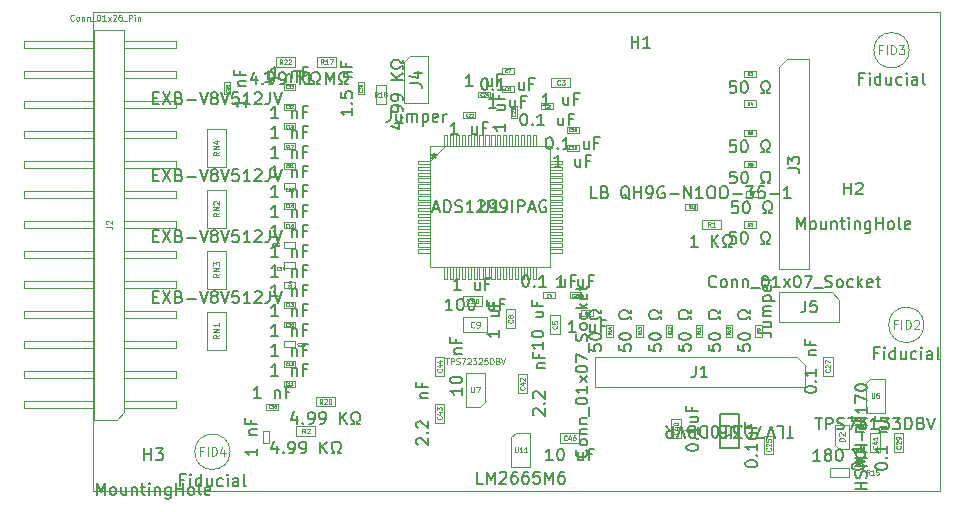
<source format=gbr>
%TF.GenerationSoftware,KiCad,Pcbnew,9.0.5-1.fc42*%
%TF.CreationDate,2025-11-11T18:34:47+01:00*%
%TF.ProjectId,bioamplifier,62696f61-6d70-46c6-9966-6965722e6b69,rev?*%
%TF.SameCoordinates,Original*%
%TF.FileFunction,AssemblyDrawing,Top*%
%FSLAX46Y46*%
G04 Gerber Fmt 4.6, Leading zero omitted, Abs format (unit mm)*
G04 Created by KiCad (PCBNEW 9.0.5-1.fc42) date 2025-11-11 18:34:47*
%MOMM*%
%LPD*%
G01*
G04 APERTURE LIST*
%ADD10C,0.150000*%
%ADD11C,0.040000*%
%ADD12C,0.075000*%
%ADD13C,0.110000*%
%ADD14C,0.060000*%
%ADD15C,0.125000*%
%ADD16C,0.080000*%
%ADD17C,0.100000*%
%ADD18C,0.025400*%
%TA.AperFunction,Profile*%
%ADD19C,0.100000*%
%TD*%
G04 APERTURE END LIST*
D10*
X109928571Y-108045180D02*
X109357143Y-108045180D01*
X109642857Y-107045180D02*
X109642857Y-108045180D01*
X108547619Y-107045180D02*
X109023809Y-107045180D01*
X109023809Y-107045180D02*
X109023809Y-108045180D01*
X108357142Y-108045180D02*
X108023809Y-107045180D01*
X108023809Y-107045180D02*
X107690476Y-108045180D01*
X107452380Y-108045180D02*
X106785714Y-108045180D01*
X106785714Y-108045180D02*
X107214285Y-107045180D01*
X106214285Y-108045180D02*
X106119047Y-108045180D01*
X106119047Y-108045180D02*
X106023809Y-107997561D01*
X106023809Y-107997561D02*
X105976190Y-107949942D01*
X105976190Y-107949942D02*
X105928571Y-107854704D01*
X105928571Y-107854704D02*
X105880952Y-107664228D01*
X105880952Y-107664228D02*
X105880952Y-107426133D01*
X105880952Y-107426133D02*
X105928571Y-107235657D01*
X105928571Y-107235657D02*
X105976190Y-107140419D01*
X105976190Y-107140419D02*
X106023809Y-107092800D01*
X106023809Y-107092800D02*
X106119047Y-107045180D01*
X106119047Y-107045180D02*
X106214285Y-107045180D01*
X106214285Y-107045180D02*
X106309523Y-107092800D01*
X106309523Y-107092800D02*
X106357142Y-107140419D01*
X106357142Y-107140419D02*
X106404761Y-107235657D01*
X106404761Y-107235657D02*
X106452380Y-107426133D01*
X106452380Y-107426133D02*
X106452380Y-107664228D01*
X106452380Y-107664228D02*
X106404761Y-107854704D01*
X106404761Y-107854704D02*
X106357142Y-107949942D01*
X106357142Y-107949942D02*
X106309523Y-107997561D01*
X106309523Y-107997561D02*
X106214285Y-108045180D01*
X105547618Y-108045180D02*
X104928571Y-108045180D01*
X104928571Y-108045180D02*
X105261904Y-107664228D01*
X105261904Y-107664228D02*
X105119047Y-107664228D01*
X105119047Y-107664228D02*
X105023809Y-107616609D01*
X105023809Y-107616609D02*
X104976190Y-107568990D01*
X104976190Y-107568990D02*
X104928571Y-107473752D01*
X104928571Y-107473752D02*
X104928571Y-107235657D01*
X104928571Y-107235657D02*
X104976190Y-107140419D01*
X104976190Y-107140419D02*
X105023809Y-107092800D01*
X105023809Y-107092800D02*
X105119047Y-107045180D01*
X105119047Y-107045180D02*
X105404761Y-107045180D01*
X105404761Y-107045180D02*
X105499999Y-107092800D01*
X105499999Y-107092800D02*
X105547618Y-107140419D01*
X103976190Y-107045180D02*
X104547618Y-107045180D01*
X104261904Y-107045180D02*
X104261904Y-108045180D01*
X104261904Y-108045180D02*
X104357142Y-107902323D01*
X104357142Y-107902323D02*
X104452380Y-107807085D01*
X104452380Y-107807085D02*
X104547618Y-107759466D01*
X103357142Y-108045180D02*
X103261904Y-108045180D01*
X103261904Y-108045180D02*
X103166666Y-107997561D01*
X103166666Y-107997561D02*
X103119047Y-107949942D01*
X103119047Y-107949942D02*
X103071428Y-107854704D01*
X103071428Y-107854704D02*
X103023809Y-107664228D01*
X103023809Y-107664228D02*
X103023809Y-107426133D01*
X103023809Y-107426133D02*
X103071428Y-107235657D01*
X103071428Y-107235657D02*
X103119047Y-107140419D01*
X103119047Y-107140419D02*
X103166666Y-107092800D01*
X103166666Y-107092800D02*
X103261904Y-107045180D01*
X103261904Y-107045180D02*
X103357142Y-107045180D01*
X103357142Y-107045180D02*
X103452380Y-107092800D01*
X103452380Y-107092800D02*
X103499999Y-107140419D01*
X103499999Y-107140419D02*
X103547618Y-107235657D01*
X103547618Y-107235657D02*
X103595237Y-107426133D01*
X103595237Y-107426133D02*
X103595237Y-107664228D01*
X103595237Y-107664228D02*
X103547618Y-107854704D01*
X103547618Y-107854704D02*
X103499999Y-107949942D01*
X103499999Y-107949942D02*
X103452380Y-107997561D01*
X103452380Y-107997561D02*
X103357142Y-108045180D01*
X102595237Y-107045180D02*
X102595237Y-108045180D01*
X102595237Y-108045180D02*
X102357142Y-108045180D01*
X102357142Y-108045180D02*
X102214285Y-107997561D01*
X102214285Y-107997561D02*
X102119047Y-107902323D01*
X102119047Y-107902323D02*
X102071428Y-107807085D01*
X102071428Y-107807085D02*
X102023809Y-107616609D01*
X102023809Y-107616609D02*
X102023809Y-107473752D01*
X102023809Y-107473752D02*
X102071428Y-107283276D01*
X102071428Y-107283276D02*
X102119047Y-107188038D01*
X102119047Y-107188038D02*
X102214285Y-107092800D01*
X102214285Y-107092800D02*
X102357142Y-107045180D01*
X102357142Y-107045180D02*
X102595237Y-107045180D01*
X101261904Y-107568990D02*
X101119047Y-107521371D01*
X101119047Y-107521371D02*
X101071428Y-107473752D01*
X101071428Y-107473752D02*
X101023809Y-107378514D01*
X101023809Y-107378514D02*
X101023809Y-107235657D01*
X101023809Y-107235657D02*
X101071428Y-107140419D01*
X101071428Y-107140419D02*
X101119047Y-107092800D01*
X101119047Y-107092800D02*
X101214285Y-107045180D01*
X101214285Y-107045180D02*
X101595237Y-107045180D01*
X101595237Y-107045180D02*
X101595237Y-108045180D01*
X101595237Y-108045180D02*
X101261904Y-108045180D01*
X101261904Y-108045180D02*
X101166666Y-107997561D01*
X101166666Y-107997561D02*
X101119047Y-107949942D01*
X101119047Y-107949942D02*
X101071428Y-107854704D01*
X101071428Y-107854704D02*
X101071428Y-107759466D01*
X101071428Y-107759466D02*
X101119047Y-107664228D01*
X101119047Y-107664228D02*
X101166666Y-107616609D01*
X101166666Y-107616609D02*
X101261904Y-107568990D01*
X101261904Y-107568990D02*
X101595237Y-107568990D01*
X100738094Y-108045180D02*
X100404761Y-107045180D01*
X100404761Y-107045180D02*
X100071428Y-108045180D01*
X99166666Y-107045180D02*
X99499999Y-107521371D01*
X99738094Y-107045180D02*
X99738094Y-108045180D01*
X99738094Y-108045180D02*
X99357142Y-108045180D01*
X99357142Y-108045180D02*
X99261904Y-107997561D01*
X99261904Y-107997561D02*
X99214285Y-107949942D01*
X99214285Y-107949942D02*
X99166666Y-107854704D01*
X99166666Y-107854704D02*
X99166666Y-107711847D01*
X99166666Y-107711847D02*
X99214285Y-107616609D01*
X99214285Y-107616609D02*
X99261904Y-107568990D01*
X99261904Y-107568990D02*
X99357142Y-107521371D01*
X99357142Y-107521371D02*
X99738094Y-107521371D01*
X105261904Y-108045180D02*
X105261904Y-107235657D01*
X105261904Y-107235657D02*
X105214285Y-107140419D01*
X105214285Y-107140419D02*
X105166666Y-107092800D01*
X105166666Y-107092800D02*
X105071428Y-107045180D01*
X105071428Y-107045180D02*
X104880952Y-107045180D01*
X104880952Y-107045180D02*
X104785714Y-107092800D01*
X104785714Y-107092800D02*
X104738095Y-107140419D01*
X104738095Y-107140419D02*
X104690476Y-107235657D01*
X104690476Y-107235657D02*
X104690476Y-108045180D01*
X104071428Y-107616609D02*
X104166666Y-107664228D01*
X104166666Y-107664228D02*
X104214285Y-107711847D01*
X104214285Y-107711847D02*
X104261904Y-107807085D01*
X104261904Y-107807085D02*
X104261904Y-107854704D01*
X104261904Y-107854704D02*
X104214285Y-107949942D01*
X104214285Y-107949942D02*
X104166666Y-107997561D01*
X104166666Y-107997561D02*
X104071428Y-108045180D01*
X104071428Y-108045180D02*
X103880952Y-108045180D01*
X103880952Y-108045180D02*
X103785714Y-107997561D01*
X103785714Y-107997561D02*
X103738095Y-107949942D01*
X103738095Y-107949942D02*
X103690476Y-107854704D01*
X103690476Y-107854704D02*
X103690476Y-107807085D01*
X103690476Y-107807085D02*
X103738095Y-107711847D01*
X103738095Y-107711847D02*
X103785714Y-107664228D01*
X103785714Y-107664228D02*
X103880952Y-107616609D01*
X103880952Y-107616609D02*
X104071428Y-107616609D01*
X104071428Y-107616609D02*
X104166666Y-107568990D01*
X104166666Y-107568990D02*
X104214285Y-107521371D01*
X104214285Y-107521371D02*
X104261904Y-107426133D01*
X104261904Y-107426133D02*
X104261904Y-107235657D01*
X104261904Y-107235657D02*
X104214285Y-107140419D01*
X104214285Y-107140419D02*
X104166666Y-107092800D01*
X104166666Y-107092800D02*
X104071428Y-107045180D01*
X104071428Y-107045180D02*
X103880952Y-107045180D01*
X103880952Y-107045180D02*
X103785714Y-107092800D01*
X103785714Y-107092800D02*
X103738095Y-107140419D01*
X103738095Y-107140419D02*
X103690476Y-107235657D01*
X103690476Y-107235657D02*
X103690476Y-107426133D01*
X103690476Y-107426133D02*
X103738095Y-107521371D01*
X103738095Y-107521371D02*
X103785714Y-107568990D01*
X103785714Y-107568990D02*
X103880952Y-107616609D01*
X92670376Y-100190476D02*
X92670376Y-100666666D01*
X92670376Y-100666666D02*
X93146566Y-100714285D01*
X93146566Y-100714285D02*
X93098947Y-100666666D01*
X93098947Y-100666666D02*
X93051328Y-100571428D01*
X93051328Y-100571428D02*
X93051328Y-100333333D01*
X93051328Y-100333333D02*
X93098947Y-100238095D01*
X93098947Y-100238095D02*
X93146566Y-100190476D01*
X93146566Y-100190476D02*
X93241804Y-100142857D01*
X93241804Y-100142857D02*
X93479899Y-100142857D01*
X93479899Y-100142857D02*
X93575137Y-100190476D01*
X93575137Y-100190476D02*
X93622757Y-100238095D01*
X93622757Y-100238095D02*
X93670376Y-100333333D01*
X93670376Y-100333333D02*
X93670376Y-100571428D01*
X93670376Y-100571428D02*
X93622757Y-100666666D01*
X93622757Y-100666666D02*
X93575137Y-100714285D01*
X92670376Y-99523809D02*
X92670376Y-99428571D01*
X92670376Y-99428571D02*
X92717995Y-99333333D01*
X92717995Y-99333333D02*
X92765614Y-99285714D01*
X92765614Y-99285714D02*
X92860852Y-99238095D01*
X92860852Y-99238095D02*
X93051328Y-99190476D01*
X93051328Y-99190476D02*
X93289423Y-99190476D01*
X93289423Y-99190476D02*
X93479899Y-99238095D01*
X93479899Y-99238095D02*
X93575137Y-99285714D01*
X93575137Y-99285714D02*
X93622757Y-99333333D01*
X93622757Y-99333333D02*
X93670376Y-99428571D01*
X93670376Y-99428571D02*
X93670376Y-99523809D01*
X93670376Y-99523809D02*
X93622757Y-99619047D01*
X93622757Y-99619047D02*
X93575137Y-99666666D01*
X93575137Y-99666666D02*
X93479899Y-99714285D01*
X93479899Y-99714285D02*
X93289423Y-99761904D01*
X93289423Y-99761904D02*
X93051328Y-99761904D01*
X93051328Y-99761904D02*
X92860852Y-99714285D01*
X92860852Y-99714285D02*
X92765614Y-99666666D01*
X92765614Y-99666666D02*
X92717995Y-99619047D01*
X92717995Y-99619047D02*
X92670376Y-99523809D01*
X93670376Y-98047618D02*
X93670376Y-97809523D01*
X93670376Y-97809523D02*
X93479899Y-97809523D01*
X93479899Y-97809523D02*
X93432280Y-97904761D01*
X93432280Y-97904761D02*
X93337042Y-97999999D01*
X93337042Y-97999999D02*
X93194185Y-98047618D01*
X93194185Y-98047618D02*
X92956090Y-98047618D01*
X92956090Y-98047618D02*
X92813233Y-97999999D01*
X92813233Y-97999999D02*
X92717995Y-97904761D01*
X92717995Y-97904761D02*
X92670376Y-97761904D01*
X92670376Y-97761904D02*
X92670376Y-97571428D01*
X92670376Y-97571428D02*
X92717995Y-97428571D01*
X92717995Y-97428571D02*
X92813233Y-97333333D01*
X92813233Y-97333333D02*
X92956090Y-97285714D01*
X92956090Y-97285714D02*
X93194185Y-97285714D01*
X93194185Y-97285714D02*
X93337042Y-97333333D01*
X93337042Y-97333333D02*
X93432280Y-97428571D01*
X93432280Y-97428571D02*
X93479899Y-97523809D01*
X93479899Y-97523809D02*
X93670376Y-97523809D01*
X93670376Y-97523809D02*
X93670376Y-97285714D01*
D11*
X94503757Y-99167142D02*
X94379948Y-99253809D01*
X94503757Y-99315714D02*
X94243757Y-99315714D01*
X94243757Y-99315714D02*
X94243757Y-99216666D01*
X94243757Y-99216666D02*
X94256138Y-99191904D01*
X94256138Y-99191904D02*
X94268519Y-99179523D01*
X94268519Y-99179523D02*
X94293281Y-99167142D01*
X94293281Y-99167142D02*
X94330424Y-99167142D01*
X94330424Y-99167142D02*
X94355186Y-99179523D01*
X94355186Y-99179523D02*
X94367567Y-99191904D01*
X94367567Y-99191904D02*
X94379948Y-99216666D01*
X94379948Y-99216666D02*
X94379948Y-99315714D01*
X94503757Y-98919523D02*
X94503757Y-99068095D01*
X94503757Y-98993809D02*
X94243757Y-98993809D01*
X94243757Y-98993809D02*
X94280900Y-99018571D01*
X94280900Y-99018571D02*
X94305662Y-99043333D01*
X94305662Y-99043333D02*
X94318043Y-99068095D01*
X94330424Y-98696666D02*
X94503757Y-98696666D01*
X94231377Y-98758571D02*
X94417091Y-98820476D01*
X94417091Y-98820476D02*
X94417091Y-98659523D01*
D10*
X66293809Y-82671528D02*
X65722381Y-82671528D01*
X66008095Y-82671528D02*
X66008095Y-81671528D01*
X66008095Y-81671528D02*
X65912857Y-81814385D01*
X65912857Y-81814385D02*
X65817619Y-81909623D01*
X65817619Y-81909623D02*
X65722381Y-81957242D01*
X67484286Y-82004861D02*
X67484286Y-82671528D01*
X67484286Y-82100099D02*
X67531905Y-82052480D01*
X67531905Y-82052480D02*
X67627143Y-82004861D01*
X67627143Y-82004861D02*
X67770000Y-82004861D01*
X67770000Y-82004861D02*
X67865238Y-82052480D01*
X67865238Y-82052480D02*
X67912857Y-82147718D01*
X67912857Y-82147718D02*
X67912857Y-82671528D01*
X68722381Y-82147718D02*
X68389048Y-82147718D01*
X68389048Y-82671528D02*
X68389048Y-81671528D01*
X68389048Y-81671528D02*
X68865238Y-81671528D01*
D11*
X67109285Y-83466474D02*
X67097381Y-83478379D01*
X67097381Y-83478379D02*
X67061666Y-83490283D01*
X67061666Y-83490283D02*
X67037857Y-83490283D01*
X67037857Y-83490283D02*
X67002143Y-83478379D01*
X67002143Y-83478379D02*
X66978333Y-83454569D01*
X66978333Y-83454569D02*
X66966428Y-83430759D01*
X66966428Y-83430759D02*
X66954524Y-83383140D01*
X66954524Y-83383140D02*
X66954524Y-83347426D01*
X66954524Y-83347426D02*
X66966428Y-83299807D01*
X66966428Y-83299807D02*
X66978333Y-83275998D01*
X66978333Y-83275998D02*
X67002143Y-83252188D01*
X67002143Y-83252188D02*
X67037857Y-83240283D01*
X67037857Y-83240283D02*
X67061666Y-83240283D01*
X67061666Y-83240283D02*
X67097381Y-83252188D01*
X67097381Y-83252188D02*
X67109285Y-83264093D01*
X67347381Y-83490283D02*
X67204524Y-83490283D01*
X67275952Y-83490283D02*
X67275952Y-83240283D01*
X67275952Y-83240283D02*
X67252143Y-83275998D01*
X67252143Y-83275998D02*
X67228333Y-83299807D01*
X67228333Y-83299807D02*
X67204524Y-83311712D01*
X67430714Y-83240283D02*
X67597380Y-83240283D01*
X67597380Y-83240283D02*
X67490238Y-83490283D01*
D10*
X55719047Y-79303478D02*
X56052380Y-79303478D01*
X56195237Y-79827288D02*
X55719047Y-79827288D01*
X55719047Y-79827288D02*
X55719047Y-78827288D01*
X55719047Y-78827288D02*
X56195237Y-78827288D01*
X56528571Y-78827288D02*
X57195237Y-79827288D01*
X57195237Y-78827288D02*
X56528571Y-79827288D01*
X57909523Y-79303478D02*
X58052380Y-79351097D01*
X58052380Y-79351097D02*
X58099999Y-79398716D01*
X58099999Y-79398716D02*
X58147618Y-79493954D01*
X58147618Y-79493954D02*
X58147618Y-79636811D01*
X58147618Y-79636811D02*
X58099999Y-79732049D01*
X58099999Y-79732049D02*
X58052380Y-79779669D01*
X58052380Y-79779669D02*
X57957142Y-79827288D01*
X57957142Y-79827288D02*
X57576190Y-79827288D01*
X57576190Y-79827288D02*
X57576190Y-78827288D01*
X57576190Y-78827288D02*
X57909523Y-78827288D01*
X57909523Y-78827288D02*
X58004761Y-78874907D01*
X58004761Y-78874907D02*
X58052380Y-78922526D01*
X58052380Y-78922526D02*
X58099999Y-79017764D01*
X58099999Y-79017764D02*
X58099999Y-79113002D01*
X58099999Y-79113002D02*
X58052380Y-79208240D01*
X58052380Y-79208240D02*
X58004761Y-79255859D01*
X58004761Y-79255859D02*
X57909523Y-79303478D01*
X57909523Y-79303478D02*
X57576190Y-79303478D01*
X58576190Y-79446335D02*
X59338095Y-79446335D01*
X59671428Y-78827288D02*
X60004761Y-79827288D01*
X60004761Y-79827288D02*
X60338094Y-78827288D01*
X60814285Y-79255859D02*
X60719047Y-79208240D01*
X60719047Y-79208240D02*
X60671428Y-79160621D01*
X60671428Y-79160621D02*
X60623809Y-79065383D01*
X60623809Y-79065383D02*
X60623809Y-79017764D01*
X60623809Y-79017764D02*
X60671428Y-78922526D01*
X60671428Y-78922526D02*
X60719047Y-78874907D01*
X60719047Y-78874907D02*
X60814285Y-78827288D01*
X60814285Y-78827288D02*
X61004761Y-78827288D01*
X61004761Y-78827288D02*
X61099999Y-78874907D01*
X61099999Y-78874907D02*
X61147618Y-78922526D01*
X61147618Y-78922526D02*
X61195237Y-79017764D01*
X61195237Y-79017764D02*
X61195237Y-79065383D01*
X61195237Y-79065383D02*
X61147618Y-79160621D01*
X61147618Y-79160621D02*
X61099999Y-79208240D01*
X61099999Y-79208240D02*
X61004761Y-79255859D01*
X61004761Y-79255859D02*
X60814285Y-79255859D01*
X60814285Y-79255859D02*
X60719047Y-79303478D01*
X60719047Y-79303478D02*
X60671428Y-79351097D01*
X60671428Y-79351097D02*
X60623809Y-79446335D01*
X60623809Y-79446335D02*
X60623809Y-79636811D01*
X60623809Y-79636811D02*
X60671428Y-79732049D01*
X60671428Y-79732049D02*
X60719047Y-79779669D01*
X60719047Y-79779669D02*
X60814285Y-79827288D01*
X60814285Y-79827288D02*
X61004761Y-79827288D01*
X61004761Y-79827288D02*
X61099999Y-79779669D01*
X61099999Y-79779669D02*
X61147618Y-79732049D01*
X61147618Y-79732049D02*
X61195237Y-79636811D01*
X61195237Y-79636811D02*
X61195237Y-79446335D01*
X61195237Y-79446335D02*
X61147618Y-79351097D01*
X61147618Y-79351097D02*
X61099999Y-79303478D01*
X61099999Y-79303478D02*
X61004761Y-79255859D01*
X61480952Y-78827288D02*
X61814285Y-79827288D01*
X61814285Y-79827288D02*
X62147618Y-78827288D01*
X62957142Y-78827288D02*
X62480952Y-78827288D01*
X62480952Y-78827288D02*
X62433333Y-79303478D01*
X62433333Y-79303478D02*
X62480952Y-79255859D01*
X62480952Y-79255859D02*
X62576190Y-79208240D01*
X62576190Y-79208240D02*
X62814285Y-79208240D01*
X62814285Y-79208240D02*
X62909523Y-79255859D01*
X62909523Y-79255859D02*
X62957142Y-79303478D01*
X62957142Y-79303478D02*
X63004761Y-79398716D01*
X63004761Y-79398716D02*
X63004761Y-79636811D01*
X63004761Y-79636811D02*
X62957142Y-79732049D01*
X62957142Y-79732049D02*
X62909523Y-79779669D01*
X62909523Y-79779669D02*
X62814285Y-79827288D01*
X62814285Y-79827288D02*
X62576190Y-79827288D01*
X62576190Y-79827288D02*
X62480952Y-79779669D01*
X62480952Y-79779669D02*
X62433333Y-79732049D01*
X63957142Y-79827288D02*
X63385714Y-79827288D01*
X63671428Y-79827288D02*
X63671428Y-78827288D01*
X63671428Y-78827288D02*
X63576190Y-78970145D01*
X63576190Y-78970145D02*
X63480952Y-79065383D01*
X63480952Y-79065383D02*
X63385714Y-79113002D01*
X64338095Y-78922526D02*
X64385714Y-78874907D01*
X64385714Y-78874907D02*
X64480952Y-78827288D01*
X64480952Y-78827288D02*
X64719047Y-78827288D01*
X64719047Y-78827288D02*
X64814285Y-78874907D01*
X64814285Y-78874907D02*
X64861904Y-78922526D01*
X64861904Y-78922526D02*
X64909523Y-79017764D01*
X64909523Y-79017764D02*
X64909523Y-79113002D01*
X64909523Y-79113002D02*
X64861904Y-79255859D01*
X64861904Y-79255859D02*
X64290476Y-79827288D01*
X64290476Y-79827288D02*
X64909523Y-79827288D01*
X65623809Y-78827288D02*
X65623809Y-79541573D01*
X65623809Y-79541573D02*
X65576190Y-79684430D01*
X65576190Y-79684430D02*
X65480952Y-79779669D01*
X65480952Y-79779669D02*
X65338095Y-79827288D01*
X65338095Y-79827288D02*
X65242857Y-79827288D01*
X65957143Y-78827288D02*
X66290476Y-79827288D01*
X66290476Y-79827288D02*
X66623809Y-78827288D01*
D12*
X61327409Y-83868673D02*
X61089314Y-84035339D01*
X61327409Y-84154387D02*
X60827409Y-84154387D01*
X60827409Y-84154387D02*
X60827409Y-83963911D01*
X60827409Y-83963911D02*
X60851219Y-83916292D01*
X60851219Y-83916292D02*
X60875028Y-83892482D01*
X60875028Y-83892482D02*
X60922647Y-83868673D01*
X60922647Y-83868673D02*
X60994076Y-83868673D01*
X60994076Y-83868673D02*
X61041695Y-83892482D01*
X61041695Y-83892482D02*
X61065504Y-83916292D01*
X61065504Y-83916292D02*
X61089314Y-83963911D01*
X61089314Y-83963911D02*
X61089314Y-84154387D01*
X61327409Y-83654387D02*
X60827409Y-83654387D01*
X60827409Y-83654387D02*
X61327409Y-83368673D01*
X61327409Y-83368673D02*
X60827409Y-83368673D01*
X60994076Y-82916291D02*
X61327409Y-82916291D01*
X60803600Y-83035339D02*
X61160742Y-83154386D01*
X61160742Y-83154386D02*
X61160742Y-82844863D01*
D10*
X58369047Y-111631009D02*
X58035714Y-111631009D01*
X58035714Y-112154819D02*
X58035714Y-111154819D01*
X58035714Y-111154819D02*
X58511904Y-111154819D01*
X58892857Y-112154819D02*
X58892857Y-111488152D01*
X58892857Y-111154819D02*
X58845238Y-111202438D01*
X58845238Y-111202438D02*
X58892857Y-111250057D01*
X58892857Y-111250057D02*
X58940476Y-111202438D01*
X58940476Y-111202438D02*
X58892857Y-111154819D01*
X58892857Y-111154819D02*
X58892857Y-111250057D01*
X59797618Y-112154819D02*
X59797618Y-111154819D01*
X59797618Y-112107200D02*
X59702380Y-112154819D01*
X59702380Y-112154819D02*
X59511904Y-112154819D01*
X59511904Y-112154819D02*
X59416666Y-112107200D01*
X59416666Y-112107200D02*
X59369047Y-112059580D01*
X59369047Y-112059580D02*
X59321428Y-111964342D01*
X59321428Y-111964342D02*
X59321428Y-111678628D01*
X59321428Y-111678628D02*
X59369047Y-111583390D01*
X59369047Y-111583390D02*
X59416666Y-111535771D01*
X59416666Y-111535771D02*
X59511904Y-111488152D01*
X59511904Y-111488152D02*
X59702380Y-111488152D01*
X59702380Y-111488152D02*
X59797618Y-111535771D01*
X60702380Y-111488152D02*
X60702380Y-112154819D01*
X60273809Y-111488152D02*
X60273809Y-112011961D01*
X60273809Y-112011961D02*
X60321428Y-112107200D01*
X60321428Y-112107200D02*
X60416666Y-112154819D01*
X60416666Y-112154819D02*
X60559523Y-112154819D01*
X60559523Y-112154819D02*
X60654761Y-112107200D01*
X60654761Y-112107200D02*
X60702380Y-112059580D01*
X61607142Y-112107200D02*
X61511904Y-112154819D01*
X61511904Y-112154819D02*
X61321428Y-112154819D01*
X61321428Y-112154819D02*
X61226190Y-112107200D01*
X61226190Y-112107200D02*
X61178571Y-112059580D01*
X61178571Y-112059580D02*
X61130952Y-111964342D01*
X61130952Y-111964342D02*
X61130952Y-111678628D01*
X61130952Y-111678628D02*
X61178571Y-111583390D01*
X61178571Y-111583390D02*
X61226190Y-111535771D01*
X61226190Y-111535771D02*
X61321428Y-111488152D01*
X61321428Y-111488152D02*
X61511904Y-111488152D01*
X61511904Y-111488152D02*
X61607142Y-111535771D01*
X62035714Y-112154819D02*
X62035714Y-111488152D01*
X62035714Y-111154819D02*
X61988095Y-111202438D01*
X61988095Y-111202438D02*
X62035714Y-111250057D01*
X62035714Y-111250057D02*
X62083333Y-111202438D01*
X62083333Y-111202438D02*
X62035714Y-111154819D01*
X62035714Y-111154819D02*
X62035714Y-111250057D01*
X62940475Y-112154819D02*
X62940475Y-111631009D01*
X62940475Y-111631009D02*
X62892856Y-111535771D01*
X62892856Y-111535771D02*
X62797618Y-111488152D01*
X62797618Y-111488152D02*
X62607142Y-111488152D01*
X62607142Y-111488152D02*
X62511904Y-111535771D01*
X62940475Y-112107200D02*
X62845237Y-112154819D01*
X62845237Y-112154819D02*
X62607142Y-112154819D01*
X62607142Y-112154819D02*
X62511904Y-112107200D01*
X62511904Y-112107200D02*
X62464285Y-112011961D01*
X62464285Y-112011961D02*
X62464285Y-111916723D01*
X62464285Y-111916723D02*
X62511904Y-111821485D01*
X62511904Y-111821485D02*
X62607142Y-111773866D01*
X62607142Y-111773866D02*
X62845237Y-111773866D01*
X62845237Y-111773866D02*
X62940475Y-111726247D01*
X63559523Y-112154819D02*
X63464285Y-112107200D01*
X63464285Y-112107200D02*
X63416666Y-112011961D01*
X63416666Y-112011961D02*
X63416666Y-111154819D01*
D13*
X59946428Y-109198387D02*
X59696428Y-109198387D01*
X59696428Y-109591244D02*
X59696428Y-108841244D01*
X59696428Y-108841244D02*
X60053571Y-108841244D01*
X60339285Y-109591244D02*
X60339285Y-108841244D01*
X60696428Y-109591244D02*
X60696428Y-108841244D01*
X60696428Y-108841244D02*
X60874999Y-108841244D01*
X60874999Y-108841244D02*
X60982142Y-108876958D01*
X60982142Y-108876958D02*
X61053571Y-108948387D01*
X61053571Y-108948387D02*
X61089285Y-109019815D01*
X61089285Y-109019815D02*
X61124999Y-109162672D01*
X61124999Y-109162672D02*
X61124999Y-109269815D01*
X61124999Y-109269815D02*
X61089285Y-109412672D01*
X61089285Y-109412672D02*
X61053571Y-109484101D01*
X61053571Y-109484101D02*
X60982142Y-109555530D01*
X60982142Y-109555530D02*
X60874999Y-109591244D01*
X60874999Y-109591244D02*
X60696428Y-109591244D01*
X61767857Y-109091244D02*
X61767857Y-109591244D01*
X61589285Y-108805530D02*
X61410714Y-109341244D01*
X61410714Y-109341244D02*
X61874999Y-109341244D01*
D10*
X64472619Y-77468152D02*
X64472619Y-78134819D01*
X64234524Y-77087200D02*
X63996429Y-77801485D01*
X63996429Y-77801485D02*
X64615476Y-77801485D01*
X64996429Y-78039580D02*
X65044048Y-78087200D01*
X65044048Y-78087200D02*
X64996429Y-78134819D01*
X64996429Y-78134819D02*
X64948810Y-78087200D01*
X64948810Y-78087200D02*
X64996429Y-78039580D01*
X64996429Y-78039580D02*
X64996429Y-78134819D01*
X65520238Y-78134819D02*
X65710714Y-78134819D01*
X65710714Y-78134819D02*
X65805952Y-78087200D01*
X65805952Y-78087200D02*
X65853571Y-78039580D01*
X65853571Y-78039580D02*
X65948809Y-77896723D01*
X65948809Y-77896723D02*
X65996428Y-77706247D01*
X65996428Y-77706247D02*
X65996428Y-77325295D01*
X65996428Y-77325295D02*
X65948809Y-77230057D01*
X65948809Y-77230057D02*
X65901190Y-77182438D01*
X65901190Y-77182438D02*
X65805952Y-77134819D01*
X65805952Y-77134819D02*
X65615476Y-77134819D01*
X65615476Y-77134819D02*
X65520238Y-77182438D01*
X65520238Y-77182438D02*
X65472619Y-77230057D01*
X65472619Y-77230057D02*
X65425000Y-77325295D01*
X65425000Y-77325295D02*
X65425000Y-77563390D01*
X65425000Y-77563390D02*
X65472619Y-77658628D01*
X65472619Y-77658628D02*
X65520238Y-77706247D01*
X65520238Y-77706247D02*
X65615476Y-77753866D01*
X65615476Y-77753866D02*
X65805952Y-77753866D01*
X65805952Y-77753866D02*
X65901190Y-77706247D01*
X65901190Y-77706247D02*
X65948809Y-77658628D01*
X65948809Y-77658628D02*
X65996428Y-77563390D01*
X66472619Y-78134819D02*
X66663095Y-78134819D01*
X66663095Y-78134819D02*
X66758333Y-78087200D01*
X66758333Y-78087200D02*
X66805952Y-78039580D01*
X66805952Y-78039580D02*
X66901190Y-77896723D01*
X66901190Y-77896723D02*
X66948809Y-77706247D01*
X66948809Y-77706247D02*
X66948809Y-77325295D01*
X66948809Y-77325295D02*
X66901190Y-77230057D01*
X66901190Y-77230057D02*
X66853571Y-77182438D01*
X66853571Y-77182438D02*
X66758333Y-77134819D01*
X66758333Y-77134819D02*
X66567857Y-77134819D01*
X66567857Y-77134819D02*
X66472619Y-77182438D01*
X66472619Y-77182438D02*
X66425000Y-77230057D01*
X66425000Y-77230057D02*
X66377381Y-77325295D01*
X66377381Y-77325295D02*
X66377381Y-77563390D01*
X66377381Y-77563390D02*
X66425000Y-77658628D01*
X66425000Y-77658628D02*
X66472619Y-77706247D01*
X66472619Y-77706247D02*
X66567857Y-77753866D01*
X66567857Y-77753866D02*
X66758333Y-77753866D01*
X66758333Y-77753866D02*
X66853571Y-77706247D01*
X66853571Y-77706247D02*
X66901190Y-77658628D01*
X66901190Y-77658628D02*
X66948809Y-77563390D01*
X68139286Y-78134819D02*
X68139286Y-77134819D01*
X68710714Y-78134819D02*
X68282143Y-77563390D01*
X68710714Y-77134819D02*
X68139286Y-77706247D01*
X69091667Y-78134819D02*
X69329762Y-78134819D01*
X69329762Y-78134819D02*
X69329762Y-77944342D01*
X69329762Y-77944342D02*
X69234524Y-77896723D01*
X69234524Y-77896723D02*
X69139286Y-77801485D01*
X69139286Y-77801485D02*
X69091667Y-77658628D01*
X69091667Y-77658628D02*
X69091667Y-77420533D01*
X69091667Y-77420533D02*
X69139286Y-77277676D01*
X69139286Y-77277676D02*
X69234524Y-77182438D01*
X69234524Y-77182438D02*
X69377381Y-77134819D01*
X69377381Y-77134819D02*
X69567857Y-77134819D01*
X69567857Y-77134819D02*
X69710714Y-77182438D01*
X69710714Y-77182438D02*
X69805952Y-77277676D01*
X69805952Y-77277676D02*
X69853571Y-77420533D01*
X69853571Y-77420533D02*
X69853571Y-77658628D01*
X69853571Y-77658628D02*
X69805952Y-77801485D01*
X69805952Y-77801485D02*
X69710714Y-77896723D01*
X69710714Y-77896723D02*
X69615476Y-77944342D01*
X69615476Y-77944342D02*
X69615476Y-78134819D01*
X69615476Y-78134819D02*
X69853571Y-78134819D01*
D14*
X66667857Y-76431927D02*
X66534524Y-76241451D01*
X66439286Y-76431927D02*
X66439286Y-76031927D01*
X66439286Y-76031927D02*
X66591667Y-76031927D01*
X66591667Y-76031927D02*
X66629762Y-76050975D01*
X66629762Y-76050975D02*
X66648809Y-76070022D01*
X66648809Y-76070022D02*
X66667857Y-76108118D01*
X66667857Y-76108118D02*
X66667857Y-76165260D01*
X66667857Y-76165260D02*
X66648809Y-76203356D01*
X66648809Y-76203356D02*
X66629762Y-76222403D01*
X66629762Y-76222403D02*
X66591667Y-76241451D01*
X66591667Y-76241451D02*
X66439286Y-76241451D01*
X66820238Y-76070022D02*
X66839286Y-76050975D01*
X66839286Y-76050975D02*
X66877381Y-76031927D01*
X66877381Y-76031927D02*
X66972619Y-76031927D01*
X66972619Y-76031927D02*
X67010714Y-76050975D01*
X67010714Y-76050975D02*
X67029762Y-76070022D01*
X67029762Y-76070022D02*
X67048809Y-76108118D01*
X67048809Y-76108118D02*
X67048809Y-76146213D01*
X67048809Y-76146213D02*
X67029762Y-76203356D01*
X67029762Y-76203356D02*
X66801190Y-76431927D01*
X66801190Y-76431927D02*
X67048809Y-76431927D01*
X67201190Y-76070022D02*
X67220238Y-76050975D01*
X67220238Y-76050975D02*
X67258333Y-76031927D01*
X67258333Y-76031927D02*
X67353571Y-76031927D01*
X67353571Y-76031927D02*
X67391666Y-76050975D01*
X67391666Y-76050975D02*
X67410714Y-76070022D01*
X67410714Y-76070022D02*
X67429761Y-76108118D01*
X67429761Y-76108118D02*
X67429761Y-76146213D01*
X67429761Y-76146213D02*
X67410714Y-76203356D01*
X67410714Y-76203356D02*
X67182142Y-76431927D01*
X67182142Y-76431927D02*
X67429761Y-76431927D01*
D10*
X102761930Y-100190476D02*
X102761930Y-100666666D01*
X102761930Y-100666666D02*
X103238120Y-100714285D01*
X103238120Y-100714285D02*
X103190501Y-100666666D01*
X103190501Y-100666666D02*
X103142882Y-100571428D01*
X103142882Y-100571428D02*
X103142882Y-100333333D01*
X103142882Y-100333333D02*
X103190501Y-100238095D01*
X103190501Y-100238095D02*
X103238120Y-100190476D01*
X103238120Y-100190476D02*
X103333358Y-100142857D01*
X103333358Y-100142857D02*
X103571453Y-100142857D01*
X103571453Y-100142857D02*
X103666691Y-100190476D01*
X103666691Y-100190476D02*
X103714311Y-100238095D01*
X103714311Y-100238095D02*
X103761930Y-100333333D01*
X103761930Y-100333333D02*
X103761930Y-100571428D01*
X103761930Y-100571428D02*
X103714311Y-100666666D01*
X103714311Y-100666666D02*
X103666691Y-100714285D01*
X102761930Y-99523809D02*
X102761930Y-99428571D01*
X102761930Y-99428571D02*
X102809549Y-99333333D01*
X102809549Y-99333333D02*
X102857168Y-99285714D01*
X102857168Y-99285714D02*
X102952406Y-99238095D01*
X102952406Y-99238095D02*
X103142882Y-99190476D01*
X103142882Y-99190476D02*
X103380977Y-99190476D01*
X103380977Y-99190476D02*
X103571453Y-99238095D01*
X103571453Y-99238095D02*
X103666691Y-99285714D01*
X103666691Y-99285714D02*
X103714311Y-99333333D01*
X103714311Y-99333333D02*
X103761930Y-99428571D01*
X103761930Y-99428571D02*
X103761930Y-99523809D01*
X103761930Y-99523809D02*
X103714311Y-99619047D01*
X103714311Y-99619047D02*
X103666691Y-99666666D01*
X103666691Y-99666666D02*
X103571453Y-99714285D01*
X103571453Y-99714285D02*
X103380977Y-99761904D01*
X103380977Y-99761904D02*
X103142882Y-99761904D01*
X103142882Y-99761904D02*
X102952406Y-99714285D01*
X102952406Y-99714285D02*
X102857168Y-99666666D01*
X102857168Y-99666666D02*
X102809549Y-99619047D01*
X102809549Y-99619047D02*
X102761930Y-99523809D01*
X103761930Y-98047618D02*
X103761930Y-97809523D01*
X103761930Y-97809523D02*
X103571453Y-97809523D01*
X103571453Y-97809523D02*
X103523834Y-97904761D01*
X103523834Y-97904761D02*
X103428596Y-97999999D01*
X103428596Y-97999999D02*
X103285739Y-98047618D01*
X103285739Y-98047618D02*
X103047644Y-98047618D01*
X103047644Y-98047618D02*
X102904787Y-97999999D01*
X102904787Y-97999999D02*
X102809549Y-97904761D01*
X102809549Y-97904761D02*
X102761930Y-97761904D01*
X102761930Y-97761904D02*
X102761930Y-97571428D01*
X102761930Y-97571428D02*
X102809549Y-97428571D01*
X102809549Y-97428571D02*
X102904787Y-97333333D01*
X102904787Y-97333333D02*
X103047644Y-97285714D01*
X103047644Y-97285714D02*
X103285739Y-97285714D01*
X103285739Y-97285714D02*
X103428596Y-97333333D01*
X103428596Y-97333333D02*
X103523834Y-97428571D01*
X103523834Y-97428571D02*
X103571453Y-97523809D01*
X103571453Y-97523809D02*
X103761930Y-97523809D01*
X103761930Y-97523809D02*
X103761930Y-97285714D01*
D11*
X104595311Y-99167142D02*
X104471502Y-99253809D01*
X104595311Y-99315714D02*
X104335311Y-99315714D01*
X104335311Y-99315714D02*
X104335311Y-99216666D01*
X104335311Y-99216666D02*
X104347692Y-99191904D01*
X104347692Y-99191904D02*
X104360073Y-99179523D01*
X104360073Y-99179523D02*
X104384835Y-99167142D01*
X104384835Y-99167142D02*
X104421978Y-99167142D01*
X104421978Y-99167142D02*
X104446740Y-99179523D01*
X104446740Y-99179523D02*
X104459121Y-99191904D01*
X104459121Y-99191904D02*
X104471502Y-99216666D01*
X104471502Y-99216666D02*
X104471502Y-99315714D01*
X104595311Y-98919523D02*
X104595311Y-99068095D01*
X104595311Y-98993809D02*
X104335311Y-98993809D01*
X104335311Y-98993809D02*
X104372454Y-99018571D01*
X104372454Y-99018571D02*
X104397216Y-99043333D01*
X104397216Y-99043333D02*
X104409597Y-99068095D01*
X104335311Y-98758571D02*
X104335311Y-98733809D01*
X104335311Y-98733809D02*
X104347692Y-98709047D01*
X104347692Y-98709047D02*
X104360073Y-98696666D01*
X104360073Y-98696666D02*
X104384835Y-98684285D01*
X104384835Y-98684285D02*
X104434359Y-98671904D01*
X104434359Y-98671904D02*
X104496264Y-98671904D01*
X104496264Y-98671904D02*
X104545788Y-98684285D01*
X104545788Y-98684285D02*
X104570550Y-98696666D01*
X104570550Y-98696666D02*
X104582931Y-98709047D01*
X104582931Y-98709047D02*
X104595311Y-98733809D01*
X104595311Y-98733809D02*
X104595311Y-98758571D01*
X104595311Y-98758571D02*
X104582931Y-98783333D01*
X104582931Y-98783333D02*
X104570550Y-98795714D01*
X104570550Y-98795714D02*
X104545788Y-98808095D01*
X104545788Y-98808095D02*
X104496264Y-98820476D01*
X104496264Y-98820476D02*
X104434359Y-98820476D01*
X104434359Y-98820476D02*
X104384835Y-98808095D01*
X104384835Y-98808095D02*
X104360073Y-98795714D01*
X104360073Y-98795714D02*
X104347692Y-98783333D01*
X104347692Y-98783333D02*
X104335311Y-98758571D01*
D10*
X88774819Y-99952381D02*
X88774819Y-100523809D01*
X88774819Y-100238095D02*
X87774819Y-100238095D01*
X87774819Y-100238095D02*
X87917676Y-100333333D01*
X87917676Y-100333333D02*
X88012914Y-100428571D01*
X88012914Y-100428571D02*
X88060533Y-100523809D01*
X87774819Y-99333333D02*
X87774819Y-99238095D01*
X87774819Y-99238095D02*
X87822438Y-99142857D01*
X87822438Y-99142857D02*
X87870057Y-99095238D01*
X87870057Y-99095238D02*
X87965295Y-99047619D01*
X87965295Y-99047619D02*
X88155771Y-99000000D01*
X88155771Y-99000000D02*
X88393866Y-99000000D01*
X88393866Y-99000000D02*
X88584342Y-99047619D01*
X88584342Y-99047619D02*
X88679580Y-99095238D01*
X88679580Y-99095238D02*
X88727200Y-99142857D01*
X88727200Y-99142857D02*
X88774819Y-99238095D01*
X88774819Y-99238095D02*
X88774819Y-99333333D01*
X88774819Y-99333333D02*
X88727200Y-99428571D01*
X88727200Y-99428571D02*
X88679580Y-99476190D01*
X88679580Y-99476190D02*
X88584342Y-99523809D01*
X88584342Y-99523809D02*
X88393866Y-99571428D01*
X88393866Y-99571428D02*
X88155771Y-99571428D01*
X88155771Y-99571428D02*
X87965295Y-99523809D01*
X87965295Y-99523809D02*
X87870057Y-99476190D01*
X87870057Y-99476190D02*
X87822438Y-99428571D01*
X87822438Y-99428571D02*
X87774819Y-99333333D01*
X88108152Y-97380952D02*
X88774819Y-97380952D01*
X88108152Y-97809523D02*
X88631961Y-97809523D01*
X88631961Y-97809523D02*
X88727200Y-97761904D01*
X88727200Y-97761904D02*
X88774819Y-97666666D01*
X88774819Y-97666666D02*
X88774819Y-97523809D01*
X88774819Y-97523809D02*
X88727200Y-97428571D01*
X88727200Y-97428571D02*
X88679580Y-97380952D01*
X88251009Y-96571428D02*
X88251009Y-96904761D01*
X88774819Y-96904761D02*
X87774819Y-96904761D01*
X87774819Y-96904761D02*
X87774819Y-96428571D01*
D14*
X89893832Y-98566666D02*
X89912880Y-98585714D01*
X89912880Y-98585714D02*
X89931927Y-98642856D01*
X89931927Y-98642856D02*
X89931927Y-98680952D01*
X89931927Y-98680952D02*
X89912880Y-98738095D01*
X89912880Y-98738095D02*
X89874784Y-98776190D01*
X89874784Y-98776190D02*
X89836689Y-98795237D01*
X89836689Y-98795237D02*
X89760499Y-98814285D01*
X89760499Y-98814285D02*
X89703356Y-98814285D01*
X89703356Y-98814285D02*
X89627165Y-98795237D01*
X89627165Y-98795237D02*
X89589070Y-98776190D01*
X89589070Y-98776190D02*
X89550975Y-98738095D01*
X89550975Y-98738095D02*
X89531927Y-98680952D01*
X89531927Y-98680952D02*
X89531927Y-98642856D01*
X89531927Y-98642856D02*
X89550975Y-98585714D01*
X89550975Y-98585714D02*
X89570022Y-98566666D01*
X89531927Y-98204761D02*
X89531927Y-98395237D01*
X89531927Y-98395237D02*
X89722403Y-98414285D01*
X89722403Y-98414285D02*
X89703356Y-98395237D01*
X89703356Y-98395237D02*
X89684308Y-98357142D01*
X89684308Y-98357142D02*
X89684308Y-98261904D01*
X89684308Y-98261904D02*
X89703356Y-98223809D01*
X89703356Y-98223809D02*
X89722403Y-98204761D01*
X89722403Y-98204761D02*
X89760499Y-98185714D01*
X89760499Y-98185714D02*
X89855737Y-98185714D01*
X89855737Y-98185714D02*
X89893832Y-98204761D01*
X89893832Y-98204761D02*
X89912880Y-98223809D01*
X89912880Y-98223809D02*
X89931927Y-98261904D01*
X89931927Y-98261904D02*
X89931927Y-98357142D01*
X89931927Y-98357142D02*
X89912880Y-98395237D01*
X89912880Y-98395237D02*
X89893832Y-98414285D01*
D10*
X66293809Y-87702351D02*
X65722381Y-87702351D01*
X66008095Y-87702351D02*
X66008095Y-86702351D01*
X66008095Y-86702351D02*
X65912857Y-86845208D01*
X65912857Y-86845208D02*
X65817619Y-86940446D01*
X65817619Y-86940446D02*
X65722381Y-86988065D01*
X67484286Y-87035684D02*
X67484286Y-87702351D01*
X67484286Y-87130922D02*
X67531905Y-87083303D01*
X67531905Y-87083303D02*
X67627143Y-87035684D01*
X67627143Y-87035684D02*
X67770000Y-87035684D01*
X67770000Y-87035684D02*
X67865238Y-87083303D01*
X67865238Y-87083303D02*
X67912857Y-87178541D01*
X67912857Y-87178541D02*
X67912857Y-87702351D01*
X68722381Y-87178541D02*
X68389048Y-87178541D01*
X68389048Y-87702351D02*
X68389048Y-86702351D01*
X68389048Y-86702351D02*
X68865238Y-86702351D01*
D11*
X67109285Y-88497297D02*
X67097381Y-88509202D01*
X67097381Y-88509202D02*
X67061666Y-88521106D01*
X67061666Y-88521106D02*
X67037857Y-88521106D01*
X67037857Y-88521106D02*
X67002143Y-88509202D01*
X67002143Y-88509202D02*
X66978333Y-88485392D01*
X66978333Y-88485392D02*
X66966428Y-88461582D01*
X66966428Y-88461582D02*
X66954524Y-88413963D01*
X66954524Y-88413963D02*
X66954524Y-88378249D01*
X66954524Y-88378249D02*
X66966428Y-88330630D01*
X66966428Y-88330630D02*
X66978333Y-88306821D01*
X66978333Y-88306821D02*
X67002143Y-88283011D01*
X67002143Y-88283011D02*
X67037857Y-88271106D01*
X67037857Y-88271106D02*
X67061666Y-88271106D01*
X67061666Y-88271106D02*
X67097381Y-88283011D01*
X67097381Y-88283011D02*
X67109285Y-88294916D01*
X67347381Y-88521106D02*
X67204524Y-88521106D01*
X67275952Y-88521106D02*
X67275952Y-88271106D01*
X67275952Y-88271106D02*
X67252143Y-88306821D01*
X67252143Y-88306821D02*
X67228333Y-88330630D01*
X67228333Y-88330630D02*
X67204524Y-88342535D01*
X67561666Y-88271106D02*
X67514047Y-88271106D01*
X67514047Y-88271106D02*
X67490238Y-88283011D01*
X67490238Y-88283011D02*
X67478333Y-88294916D01*
X67478333Y-88294916D02*
X67454523Y-88330630D01*
X67454523Y-88330630D02*
X67442619Y-88378249D01*
X67442619Y-88378249D02*
X67442619Y-88473487D01*
X67442619Y-88473487D02*
X67454523Y-88497297D01*
X67454523Y-88497297D02*
X67466428Y-88509202D01*
X67466428Y-88509202D02*
X67490238Y-88521106D01*
X67490238Y-88521106D02*
X67537857Y-88521106D01*
X67537857Y-88521106D02*
X67561666Y-88509202D01*
X67561666Y-88509202D02*
X67573571Y-88497297D01*
X67573571Y-88497297D02*
X67585476Y-88473487D01*
X67585476Y-88473487D02*
X67585476Y-88413963D01*
X67585476Y-88413963D02*
X67573571Y-88390154D01*
X67573571Y-88390154D02*
X67561666Y-88378249D01*
X67561666Y-88378249D02*
X67537857Y-88366344D01*
X67537857Y-88366344D02*
X67490238Y-88366344D01*
X67490238Y-88366344D02*
X67466428Y-88378249D01*
X67466428Y-88378249D02*
X67454523Y-88390154D01*
X67454523Y-88390154D02*
X67442619Y-88413963D01*
D10*
X112205952Y-110024819D02*
X111634524Y-110024819D01*
X111920238Y-110024819D02*
X111920238Y-109024819D01*
X111920238Y-109024819D02*
X111825000Y-109167676D01*
X111825000Y-109167676D02*
X111729762Y-109262914D01*
X111729762Y-109262914D02*
X111634524Y-109310533D01*
X112777381Y-109453390D02*
X112682143Y-109405771D01*
X112682143Y-109405771D02*
X112634524Y-109358152D01*
X112634524Y-109358152D02*
X112586905Y-109262914D01*
X112586905Y-109262914D02*
X112586905Y-109215295D01*
X112586905Y-109215295D02*
X112634524Y-109120057D01*
X112634524Y-109120057D02*
X112682143Y-109072438D01*
X112682143Y-109072438D02*
X112777381Y-109024819D01*
X112777381Y-109024819D02*
X112967857Y-109024819D01*
X112967857Y-109024819D02*
X113063095Y-109072438D01*
X113063095Y-109072438D02*
X113110714Y-109120057D01*
X113110714Y-109120057D02*
X113158333Y-109215295D01*
X113158333Y-109215295D02*
X113158333Y-109262914D01*
X113158333Y-109262914D02*
X113110714Y-109358152D01*
X113110714Y-109358152D02*
X113063095Y-109405771D01*
X113063095Y-109405771D02*
X112967857Y-109453390D01*
X112967857Y-109453390D02*
X112777381Y-109453390D01*
X112777381Y-109453390D02*
X112682143Y-109501009D01*
X112682143Y-109501009D02*
X112634524Y-109548628D01*
X112634524Y-109548628D02*
X112586905Y-109643866D01*
X112586905Y-109643866D02*
X112586905Y-109834342D01*
X112586905Y-109834342D02*
X112634524Y-109929580D01*
X112634524Y-109929580D02*
X112682143Y-109977200D01*
X112682143Y-109977200D02*
X112777381Y-110024819D01*
X112777381Y-110024819D02*
X112967857Y-110024819D01*
X112967857Y-110024819D02*
X113063095Y-109977200D01*
X113063095Y-109977200D02*
X113110714Y-109929580D01*
X113110714Y-109929580D02*
X113158333Y-109834342D01*
X113158333Y-109834342D02*
X113158333Y-109643866D01*
X113158333Y-109643866D02*
X113110714Y-109548628D01*
X113110714Y-109548628D02*
X113063095Y-109501009D01*
X113063095Y-109501009D02*
X112967857Y-109453390D01*
X113777381Y-109024819D02*
X113872619Y-109024819D01*
X113872619Y-109024819D02*
X113967857Y-109072438D01*
X113967857Y-109072438D02*
X114015476Y-109120057D01*
X114015476Y-109120057D02*
X114063095Y-109215295D01*
X114063095Y-109215295D02*
X114110714Y-109405771D01*
X114110714Y-109405771D02*
X114110714Y-109643866D01*
X114110714Y-109643866D02*
X114063095Y-109834342D01*
X114063095Y-109834342D02*
X114015476Y-109929580D01*
X114015476Y-109929580D02*
X113967857Y-109977200D01*
X113967857Y-109977200D02*
X113872619Y-110024819D01*
X113872619Y-110024819D02*
X113777381Y-110024819D01*
X113777381Y-110024819D02*
X113682143Y-109977200D01*
X113682143Y-109977200D02*
X113634524Y-109929580D01*
X113634524Y-109929580D02*
X113586905Y-109834342D01*
X113586905Y-109834342D02*
X113539286Y-109643866D01*
X113539286Y-109643866D02*
X113539286Y-109405771D01*
X113539286Y-109405771D02*
X113586905Y-109215295D01*
X113586905Y-109215295D02*
X113634524Y-109120057D01*
X113634524Y-109120057D02*
X113682143Y-109072438D01*
X113682143Y-109072438D02*
X113777381Y-109024819D01*
X115253572Y-110024819D02*
X115491667Y-110024819D01*
X115491667Y-110024819D02*
X115491667Y-109834342D01*
X115491667Y-109834342D02*
X115396429Y-109786723D01*
X115396429Y-109786723D02*
X115301191Y-109691485D01*
X115301191Y-109691485D02*
X115253572Y-109548628D01*
X115253572Y-109548628D02*
X115253572Y-109310533D01*
X115253572Y-109310533D02*
X115301191Y-109167676D01*
X115301191Y-109167676D02*
X115396429Y-109072438D01*
X115396429Y-109072438D02*
X115539286Y-109024819D01*
X115539286Y-109024819D02*
X115729762Y-109024819D01*
X115729762Y-109024819D02*
X115872619Y-109072438D01*
X115872619Y-109072438D02*
X115967857Y-109167676D01*
X115967857Y-109167676D02*
X116015476Y-109310533D01*
X116015476Y-109310533D02*
X116015476Y-109548628D01*
X116015476Y-109548628D02*
X115967857Y-109691485D01*
X115967857Y-109691485D02*
X115872619Y-109786723D01*
X115872619Y-109786723D02*
X115777381Y-109834342D01*
X115777381Y-109834342D02*
X115777381Y-110024819D01*
X115777381Y-110024819D02*
X116015476Y-110024819D01*
D14*
X116390357Y-111181927D02*
X116257024Y-110991451D01*
X116161786Y-111181927D02*
X116161786Y-110781927D01*
X116161786Y-110781927D02*
X116314167Y-110781927D01*
X116314167Y-110781927D02*
X116352262Y-110800975D01*
X116352262Y-110800975D02*
X116371309Y-110820022D01*
X116371309Y-110820022D02*
X116390357Y-110858118D01*
X116390357Y-110858118D02*
X116390357Y-110915260D01*
X116390357Y-110915260D02*
X116371309Y-110953356D01*
X116371309Y-110953356D02*
X116352262Y-110972403D01*
X116352262Y-110972403D02*
X116314167Y-110991451D01*
X116314167Y-110991451D02*
X116161786Y-110991451D01*
X116771309Y-111181927D02*
X116542738Y-111181927D01*
X116657024Y-111181927D02*
X116657024Y-110781927D01*
X116657024Y-110781927D02*
X116618928Y-110839070D01*
X116618928Y-110839070D02*
X116580833Y-110877165D01*
X116580833Y-110877165D02*
X116542738Y-110896213D01*
X117133214Y-110781927D02*
X116942738Y-110781927D01*
X116942738Y-110781927D02*
X116923690Y-110972403D01*
X116923690Y-110972403D02*
X116942738Y-110953356D01*
X116942738Y-110953356D02*
X116980833Y-110934308D01*
X116980833Y-110934308D02*
X117076071Y-110934308D01*
X117076071Y-110934308D02*
X117114166Y-110953356D01*
X117114166Y-110953356D02*
X117133214Y-110972403D01*
X117133214Y-110972403D02*
X117152261Y-111010499D01*
X117152261Y-111010499D02*
X117152261Y-111105737D01*
X117152261Y-111105737D02*
X117133214Y-111143832D01*
X117133214Y-111143832D02*
X117114166Y-111162880D01*
X117114166Y-111162880D02*
X117076071Y-111181927D01*
X117076071Y-111181927D02*
X116980833Y-111181927D01*
X116980833Y-111181927D02*
X116942738Y-111162880D01*
X116942738Y-111162880D02*
X116923690Y-111143832D01*
D10*
X87226190Y-94294819D02*
X87321428Y-94294819D01*
X87321428Y-94294819D02*
X87416666Y-94342438D01*
X87416666Y-94342438D02*
X87464285Y-94390057D01*
X87464285Y-94390057D02*
X87511904Y-94485295D01*
X87511904Y-94485295D02*
X87559523Y-94675771D01*
X87559523Y-94675771D02*
X87559523Y-94913866D01*
X87559523Y-94913866D02*
X87511904Y-95104342D01*
X87511904Y-95104342D02*
X87464285Y-95199580D01*
X87464285Y-95199580D02*
X87416666Y-95247200D01*
X87416666Y-95247200D02*
X87321428Y-95294819D01*
X87321428Y-95294819D02*
X87226190Y-95294819D01*
X87226190Y-95294819D02*
X87130952Y-95247200D01*
X87130952Y-95247200D02*
X87083333Y-95199580D01*
X87083333Y-95199580D02*
X87035714Y-95104342D01*
X87035714Y-95104342D02*
X86988095Y-94913866D01*
X86988095Y-94913866D02*
X86988095Y-94675771D01*
X86988095Y-94675771D02*
X87035714Y-94485295D01*
X87035714Y-94485295D02*
X87083333Y-94390057D01*
X87083333Y-94390057D02*
X87130952Y-94342438D01*
X87130952Y-94342438D02*
X87226190Y-94294819D01*
X87988095Y-95199580D02*
X88035714Y-95247200D01*
X88035714Y-95247200D02*
X87988095Y-95294819D01*
X87988095Y-95294819D02*
X87940476Y-95247200D01*
X87940476Y-95247200D02*
X87988095Y-95199580D01*
X87988095Y-95199580D02*
X87988095Y-95294819D01*
X88988094Y-95294819D02*
X88416666Y-95294819D01*
X88702380Y-95294819D02*
X88702380Y-94294819D01*
X88702380Y-94294819D02*
X88607142Y-94437676D01*
X88607142Y-94437676D02*
X88511904Y-94532914D01*
X88511904Y-94532914D02*
X88416666Y-94580533D01*
X90607142Y-94628152D02*
X90607142Y-95294819D01*
X90178571Y-94628152D02*
X90178571Y-95151961D01*
X90178571Y-95151961D02*
X90226190Y-95247200D01*
X90226190Y-95247200D02*
X90321428Y-95294819D01*
X90321428Y-95294819D02*
X90464285Y-95294819D01*
X90464285Y-95294819D02*
X90559523Y-95247200D01*
X90559523Y-95247200D02*
X90607142Y-95199580D01*
X91416666Y-94771009D02*
X91083333Y-94771009D01*
X91083333Y-95294819D02*
X91083333Y-94294819D01*
X91083333Y-94294819D02*
X91559523Y-94294819D01*
D11*
X89208333Y-96089765D02*
X89196429Y-96101670D01*
X89196429Y-96101670D02*
X89160714Y-96113574D01*
X89160714Y-96113574D02*
X89136905Y-96113574D01*
X89136905Y-96113574D02*
X89101191Y-96101670D01*
X89101191Y-96101670D02*
X89077381Y-96077860D01*
X89077381Y-96077860D02*
X89065476Y-96054050D01*
X89065476Y-96054050D02*
X89053572Y-96006431D01*
X89053572Y-96006431D02*
X89053572Y-95970717D01*
X89053572Y-95970717D02*
X89065476Y-95923098D01*
X89065476Y-95923098D02*
X89077381Y-95899289D01*
X89077381Y-95899289D02*
X89101191Y-95875479D01*
X89101191Y-95875479D02*
X89136905Y-95863574D01*
X89136905Y-95863574D02*
X89160714Y-95863574D01*
X89160714Y-95863574D02*
X89196429Y-95875479D01*
X89196429Y-95875479D02*
X89208333Y-95887384D01*
X89422619Y-95946908D02*
X89422619Y-96113574D01*
X89363095Y-95851670D02*
X89303572Y-96030241D01*
X89303572Y-96030241D02*
X89458333Y-96030241D01*
D10*
X105232388Y-88047684D02*
X104756198Y-88047684D01*
X104756198Y-88047684D02*
X104708579Y-88523874D01*
X104708579Y-88523874D02*
X104756198Y-88476255D01*
X104756198Y-88476255D02*
X104851436Y-88428636D01*
X104851436Y-88428636D02*
X105089531Y-88428636D01*
X105089531Y-88428636D02*
X105184769Y-88476255D01*
X105184769Y-88476255D02*
X105232388Y-88523874D01*
X105232388Y-88523874D02*
X105280007Y-88619112D01*
X105280007Y-88619112D02*
X105280007Y-88857207D01*
X105280007Y-88857207D02*
X105232388Y-88952445D01*
X105232388Y-88952445D02*
X105184769Y-89000065D01*
X105184769Y-89000065D02*
X105089531Y-89047684D01*
X105089531Y-89047684D02*
X104851436Y-89047684D01*
X104851436Y-89047684D02*
X104756198Y-89000065D01*
X104756198Y-89000065D02*
X104708579Y-88952445D01*
X105899055Y-88047684D02*
X105994293Y-88047684D01*
X105994293Y-88047684D02*
X106089531Y-88095303D01*
X106089531Y-88095303D02*
X106137150Y-88142922D01*
X106137150Y-88142922D02*
X106184769Y-88238160D01*
X106184769Y-88238160D02*
X106232388Y-88428636D01*
X106232388Y-88428636D02*
X106232388Y-88666731D01*
X106232388Y-88666731D02*
X106184769Y-88857207D01*
X106184769Y-88857207D02*
X106137150Y-88952445D01*
X106137150Y-88952445D02*
X106089531Y-89000065D01*
X106089531Y-89000065D02*
X105994293Y-89047684D01*
X105994293Y-89047684D02*
X105899055Y-89047684D01*
X105899055Y-89047684D02*
X105803817Y-89000065D01*
X105803817Y-89000065D02*
X105756198Y-88952445D01*
X105756198Y-88952445D02*
X105708579Y-88857207D01*
X105708579Y-88857207D02*
X105660960Y-88666731D01*
X105660960Y-88666731D02*
X105660960Y-88428636D01*
X105660960Y-88428636D02*
X105708579Y-88238160D01*
X105708579Y-88238160D02*
X105756198Y-88142922D01*
X105756198Y-88142922D02*
X105803817Y-88095303D01*
X105803817Y-88095303D02*
X105899055Y-88047684D01*
X107375246Y-89047684D02*
X107613341Y-89047684D01*
X107613341Y-89047684D02*
X107613341Y-88857207D01*
X107613341Y-88857207D02*
X107518103Y-88809588D01*
X107518103Y-88809588D02*
X107422865Y-88714350D01*
X107422865Y-88714350D02*
X107375246Y-88571493D01*
X107375246Y-88571493D02*
X107375246Y-88333398D01*
X107375246Y-88333398D02*
X107422865Y-88190541D01*
X107422865Y-88190541D02*
X107518103Y-88095303D01*
X107518103Y-88095303D02*
X107660960Y-88047684D01*
X107660960Y-88047684D02*
X107851436Y-88047684D01*
X107851436Y-88047684D02*
X107994293Y-88095303D01*
X107994293Y-88095303D02*
X108089531Y-88190541D01*
X108089531Y-88190541D02*
X108137150Y-88333398D01*
X108137150Y-88333398D02*
X108137150Y-88571493D01*
X108137150Y-88571493D02*
X108089531Y-88714350D01*
X108089531Y-88714350D02*
X107994293Y-88809588D01*
X107994293Y-88809588D02*
X107899055Y-88857207D01*
X107899055Y-88857207D02*
X107899055Y-89047684D01*
X107899055Y-89047684D02*
X108137150Y-89047684D01*
D11*
X106379532Y-87541065D02*
X106292865Y-87417256D01*
X106230960Y-87541065D02*
X106230960Y-87281065D01*
X106230960Y-87281065D02*
X106330008Y-87281065D01*
X106330008Y-87281065D02*
X106354770Y-87293446D01*
X106354770Y-87293446D02*
X106367151Y-87305827D01*
X106367151Y-87305827D02*
X106379532Y-87330589D01*
X106379532Y-87330589D02*
X106379532Y-87367732D01*
X106379532Y-87367732D02*
X106367151Y-87392494D01*
X106367151Y-87392494D02*
X106354770Y-87404875D01*
X106354770Y-87404875D02*
X106330008Y-87417256D01*
X106330008Y-87417256D02*
X106230960Y-87417256D01*
X106466198Y-87281065D02*
X106639532Y-87281065D01*
X106639532Y-87281065D02*
X106528103Y-87541065D01*
D10*
X117119047Y-100881009D02*
X116785714Y-100881009D01*
X116785714Y-101404819D02*
X116785714Y-100404819D01*
X116785714Y-100404819D02*
X117261904Y-100404819D01*
X117642857Y-101404819D02*
X117642857Y-100738152D01*
X117642857Y-100404819D02*
X117595238Y-100452438D01*
X117595238Y-100452438D02*
X117642857Y-100500057D01*
X117642857Y-100500057D02*
X117690476Y-100452438D01*
X117690476Y-100452438D02*
X117642857Y-100404819D01*
X117642857Y-100404819D02*
X117642857Y-100500057D01*
X118547618Y-101404819D02*
X118547618Y-100404819D01*
X118547618Y-101357200D02*
X118452380Y-101404819D01*
X118452380Y-101404819D02*
X118261904Y-101404819D01*
X118261904Y-101404819D02*
X118166666Y-101357200D01*
X118166666Y-101357200D02*
X118119047Y-101309580D01*
X118119047Y-101309580D02*
X118071428Y-101214342D01*
X118071428Y-101214342D02*
X118071428Y-100928628D01*
X118071428Y-100928628D02*
X118119047Y-100833390D01*
X118119047Y-100833390D02*
X118166666Y-100785771D01*
X118166666Y-100785771D02*
X118261904Y-100738152D01*
X118261904Y-100738152D02*
X118452380Y-100738152D01*
X118452380Y-100738152D02*
X118547618Y-100785771D01*
X119452380Y-100738152D02*
X119452380Y-101404819D01*
X119023809Y-100738152D02*
X119023809Y-101261961D01*
X119023809Y-101261961D02*
X119071428Y-101357200D01*
X119071428Y-101357200D02*
X119166666Y-101404819D01*
X119166666Y-101404819D02*
X119309523Y-101404819D01*
X119309523Y-101404819D02*
X119404761Y-101357200D01*
X119404761Y-101357200D02*
X119452380Y-101309580D01*
X120357142Y-101357200D02*
X120261904Y-101404819D01*
X120261904Y-101404819D02*
X120071428Y-101404819D01*
X120071428Y-101404819D02*
X119976190Y-101357200D01*
X119976190Y-101357200D02*
X119928571Y-101309580D01*
X119928571Y-101309580D02*
X119880952Y-101214342D01*
X119880952Y-101214342D02*
X119880952Y-100928628D01*
X119880952Y-100928628D02*
X119928571Y-100833390D01*
X119928571Y-100833390D02*
X119976190Y-100785771D01*
X119976190Y-100785771D02*
X120071428Y-100738152D01*
X120071428Y-100738152D02*
X120261904Y-100738152D01*
X120261904Y-100738152D02*
X120357142Y-100785771D01*
X120785714Y-101404819D02*
X120785714Y-100738152D01*
X120785714Y-100404819D02*
X120738095Y-100452438D01*
X120738095Y-100452438D02*
X120785714Y-100500057D01*
X120785714Y-100500057D02*
X120833333Y-100452438D01*
X120833333Y-100452438D02*
X120785714Y-100404819D01*
X120785714Y-100404819D02*
X120785714Y-100500057D01*
X121690475Y-101404819D02*
X121690475Y-100881009D01*
X121690475Y-100881009D02*
X121642856Y-100785771D01*
X121642856Y-100785771D02*
X121547618Y-100738152D01*
X121547618Y-100738152D02*
X121357142Y-100738152D01*
X121357142Y-100738152D02*
X121261904Y-100785771D01*
X121690475Y-101357200D02*
X121595237Y-101404819D01*
X121595237Y-101404819D02*
X121357142Y-101404819D01*
X121357142Y-101404819D02*
X121261904Y-101357200D01*
X121261904Y-101357200D02*
X121214285Y-101261961D01*
X121214285Y-101261961D02*
X121214285Y-101166723D01*
X121214285Y-101166723D02*
X121261904Y-101071485D01*
X121261904Y-101071485D02*
X121357142Y-101023866D01*
X121357142Y-101023866D02*
X121595237Y-101023866D01*
X121595237Y-101023866D02*
X121690475Y-100976247D01*
X122309523Y-101404819D02*
X122214285Y-101357200D01*
X122214285Y-101357200D02*
X122166666Y-101261961D01*
X122166666Y-101261961D02*
X122166666Y-100404819D01*
D13*
X118696428Y-98448387D02*
X118446428Y-98448387D01*
X118446428Y-98841244D02*
X118446428Y-98091244D01*
X118446428Y-98091244D02*
X118803571Y-98091244D01*
X119089285Y-98841244D02*
X119089285Y-98091244D01*
X119446428Y-98841244D02*
X119446428Y-98091244D01*
X119446428Y-98091244D02*
X119624999Y-98091244D01*
X119624999Y-98091244D02*
X119732142Y-98126958D01*
X119732142Y-98126958D02*
X119803571Y-98198387D01*
X119803571Y-98198387D02*
X119839285Y-98269815D01*
X119839285Y-98269815D02*
X119874999Y-98412672D01*
X119874999Y-98412672D02*
X119874999Y-98519815D01*
X119874999Y-98519815D02*
X119839285Y-98662672D01*
X119839285Y-98662672D02*
X119803571Y-98734101D01*
X119803571Y-98734101D02*
X119732142Y-98805530D01*
X119732142Y-98805530D02*
X119624999Y-98841244D01*
X119624999Y-98841244D02*
X119446428Y-98841244D01*
X120160714Y-98162672D02*
X120196428Y-98126958D01*
X120196428Y-98126958D02*
X120267857Y-98091244D01*
X120267857Y-98091244D02*
X120446428Y-98091244D01*
X120446428Y-98091244D02*
X120517857Y-98126958D01*
X120517857Y-98126958D02*
X120553571Y-98162672D01*
X120553571Y-98162672D02*
X120589285Y-98234101D01*
X120589285Y-98234101D02*
X120589285Y-98305530D01*
X120589285Y-98305530D02*
X120553571Y-98412672D01*
X120553571Y-98412672D02*
X120124999Y-98841244D01*
X120124999Y-98841244D02*
X120589285Y-98841244D01*
D10*
X105059523Y-90624819D02*
X104583333Y-90624819D01*
X104583333Y-90624819D02*
X104535714Y-91101009D01*
X104535714Y-91101009D02*
X104583333Y-91053390D01*
X104583333Y-91053390D02*
X104678571Y-91005771D01*
X104678571Y-91005771D02*
X104916666Y-91005771D01*
X104916666Y-91005771D02*
X105011904Y-91053390D01*
X105011904Y-91053390D02*
X105059523Y-91101009D01*
X105059523Y-91101009D02*
X105107142Y-91196247D01*
X105107142Y-91196247D02*
X105107142Y-91434342D01*
X105107142Y-91434342D02*
X105059523Y-91529580D01*
X105059523Y-91529580D02*
X105011904Y-91577200D01*
X105011904Y-91577200D02*
X104916666Y-91624819D01*
X104916666Y-91624819D02*
X104678571Y-91624819D01*
X104678571Y-91624819D02*
X104583333Y-91577200D01*
X104583333Y-91577200D02*
X104535714Y-91529580D01*
X105726190Y-90624819D02*
X105821428Y-90624819D01*
X105821428Y-90624819D02*
X105916666Y-90672438D01*
X105916666Y-90672438D02*
X105964285Y-90720057D01*
X105964285Y-90720057D02*
X106011904Y-90815295D01*
X106011904Y-90815295D02*
X106059523Y-91005771D01*
X106059523Y-91005771D02*
X106059523Y-91243866D01*
X106059523Y-91243866D02*
X106011904Y-91434342D01*
X106011904Y-91434342D02*
X105964285Y-91529580D01*
X105964285Y-91529580D02*
X105916666Y-91577200D01*
X105916666Y-91577200D02*
X105821428Y-91624819D01*
X105821428Y-91624819D02*
X105726190Y-91624819D01*
X105726190Y-91624819D02*
X105630952Y-91577200D01*
X105630952Y-91577200D02*
X105583333Y-91529580D01*
X105583333Y-91529580D02*
X105535714Y-91434342D01*
X105535714Y-91434342D02*
X105488095Y-91243866D01*
X105488095Y-91243866D02*
X105488095Y-91005771D01*
X105488095Y-91005771D02*
X105535714Y-90815295D01*
X105535714Y-90815295D02*
X105583333Y-90720057D01*
X105583333Y-90720057D02*
X105630952Y-90672438D01*
X105630952Y-90672438D02*
X105726190Y-90624819D01*
X107202381Y-91624819D02*
X107440476Y-91624819D01*
X107440476Y-91624819D02*
X107440476Y-91434342D01*
X107440476Y-91434342D02*
X107345238Y-91386723D01*
X107345238Y-91386723D02*
X107250000Y-91291485D01*
X107250000Y-91291485D02*
X107202381Y-91148628D01*
X107202381Y-91148628D02*
X107202381Y-90910533D01*
X107202381Y-90910533D02*
X107250000Y-90767676D01*
X107250000Y-90767676D02*
X107345238Y-90672438D01*
X107345238Y-90672438D02*
X107488095Y-90624819D01*
X107488095Y-90624819D02*
X107678571Y-90624819D01*
X107678571Y-90624819D02*
X107821428Y-90672438D01*
X107821428Y-90672438D02*
X107916666Y-90767676D01*
X107916666Y-90767676D02*
X107964285Y-90910533D01*
X107964285Y-90910533D02*
X107964285Y-91148628D01*
X107964285Y-91148628D02*
X107916666Y-91291485D01*
X107916666Y-91291485D02*
X107821428Y-91386723D01*
X107821428Y-91386723D02*
X107726190Y-91434342D01*
X107726190Y-91434342D02*
X107726190Y-91624819D01*
X107726190Y-91624819D02*
X107964285Y-91624819D01*
D11*
X106206667Y-90118200D02*
X106120000Y-89994391D01*
X106058095Y-90118200D02*
X106058095Y-89858200D01*
X106058095Y-89858200D02*
X106157143Y-89858200D01*
X106157143Y-89858200D02*
X106181905Y-89870581D01*
X106181905Y-89870581D02*
X106194286Y-89882962D01*
X106194286Y-89882962D02*
X106206667Y-89907724D01*
X106206667Y-89907724D02*
X106206667Y-89944867D01*
X106206667Y-89944867D02*
X106194286Y-89969629D01*
X106194286Y-89969629D02*
X106181905Y-89982010D01*
X106181905Y-89982010D02*
X106157143Y-89994391D01*
X106157143Y-89994391D02*
X106058095Y-89994391D01*
X106355238Y-89969629D02*
X106330476Y-89957248D01*
X106330476Y-89957248D02*
X106318095Y-89944867D01*
X106318095Y-89944867D02*
X106305714Y-89920105D01*
X106305714Y-89920105D02*
X106305714Y-89907724D01*
X106305714Y-89907724D02*
X106318095Y-89882962D01*
X106318095Y-89882962D02*
X106330476Y-89870581D01*
X106330476Y-89870581D02*
X106355238Y-89858200D01*
X106355238Y-89858200D02*
X106404762Y-89858200D01*
X106404762Y-89858200D02*
X106429524Y-89870581D01*
X106429524Y-89870581D02*
X106441905Y-89882962D01*
X106441905Y-89882962D02*
X106454286Y-89907724D01*
X106454286Y-89907724D02*
X106454286Y-89920105D01*
X106454286Y-89920105D02*
X106441905Y-89944867D01*
X106441905Y-89944867D02*
X106429524Y-89957248D01*
X106429524Y-89957248D02*
X106404762Y-89969629D01*
X106404762Y-89969629D02*
X106355238Y-89969629D01*
X106355238Y-89969629D02*
X106330476Y-89982010D01*
X106330476Y-89982010D02*
X106318095Y-89994391D01*
X106318095Y-89994391D02*
X106305714Y-90019153D01*
X106305714Y-90019153D02*
X106305714Y-90068677D01*
X106305714Y-90068677D02*
X106318095Y-90093439D01*
X106318095Y-90093439D02*
X106330476Y-90105820D01*
X106330476Y-90105820D02*
X106355238Y-90118200D01*
X106355238Y-90118200D02*
X106404762Y-90118200D01*
X106404762Y-90118200D02*
X106429524Y-90105820D01*
X106429524Y-90105820D02*
X106441905Y-90093439D01*
X106441905Y-90093439D02*
X106454286Y-90068677D01*
X106454286Y-90068677D02*
X106454286Y-90019153D01*
X106454286Y-90019153D02*
X106441905Y-89994391D01*
X106441905Y-89994391D02*
X106429524Y-89982010D01*
X106429524Y-89982010D02*
X106404762Y-89969629D01*
D10*
X65793809Y-77966682D02*
X65222381Y-77966682D01*
X65508095Y-77966682D02*
X65508095Y-76966682D01*
X65508095Y-76966682D02*
X65412857Y-77109539D01*
X65412857Y-77109539D02*
X65317619Y-77204777D01*
X65317619Y-77204777D02*
X65222381Y-77252396D01*
X66984286Y-77300015D02*
X66984286Y-77966682D01*
X66984286Y-77395253D02*
X67031905Y-77347634D01*
X67031905Y-77347634D02*
X67127143Y-77300015D01*
X67127143Y-77300015D02*
X67270000Y-77300015D01*
X67270000Y-77300015D02*
X67365238Y-77347634D01*
X67365238Y-77347634D02*
X67412857Y-77442872D01*
X67412857Y-77442872D02*
X67412857Y-77966682D01*
X68222381Y-77442872D02*
X67889048Y-77442872D01*
X67889048Y-77966682D02*
X67889048Y-76966682D01*
X67889048Y-76966682D02*
X68365238Y-76966682D01*
D11*
X67109285Y-80112592D02*
X67097381Y-80124497D01*
X67097381Y-80124497D02*
X67061666Y-80136401D01*
X67061666Y-80136401D02*
X67037857Y-80136401D01*
X67037857Y-80136401D02*
X67002143Y-80124497D01*
X67002143Y-80124497D02*
X66978333Y-80100687D01*
X66978333Y-80100687D02*
X66966428Y-80076877D01*
X66966428Y-80076877D02*
X66954524Y-80029258D01*
X66954524Y-80029258D02*
X66954524Y-79993544D01*
X66954524Y-79993544D02*
X66966428Y-79945925D01*
X66966428Y-79945925D02*
X66978333Y-79922116D01*
X66978333Y-79922116D02*
X67002143Y-79898306D01*
X67002143Y-79898306D02*
X67037857Y-79886401D01*
X67037857Y-79886401D02*
X67061666Y-79886401D01*
X67061666Y-79886401D02*
X67097381Y-79898306D01*
X67097381Y-79898306D02*
X67109285Y-79910211D01*
X67192619Y-79886401D02*
X67347381Y-79886401D01*
X67347381Y-79886401D02*
X67264047Y-79981639D01*
X67264047Y-79981639D02*
X67299762Y-79981639D01*
X67299762Y-79981639D02*
X67323571Y-79993544D01*
X67323571Y-79993544D02*
X67335476Y-80005449D01*
X67335476Y-80005449D02*
X67347381Y-80029258D01*
X67347381Y-80029258D02*
X67347381Y-80088782D01*
X67347381Y-80088782D02*
X67335476Y-80112592D01*
X67335476Y-80112592D02*
X67323571Y-80124497D01*
X67323571Y-80124497D02*
X67299762Y-80136401D01*
X67299762Y-80136401D02*
X67228333Y-80136401D01*
X67228333Y-80136401D02*
X67204524Y-80124497D01*
X67204524Y-80124497D02*
X67192619Y-80112592D01*
X67442619Y-79910211D02*
X67454523Y-79898306D01*
X67454523Y-79898306D02*
X67478333Y-79886401D01*
X67478333Y-79886401D02*
X67537857Y-79886401D01*
X67537857Y-79886401D02*
X67561666Y-79898306D01*
X67561666Y-79898306D02*
X67573571Y-79910211D01*
X67573571Y-79910211D02*
X67585476Y-79934020D01*
X67585476Y-79934020D02*
X67585476Y-79957830D01*
X67585476Y-79957830D02*
X67573571Y-79993544D01*
X67573571Y-79993544D02*
X67430714Y-80136401D01*
X67430714Y-80136401D02*
X67585476Y-80136401D01*
D10*
X93321428Y-87784819D02*
X92845238Y-87784819D01*
X92845238Y-87784819D02*
X92845238Y-86784819D01*
X93988095Y-87261009D02*
X94130952Y-87308628D01*
X94130952Y-87308628D02*
X94178571Y-87356247D01*
X94178571Y-87356247D02*
X94226190Y-87451485D01*
X94226190Y-87451485D02*
X94226190Y-87594342D01*
X94226190Y-87594342D02*
X94178571Y-87689580D01*
X94178571Y-87689580D02*
X94130952Y-87737200D01*
X94130952Y-87737200D02*
X94035714Y-87784819D01*
X94035714Y-87784819D02*
X93654762Y-87784819D01*
X93654762Y-87784819D02*
X93654762Y-86784819D01*
X93654762Y-86784819D02*
X93988095Y-86784819D01*
X93988095Y-86784819D02*
X94083333Y-86832438D01*
X94083333Y-86832438D02*
X94130952Y-86880057D01*
X94130952Y-86880057D02*
X94178571Y-86975295D01*
X94178571Y-86975295D02*
X94178571Y-87070533D01*
X94178571Y-87070533D02*
X94130952Y-87165771D01*
X94130952Y-87165771D02*
X94083333Y-87213390D01*
X94083333Y-87213390D02*
X93988095Y-87261009D01*
X93988095Y-87261009D02*
X93654762Y-87261009D01*
X96083333Y-87880057D02*
X95988095Y-87832438D01*
X95988095Y-87832438D02*
X95892857Y-87737200D01*
X95892857Y-87737200D02*
X95750000Y-87594342D01*
X95750000Y-87594342D02*
X95654762Y-87546723D01*
X95654762Y-87546723D02*
X95559524Y-87546723D01*
X95607143Y-87784819D02*
X95511905Y-87737200D01*
X95511905Y-87737200D02*
X95416667Y-87641961D01*
X95416667Y-87641961D02*
X95369048Y-87451485D01*
X95369048Y-87451485D02*
X95369048Y-87118152D01*
X95369048Y-87118152D02*
X95416667Y-86927676D01*
X95416667Y-86927676D02*
X95511905Y-86832438D01*
X95511905Y-86832438D02*
X95607143Y-86784819D01*
X95607143Y-86784819D02*
X95797619Y-86784819D01*
X95797619Y-86784819D02*
X95892857Y-86832438D01*
X95892857Y-86832438D02*
X95988095Y-86927676D01*
X95988095Y-86927676D02*
X96035714Y-87118152D01*
X96035714Y-87118152D02*
X96035714Y-87451485D01*
X96035714Y-87451485D02*
X95988095Y-87641961D01*
X95988095Y-87641961D02*
X95892857Y-87737200D01*
X95892857Y-87737200D02*
X95797619Y-87784819D01*
X95797619Y-87784819D02*
X95607143Y-87784819D01*
X96464286Y-87784819D02*
X96464286Y-86784819D01*
X96464286Y-87261009D02*
X97035714Y-87261009D01*
X97035714Y-87784819D02*
X97035714Y-86784819D01*
X97559524Y-87784819D02*
X97750000Y-87784819D01*
X97750000Y-87784819D02*
X97845238Y-87737200D01*
X97845238Y-87737200D02*
X97892857Y-87689580D01*
X97892857Y-87689580D02*
X97988095Y-87546723D01*
X97988095Y-87546723D02*
X98035714Y-87356247D01*
X98035714Y-87356247D02*
X98035714Y-86975295D01*
X98035714Y-86975295D02*
X97988095Y-86880057D01*
X97988095Y-86880057D02*
X97940476Y-86832438D01*
X97940476Y-86832438D02*
X97845238Y-86784819D01*
X97845238Y-86784819D02*
X97654762Y-86784819D01*
X97654762Y-86784819D02*
X97559524Y-86832438D01*
X97559524Y-86832438D02*
X97511905Y-86880057D01*
X97511905Y-86880057D02*
X97464286Y-86975295D01*
X97464286Y-86975295D02*
X97464286Y-87213390D01*
X97464286Y-87213390D02*
X97511905Y-87308628D01*
X97511905Y-87308628D02*
X97559524Y-87356247D01*
X97559524Y-87356247D02*
X97654762Y-87403866D01*
X97654762Y-87403866D02*
X97845238Y-87403866D01*
X97845238Y-87403866D02*
X97940476Y-87356247D01*
X97940476Y-87356247D02*
X97988095Y-87308628D01*
X97988095Y-87308628D02*
X98035714Y-87213390D01*
X98988095Y-86832438D02*
X98892857Y-86784819D01*
X98892857Y-86784819D02*
X98750000Y-86784819D01*
X98750000Y-86784819D02*
X98607143Y-86832438D01*
X98607143Y-86832438D02*
X98511905Y-86927676D01*
X98511905Y-86927676D02*
X98464286Y-87022914D01*
X98464286Y-87022914D02*
X98416667Y-87213390D01*
X98416667Y-87213390D02*
X98416667Y-87356247D01*
X98416667Y-87356247D02*
X98464286Y-87546723D01*
X98464286Y-87546723D02*
X98511905Y-87641961D01*
X98511905Y-87641961D02*
X98607143Y-87737200D01*
X98607143Y-87737200D02*
X98750000Y-87784819D01*
X98750000Y-87784819D02*
X98845238Y-87784819D01*
X98845238Y-87784819D02*
X98988095Y-87737200D01*
X98988095Y-87737200D02*
X99035714Y-87689580D01*
X99035714Y-87689580D02*
X99035714Y-87356247D01*
X99035714Y-87356247D02*
X98845238Y-87356247D01*
X99464286Y-87403866D02*
X100226191Y-87403866D01*
X100702381Y-87784819D02*
X100702381Y-86784819D01*
X100702381Y-86784819D02*
X101273809Y-87784819D01*
X101273809Y-87784819D02*
X101273809Y-86784819D01*
X102273809Y-87784819D02*
X101702381Y-87784819D01*
X101988095Y-87784819D02*
X101988095Y-86784819D01*
X101988095Y-86784819D02*
X101892857Y-86927676D01*
X101892857Y-86927676D02*
X101797619Y-87022914D01*
X101797619Y-87022914D02*
X101702381Y-87070533D01*
X102892857Y-86784819D02*
X103083333Y-86784819D01*
X103083333Y-86784819D02*
X103178571Y-86832438D01*
X103178571Y-86832438D02*
X103273809Y-86927676D01*
X103273809Y-86927676D02*
X103321428Y-87118152D01*
X103321428Y-87118152D02*
X103321428Y-87451485D01*
X103321428Y-87451485D02*
X103273809Y-87641961D01*
X103273809Y-87641961D02*
X103178571Y-87737200D01*
X103178571Y-87737200D02*
X103083333Y-87784819D01*
X103083333Y-87784819D02*
X102892857Y-87784819D01*
X102892857Y-87784819D02*
X102797619Y-87737200D01*
X102797619Y-87737200D02*
X102702381Y-87641961D01*
X102702381Y-87641961D02*
X102654762Y-87451485D01*
X102654762Y-87451485D02*
X102654762Y-87118152D01*
X102654762Y-87118152D02*
X102702381Y-86927676D01*
X102702381Y-86927676D02*
X102797619Y-86832438D01*
X102797619Y-86832438D02*
X102892857Y-86784819D01*
X103940476Y-86784819D02*
X104130952Y-86784819D01*
X104130952Y-86784819D02*
X104226190Y-86832438D01*
X104226190Y-86832438D02*
X104321428Y-86927676D01*
X104321428Y-86927676D02*
X104369047Y-87118152D01*
X104369047Y-87118152D02*
X104369047Y-87451485D01*
X104369047Y-87451485D02*
X104321428Y-87641961D01*
X104321428Y-87641961D02*
X104226190Y-87737200D01*
X104226190Y-87737200D02*
X104130952Y-87784819D01*
X104130952Y-87784819D02*
X103940476Y-87784819D01*
X103940476Y-87784819D02*
X103845238Y-87737200D01*
X103845238Y-87737200D02*
X103750000Y-87641961D01*
X103750000Y-87641961D02*
X103702381Y-87451485D01*
X103702381Y-87451485D02*
X103702381Y-87118152D01*
X103702381Y-87118152D02*
X103750000Y-86927676D01*
X103750000Y-86927676D02*
X103845238Y-86832438D01*
X103845238Y-86832438D02*
X103940476Y-86784819D01*
X104797619Y-87403866D02*
X105559524Y-87403866D01*
X105940476Y-86784819D02*
X106559523Y-86784819D01*
X106559523Y-86784819D02*
X106226190Y-87165771D01*
X106226190Y-87165771D02*
X106369047Y-87165771D01*
X106369047Y-87165771D02*
X106464285Y-87213390D01*
X106464285Y-87213390D02*
X106511904Y-87261009D01*
X106511904Y-87261009D02*
X106559523Y-87356247D01*
X106559523Y-87356247D02*
X106559523Y-87594342D01*
X106559523Y-87594342D02*
X106511904Y-87689580D01*
X106511904Y-87689580D02*
X106464285Y-87737200D01*
X106464285Y-87737200D02*
X106369047Y-87784819D01*
X106369047Y-87784819D02*
X106083333Y-87784819D01*
X106083333Y-87784819D02*
X105988095Y-87737200D01*
X105988095Y-87737200D02*
X105940476Y-87689580D01*
X107464285Y-86784819D02*
X106988095Y-86784819D01*
X106988095Y-86784819D02*
X106940476Y-87261009D01*
X106940476Y-87261009D02*
X106988095Y-87213390D01*
X106988095Y-87213390D02*
X107083333Y-87165771D01*
X107083333Y-87165771D02*
X107321428Y-87165771D01*
X107321428Y-87165771D02*
X107416666Y-87213390D01*
X107416666Y-87213390D02*
X107464285Y-87261009D01*
X107464285Y-87261009D02*
X107511904Y-87356247D01*
X107511904Y-87356247D02*
X107511904Y-87594342D01*
X107511904Y-87594342D02*
X107464285Y-87689580D01*
X107464285Y-87689580D02*
X107416666Y-87737200D01*
X107416666Y-87737200D02*
X107321428Y-87784819D01*
X107321428Y-87784819D02*
X107083333Y-87784819D01*
X107083333Y-87784819D02*
X106988095Y-87737200D01*
X106988095Y-87737200D02*
X106940476Y-87689580D01*
X107940476Y-87403866D02*
X108702381Y-87403866D01*
X109702380Y-87784819D02*
X109130952Y-87784819D01*
X109416666Y-87784819D02*
X109416666Y-86784819D01*
X109416666Y-86784819D02*
X109321428Y-86927676D01*
X109321428Y-86927676D02*
X109226190Y-87022914D01*
X109226190Y-87022914D02*
X109130952Y-87070533D01*
D11*
X101065476Y-88613574D02*
X101065476Y-88363574D01*
X101065476Y-88363574D02*
X101125000Y-88363574D01*
X101125000Y-88363574D02*
X101160714Y-88375479D01*
X101160714Y-88375479D02*
X101184524Y-88399289D01*
X101184524Y-88399289D02*
X101196429Y-88423098D01*
X101196429Y-88423098D02*
X101208333Y-88470717D01*
X101208333Y-88470717D02*
X101208333Y-88506431D01*
X101208333Y-88506431D02*
X101196429Y-88554050D01*
X101196429Y-88554050D02*
X101184524Y-88577860D01*
X101184524Y-88577860D02*
X101160714Y-88601670D01*
X101160714Y-88601670D02*
X101125000Y-88613574D01*
X101125000Y-88613574D02*
X101065476Y-88613574D01*
X101446429Y-88613574D02*
X101303572Y-88613574D01*
X101375000Y-88613574D02*
X101375000Y-88363574D01*
X101375000Y-88363574D02*
X101351191Y-88399289D01*
X101351191Y-88399289D02*
X101327381Y-88423098D01*
X101327381Y-88423098D02*
X101303572Y-88435003D01*
D10*
X85544819Y-81476190D02*
X85544819Y-82047618D01*
X85544819Y-81761904D02*
X84544819Y-81761904D01*
X84544819Y-81761904D02*
X84687676Y-81857142D01*
X84687676Y-81857142D02*
X84782914Y-81952380D01*
X84782914Y-81952380D02*
X84830533Y-82047618D01*
X84878152Y-79857142D02*
X85544819Y-79857142D01*
X84878152Y-80285713D02*
X85401961Y-80285713D01*
X85401961Y-80285713D02*
X85497200Y-80238094D01*
X85497200Y-80238094D02*
X85544819Y-80142856D01*
X85544819Y-80142856D02*
X85544819Y-79999999D01*
X85544819Y-79999999D02*
X85497200Y-79904761D01*
X85497200Y-79904761D02*
X85449580Y-79857142D01*
X85021009Y-79047618D02*
X85021009Y-79380951D01*
X85544819Y-79380951D02*
X84544819Y-79380951D01*
X84544819Y-79380951D02*
X84544819Y-78904761D01*
D11*
X86339765Y-80660714D02*
X86351670Y-80672618D01*
X86351670Y-80672618D02*
X86363574Y-80708333D01*
X86363574Y-80708333D02*
X86363574Y-80732142D01*
X86363574Y-80732142D02*
X86351670Y-80767856D01*
X86351670Y-80767856D02*
X86327860Y-80791666D01*
X86327860Y-80791666D02*
X86304050Y-80803571D01*
X86304050Y-80803571D02*
X86256431Y-80815475D01*
X86256431Y-80815475D02*
X86220717Y-80815475D01*
X86220717Y-80815475D02*
X86173098Y-80803571D01*
X86173098Y-80803571D02*
X86149289Y-80791666D01*
X86149289Y-80791666D02*
X86125479Y-80767856D01*
X86125479Y-80767856D02*
X86113574Y-80732142D01*
X86113574Y-80732142D02*
X86113574Y-80708333D01*
X86113574Y-80708333D02*
X86125479Y-80672618D01*
X86125479Y-80672618D02*
X86137384Y-80660714D01*
X86137384Y-80565475D02*
X86125479Y-80553571D01*
X86125479Y-80553571D02*
X86113574Y-80529761D01*
X86113574Y-80529761D02*
X86113574Y-80470237D01*
X86113574Y-80470237D02*
X86125479Y-80446428D01*
X86125479Y-80446428D02*
X86137384Y-80434523D01*
X86137384Y-80434523D02*
X86161193Y-80422618D01*
X86161193Y-80422618D02*
X86185003Y-80422618D01*
X86185003Y-80422618D02*
X86220717Y-80434523D01*
X86220717Y-80434523D02*
X86363574Y-80577380D01*
X86363574Y-80577380D02*
X86363574Y-80422618D01*
X86113574Y-80339285D02*
X86113574Y-80184523D01*
X86113574Y-80184523D02*
X86208812Y-80267857D01*
X86208812Y-80267857D02*
X86208812Y-80232142D01*
X86208812Y-80232142D02*
X86220717Y-80208333D01*
X86220717Y-80208333D02*
X86232622Y-80196428D01*
X86232622Y-80196428D02*
X86256431Y-80184523D01*
X86256431Y-80184523D02*
X86315955Y-80184523D01*
X86315955Y-80184523D02*
X86339765Y-80196428D01*
X86339765Y-80196428D02*
X86351670Y-80208333D01*
X86351670Y-80208333D02*
X86363574Y-80232142D01*
X86363574Y-80232142D02*
X86363574Y-80303571D01*
X86363574Y-80303571D02*
X86351670Y-80327380D01*
X86351670Y-80327380D02*
X86339765Y-80339285D01*
D10*
X105874336Y-110317857D02*
X105874336Y-110222619D01*
X105874336Y-110222619D02*
X105921955Y-110127381D01*
X105921955Y-110127381D02*
X105969574Y-110079762D01*
X105969574Y-110079762D02*
X106064812Y-110032143D01*
X106064812Y-110032143D02*
X106255288Y-109984524D01*
X106255288Y-109984524D02*
X106493383Y-109984524D01*
X106493383Y-109984524D02*
X106683859Y-110032143D01*
X106683859Y-110032143D02*
X106779097Y-110079762D01*
X106779097Y-110079762D02*
X106826717Y-110127381D01*
X106826717Y-110127381D02*
X106874336Y-110222619D01*
X106874336Y-110222619D02*
X106874336Y-110317857D01*
X106874336Y-110317857D02*
X106826717Y-110413095D01*
X106826717Y-110413095D02*
X106779097Y-110460714D01*
X106779097Y-110460714D02*
X106683859Y-110508333D01*
X106683859Y-110508333D02*
X106493383Y-110555952D01*
X106493383Y-110555952D02*
X106255288Y-110555952D01*
X106255288Y-110555952D02*
X106064812Y-110508333D01*
X106064812Y-110508333D02*
X105969574Y-110460714D01*
X105969574Y-110460714D02*
X105921955Y-110413095D01*
X105921955Y-110413095D02*
X105874336Y-110317857D01*
X106779097Y-109555952D02*
X106826717Y-109508333D01*
X106826717Y-109508333D02*
X106874336Y-109555952D01*
X106874336Y-109555952D02*
X106826717Y-109603571D01*
X106826717Y-109603571D02*
X106779097Y-109555952D01*
X106779097Y-109555952D02*
X106874336Y-109555952D01*
X106874336Y-108555953D02*
X106874336Y-109127381D01*
X106874336Y-108841667D02*
X105874336Y-108841667D01*
X105874336Y-108841667D02*
X106017193Y-108936905D01*
X106017193Y-108936905D02*
X106112431Y-109032143D01*
X106112431Y-109032143D02*
X106160050Y-109127381D01*
X106207669Y-107698810D02*
X106874336Y-107698810D01*
X106207669Y-108127381D02*
X106731478Y-108127381D01*
X106731478Y-108127381D02*
X106826717Y-108079762D01*
X106826717Y-108079762D02*
X106874336Y-107984524D01*
X106874336Y-107984524D02*
X106874336Y-107841667D01*
X106874336Y-107841667D02*
X106826717Y-107746429D01*
X106826717Y-107746429D02*
X106779097Y-107698810D01*
X106350526Y-106889286D02*
X106350526Y-107222619D01*
X106874336Y-107222619D02*
X105874336Y-107222619D01*
X105874336Y-107222619D02*
X105874336Y-106746429D01*
D14*
X107993349Y-108932143D02*
X108012397Y-108951191D01*
X108012397Y-108951191D02*
X108031444Y-109008333D01*
X108031444Y-109008333D02*
X108031444Y-109046429D01*
X108031444Y-109046429D02*
X108012397Y-109103572D01*
X108012397Y-109103572D02*
X107974301Y-109141667D01*
X107974301Y-109141667D02*
X107936206Y-109160714D01*
X107936206Y-109160714D02*
X107860016Y-109179762D01*
X107860016Y-109179762D02*
X107802873Y-109179762D01*
X107802873Y-109179762D02*
X107726682Y-109160714D01*
X107726682Y-109160714D02*
X107688587Y-109141667D01*
X107688587Y-109141667D02*
X107650492Y-109103572D01*
X107650492Y-109103572D02*
X107631444Y-109046429D01*
X107631444Y-109046429D02*
X107631444Y-109008333D01*
X107631444Y-109008333D02*
X107650492Y-108951191D01*
X107650492Y-108951191D02*
X107669539Y-108932143D01*
X107669539Y-108779762D02*
X107650492Y-108760714D01*
X107650492Y-108760714D02*
X107631444Y-108722619D01*
X107631444Y-108722619D02*
X107631444Y-108627381D01*
X107631444Y-108627381D02*
X107650492Y-108589286D01*
X107650492Y-108589286D02*
X107669539Y-108570238D01*
X107669539Y-108570238D02*
X107707635Y-108551191D01*
X107707635Y-108551191D02*
X107745730Y-108551191D01*
X107745730Y-108551191D02*
X107802873Y-108570238D01*
X107802873Y-108570238D02*
X108031444Y-108798810D01*
X108031444Y-108798810D02*
X108031444Y-108551191D01*
X107631444Y-108189286D02*
X107631444Y-108379762D01*
X107631444Y-108379762D02*
X107821920Y-108398810D01*
X107821920Y-108398810D02*
X107802873Y-108379762D01*
X107802873Y-108379762D02*
X107783825Y-108341667D01*
X107783825Y-108341667D02*
X107783825Y-108246429D01*
X107783825Y-108246429D02*
X107802873Y-108208334D01*
X107802873Y-108208334D02*
X107821920Y-108189286D01*
X107821920Y-108189286D02*
X107860016Y-108170239D01*
X107860016Y-108170239D02*
X107955254Y-108170239D01*
X107955254Y-108170239D02*
X107993349Y-108189286D01*
X107993349Y-108189286D02*
X108012397Y-108208334D01*
X108012397Y-108208334D02*
X108031444Y-108246429D01*
X108031444Y-108246429D02*
X108031444Y-108341667D01*
X108031444Y-108341667D02*
X108012397Y-108379762D01*
X108012397Y-108379762D02*
X107993349Y-108398810D01*
D10*
X90523809Y-95294819D02*
X89952381Y-95294819D01*
X90238095Y-95294819D02*
X90238095Y-94294819D01*
X90238095Y-94294819D02*
X90142857Y-94437676D01*
X90142857Y-94437676D02*
X90047619Y-94532914D01*
X90047619Y-94532914D02*
X89952381Y-94580533D01*
X92142857Y-94628152D02*
X92142857Y-95294819D01*
X91714286Y-94628152D02*
X91714286Y-95151961D01*
X91714286Y-95151961D02*
X91761905Y-95247200D01*
X91761905Y-95247200D02*
X91857143Y-95294819D01*
X91857143Y-95294819D02*
X92000000Y-95294819D01*
X92000000Y-95294819D02*
X92095238Y-95247200D01*
X92095238Y-95247200D02*
X92142857Y-95199580D01*
X92952381Y-94771009D02*
X92619048Y-94771009D01*
X92619048Y-95294819D02*
X92619048Y-94294819D01*
X92619048Y-94294819D02*
X93095238Y-94294819D01*
D11*
X91339285Y-96089765D02*
X91327381Y-96101670D01*
X91327381Y-96101670D02*
X91291666Y-96113574D01*
X91291666Y-96113574D02*
X91267857Y-96113574D01*
X91267857Y-96113574D02*
X91232143Y-96101670D01*
X91232143Y-96101670D02*
X91208333Y-96077860D01*
X91208333Y-96077860D02*
X91196428Y-96054050D01*
X91196428Y-96054050D02*
X91184524Y-96006431D01*
X91184524Y-96006431D02*
X91184524Y-95970717D01*
X91184524Y-95970717D02*
X91196428Y-95923098D01*
X91196428Y-95923098D02*
X91208333Y-95899289D01*
X91208333Y-95899289D02*
X91232143Y-95875479D01*
X91232143Y-95875479D02*
X91267857Y-95863574D01*
X91267857Y-95863574D02*
X91291666Y-95863574D01*
X91291666Y-95863574D02*
X91327381Y-95875479D01*
X91327381Y-95875479D02*
X91339285Y-95887384D01*
X91434524Y-95887384D02*
X91446428Y-95875479D01*
X91446428Y-95875479D02*
X91470238Y-95863574D01*
X91470238Y-95863574D02*
X91529762Y-95863574D01*
X91529762Y-95863574D02*
X91553571Y-95875479D01*
X91553571Y-95875479D02*
X91565476Y-95887384D01*
X91565476Y-95887384D02*
X91577381Y-95911193D01*
X91577381Y-95911193D02*
X91577381Y-95935003D01*
X91577381Y-95935003D02*
X91565476Y-95970717D01*
X91565476Y-95970717D02*
X91422619Y-96113574D01*
X91422619Y-96113574D02*
X91577381Y-96113574D01*
X91815476Y-96113574D02*
X91672619Y-96113574D01*
X91744047Y-96113574D02*
X91744047Y-95863574D01*
X91744047Y-95863574D02*
X91720238Y-95899289D01*
X91720238Y-95899289D02*
X91696428Y-95923098D01*
X91696428Y-95923098D02*
X91672619Y-95935003D01*
D10*
X66293809Y-96087055D02*
X65722381Y-96087055D01*
X66008095Y-96087055D02*
X66008095Y-95087055D01*
X66008095Y-95087055D02*
X65912857Y-95229912D01*
X65912857Y-95229912D02*
X65817619Y-95325150D01*
X65817619Y-95325150D02*
X65722381Y-95372769D01*
X67484286Y-95420388D02*
X67484286Y-96087055D01*
X67484286Y-95515626D02*
X67531905Y-95468007D01*
X67531905Y-95468007D02*
X67627143Y-95420388D01*
X67627143Y-95420388D02*
X67770000Y-95420388D01*
X67770000Y-95420388D02*
X67865238Y-95468007D01*
X67865238Y-95468007D02*
X67912857Y-95563245D01*
X67912857Y-95563245D02*
X67912857Y-96087055D01*
X68722381Y-95563245D02*
X68389048Y-95563245D01*
X68389048Y-96087055D02*
X68389048Y-95087055D01*
X68389048Y-95087055D02*
X68865238Y-95087055D01*
D11*
X67109285Y-96882001D02*
X67097381Y-96893906D01*
X67097381Y-96893906D02*
X67061666Y-96905810D01*
X67061666Y-96905810D02*
X67037857Y-96905810D01*
X67037857Y-96905810D02*
X67002143Y-96893906D01*
X67002143Y-96893906D02*
X66978333Y-96870096D01*
X66978333Y-96870096D02*
X66966428Y-96846286D01*
X66966428Y-96846286D02*
X66954524Y-96798667D01*
X66954524Y-96798667D02*
X66954524Y-96762953D01*
X66954524Y-96762953D02*
X66966428Y-96715334D01*
X66966428Y-96715334D02*
X66978333Y-96691525D01*
X66978333Y-96691525D02*
X67002143Y-96667715D01*
X67002143Y-96667715D02*
X67037857Y-96655810D01*
X67037857Y-96655810D02*
X67061666Y-96655810D01*
X67061666Y-96655810D02*
X67097381Y-96667715D01*
X67097381Y-96667715D02*
X67109285Y-96679620D01*
X67347381Y-96905810D02*
X67204524Y-96905810D01*
X67275952Y-96905810D02*
X67275952Y-96655810D01*
X67275952Y-96655810D02*
X67252143Y-96691525D01*
X67252143Y-96691525D02*
X67228333Y-96715334D01*
X67228333Y-96715334D02*
X67204524Y-96727239D01*
X67430714Y-96655810D02*
X67585476Y-96655810D01*
X67585476Y-96655810D02*
X67502142Y-96751048D01*
X67502142Y-96751048D02*
X67537857Y-96751048D01*
X67537857Y-96751048D02*
X67561666Y-96762953D01*
X67561666Y-96762953D02*
X67573571Y-96774858D01*
X67573571Y-96774858D02*
X67585476Y-96798667D01*
X67585476Y-96798667D02*
X67585476Y-96858191D01*
X67585476Y-96858191D02*
X67573571Y-96882001D01*
X67573571Y-96882001D02*
X67561666Y-96893906D01*
X67561666Y-96893906D02*
X67537857Y-96905810D01*
X67537857Y-96905810D02*
X67466428Y-96905810D01*
X67466428Y-96905810D02*
X67442619Y-96893906D01*
X67442619Y-96893906D02*
X67430714Y-96882001D01*
D10*
X89226190Y-82614819D02*
X89321428Y-82614819D01*
X89321428Y-82614819D02*
X89416666Y-82662438D01*
X89416666Y-82662438D02*
X89464285Y-82710057D01*
X89464285Y-82710057D02*
X89511904Y-82805295D01*
X89511904Y-82805295D02*
X89559523Y-82995771D01*
X89559523Y-82995771D02*
X89559523Y-83233866D01*
X89559523Y-83233866D02*
X89511904Y-83424342D01*
X89511904Y-83424342D02*
X89464285Y-83519580D01*
X89464285Y-83519580D02*
X89416666Y-83567200D01*
X89416666Y-83567200D02*
X89321428Y-83614819D01*
X89321428Y-83614819D02*
X89226190Y-83614819D01*
X89226190Y-83614819D02*
X89130952Y-83567200D01*
X89130952Y-83567200D02*
X89083333Y-83519580D01*
X89083333Y-83519580D02*
X89035714Y-83424342D01*
X89035714Y-83424342D02*
X88988095Y-83233866D01*
X88988095Y-83233866D02*
X88988095Y-82995771D01*
X88988095Y-82995771D02*
X89035714Y-82805295D01*
X89035714Y-82805295D02*
X89083333Y-82710057D01*
X89083333Y-82710057D02*
X89130952Y-82662438D01*
X89130952Y-82662438D02*
X89226190Y-82614819D01*
X89988095Y-83519580D02*
X90035714Y-83567200D01*
X90035714Y-83567200D02*
X89988095Y-83614819D01*
X89988095Y-83614819D02*
X89940476Y-83567200D01*
X89940476Y-83567200D02*
X89988095Y-83519580D01*
X89988095Y-83519580D02*
X89988095Y-83614819D01*
X90988094Y-83614819D02*
X90416666Y-83614819D01*
X90702380Y-83614819D02*
X90702380Y-82614819D01*
X90702380Y-82614819D02*
X90607142Y-82757676D01*
X90607142Y-82757676D02*
X90511904Y-82852914D01*
X90511904Y-82852914D02*
X90416666Y-82900533D01*
X92607142Y-82948152D02*
X92607142Y-83614819D01*
X92178571Y-82948152D02*
X92178571Y-83471961D01*
X92178571Y-83471961D02*
X92226190Y-83567200D01*
X92226190Y-83567200D02*
X92321428Y-83614819D01*
X92321428Y-83614819D02*
X92464285Y-83614819D01*
X92464285Y-83614819D02*
X92559523Y-83567200D01*
X92559523Y-83567200D02*
X92607142Y-83519580D01*
X93416666Y-83091009D02*
X93083333Y-83091009D01*
X93083333Y-83614819D02*
X93083333Y-82614819D01*
X93083333Y-82614819D02*
X93559523Y-82614819D01*
D11*
X91089285Y-82089765D02*
X91077381Y-82101670D01*
X91077381Y-82101670D02*
X91041666Y-82113574D01*
X91041666Y-82113574D02*
X91017857Y-82113574D01*
X91017857Y-82113574D02*
X90982143Y-82101670D01*
X90982143Y-82101670D02*
X90958333Y-82077860D01*
X90958333Y-82077860D02*
X90946428Y-82054050D01*
X90946428Y-82054050D02*
X90934524Y-82006431D01*
X90934524Y-82006431D02*
X90934524Y-81970717D01*
X90934524Y-81970717D02*
X90946428Y-81923098D01*
X90946428Y-81923098D02*
X90958333Y-81899289D01*
X90958333Y-81899289D02*
X90982143Y-81875479D01*
X90982143Y-81875479D02*
X91017857Y-81863574D01*
X91017857Y-81863574D02*
X91041666Y-81863574D01*
X91041666Y-81863574D02*
X91077381Y-81875479D01*
X91077381Y-81875479D02*
X91089285Y-81887384D01*
X91184524Y-81887384D02*
X91196428Y-81875479D01*
X91196428Y-81875479D02*
X91220238Y-81863574D01*
X91220238Y-81863574D02*
X91279762Y-81863574D01*
X91279762Y-81863574D02*
X91303571Y-81875479D01*
X91303571Y-81875479D02*
X91315476Y-81887384D01*
X91315476Y-81887384D02*
X91327381Y-81911193D01*
X91327381Y-81911193D02*
X91327381Y-81935003D01*
X91327381Y-81935003D02*
X91315476Y-81970717D01*
X91315476Y-81970717D02*
X91172619Y-82113574D01*
X91172619Y-82113574D02*
X91327381Y-82113574D01*
X91482142Y-81863574D02*
X91505952Y-81863574D01*
X91505952Y-81863574D02*
X91529761Y-81875479D01*
X91529761Y-81875479D02*
X91541666Y-81887384D01*
X91541666Y-81887384D02*
X91553571Y-81911193D01*
X91553571Y-81911193D02*
X91565476Y-81958812D01*
X91565476Y-81958812D02*
X91565476Y-82018336D01*
X91565476Y-82018336D02*
X91553571Y-82065955D01*
X91553571Y-82065955D02*
X91541666Y-82089765D01*
X91541666Y-82089765D02*
X91529761Y-82101670D01*
X91529761Y-82101670D02*
X91505952Y-82113574D01*
X91505952Y-82113574D02*
X91482142Y-82113574D01*
X91482142Y-82113574D02*
X91458333Y-82101670D01*
X91458333Y-82101670D02*
X91446428Y-82089765D01*
X91446428Y-82089765D02*
X91434523Y-82065955D01*
X91434523Y-82065955D02*
X91422619Y-82018336D01*
X91422619Y-82018336D02*
X91422619Y-81958812D01*
X91422619Y-81958812D02*
X91434523Y-81911193D01*
X91434523Y-81911193D02*
X91446428Y-81887384D01*
X91446428Y-81887384D02*
X91458333Y-81875479D01*
X91458333Y-81875479D02*
X91482142Y-81863574D01*
D15*
X80464288Y-101324809D02*
X80750002Y-101324809D01*
X80607145Y-101824809D02*
X80607145Y-101324809D01*
X80916668Y-101824809D02*
X80916668Y-101324809D01*
X80916668Y-101324809D02*
X81107144Y-101324809D01*
X81107144Y-101324809D02*
X81154763Y-101348619D01*
X81154763Y-101348619D02*
X81178573Y-101372428D01*
X81178573Y-101372428D02*
X81202382Y-101420047D01*
X81202382Y-101420047D02*
X81202382Y-101491476D01*
X81202382Y-101491476D02*
X81178573Y-101539095D01*
X81178573Y-101539095D02*
X81154763Y-101562904D01*
X81154763Y-101562904D02*
X81107144Y-101586714D01*
X81107144Y-101586714D02*
X80916668Y-101586714D01*
X81392859Y-101801000D02*
X81464287Y-101824809D01*
X81464287Y-101824809D02*
X81583335Y-101824809D01*
X81583335Y-101824809D02*
X81630954Y-101801000D01*
X81630954Y-101801000D02*
X81654763Y-101777190D01*
X81654763Y-101777190D02*
X81678573Y-101729571D01*
X81678573Y-101729571D02*
X81678573Y-101681952D01*
X81678573Y-101681952D02*
X81654763Y-101634333D01*
X81654763Y-101634333D02*
X81630954Y-101610523D01*
X81630954Y-101610523D02*
X81583335Y-101586714D01*
X81583335Y-101586714D02*
X81488097Y-101562904D01*
X81488097Y-101562904D02*
X81440478Y-101539095D01*
X81440478Y-101539095D02*
X81416668Y-101515285D01*
X81416668Y-101515285D02*
X81392859Y-101467666D01*
X81392859Y-101467666D02*
X81392859Y-101420047D01*
X81392859Y-101420047D02*
X81416668Y-101372428D01*
X81416668Y-101372428D02*
X81440478Y-101348619D01*
X81440478Y-101348619D02*
X81488097Y-101324809D01*
X81488097Y-101324809D02*
X81607144Y-101324809D01*
X81607144Y-101324809D02*
X81678573Y-101348619D01*
X81845239Y-101324809D02*
X82178572Y-101324809D01*
X82178572Y-101324809D02*
X81964287Y-101824809D01*
X82345239Y-101372428D02*
X82369048Y-101348619D01*
X82369048Y-101348619D02*
X82416667Y-101324809D01*
X82416667Y-101324809D02*
X82535715Y-101324809D01*
X82535715Y-101324809D02*
X82583334Y-101348619D01*
X82583334Y-101348619D02*
X82607143Y-101372428D01*
X82607143Y-101372428D02*
X82630953Y-101420047D01*
X82630953Y-101420047D02*
X82630953Y-101467666D01*
X82630953Y-101467666D02*
X82607143Y-101539095D01*
X82607143Y-101539095D02*
X82321429Y-101824809D01*
X82321429Y-101824809D02*
X82630953Y-101824809D01*
X82797619Y-101324809D02*
X83107143Y-101324809D01*
X83107143Y-101324809D02*
X82940476Y-101515285D01*
X82940476Y-101515285D02*
X83011905Y-101515285D01*
X83011905Y-101515285D02*
X83059524Y-101539095D01*
X83059524Y-101539095D02*
X83083333Y-101562904D01*
X83083333Y-101562904D02*
X83107143Y-101610523D01*
X83107143Y-101610523D02*
X83107143Y-101729571D01*
X83107143Y-101729571D02*
X83083333Y-101777190D01*
X83083333Y-101777190D02*
X83059524Y-101801000D01*
X83059524Y-101801000D02*
X83011905Y-101824809D01*
X83011905Y-101824809D02*
X82869048Y-101824809D01*
X82869048Y-101824809D02*
X82821429Y-101801000D01*
X82821429Y-101801000D02*
X82797619Y-101777190D01*
X83297619Y-101372428D02*
X83321428Y-101348619D01*
X83321428Y-101348619D02*
X83369047Y-101324809D01*
X83369047Y-101324809D02*
X83488095Y-101324809D01*
X83488095Y-101324809D02*
X83535714Y-101348619D01*
X83535714Y-101348619D02*
X83559523Y-101372428D01*
X83559523Y-101372428D02*
X83583333Y-101420047D01*
X83583333Y-101420047D02*
X83583333Y-101467666D01*
X83583333Y-101467666D02*
X83559523Y-101539095D01*
X83559523Y-101539095D02*
X83273809Y-101824809D01*
X83273809Y-101824809D02*
X83583333Y-101824809D01*
X84035713Y-101324809D02*
X83797618Y-101324809D01*
X83797618Y-101324809D02*
X83773809Y-101562904D01*
X83773809Y-101562904D02*
X83797618Y-101539095D01*
X83797618Y-101539095D02*
X83845237Y-101515285D01*
X83845237Y-101515285D02*
X83964285Y-101515285D01*
X83964285Y-101515285D02*
X84011904Y-101539095D01*
X84011904Y-101539095D02*
X84035713Y-101562904D01*
X84035713Y-101562904D02*
X84059523Y-101610523D01*
X84059523Y-101610523D02*
X84059523Y-101729571D01*
X84059523Y-101729571D02*
X84035713Y-101777190D01*
X84035713Y-101777190D02*
X84011904Y-101801000D01*
X84011904Y-101801000D02*
X83964285Y-101824809D01*
X83964285Y-101824809D02*
X83845237Y-101824809D01*
X83845237Y-101824809D02*
X83797618Y-101801000D01*
X83797618Y-101801000D02*
X83773809Y-101777190D01*
X84273808Y-101824809D02*
X84273808Y-101324809D01*
X84273808Y-101324809D02*
X84392856Y-101324809D01*
X84392856Y-101324809D02*
X84464284Y-101348619D01*
X84464284Y-101348619D02*
X84511903Y-101396238D01*
X84511903Y-101396238D02*
X84535713Y-101443857D01*
X84535713Y-101443857D02*
X84559522Y-101539095D01*
X84559522Y-101539095D02*
X84559522Y-101610523D01*
X84559522Y-101610523D02*
X84535713Y-101705761D01*
X84535713Y-101705761D02*
X84511903Y-101753380D01*
X84511903Y-101753380D02*
X84464284Y-101801000D01*
X84464284Y-101801000D02*
X84392856Y-101824809D01*
X84392856Y-101824809D02*
X84273808Y-101824809D01*
X84940475Y-101562904D02*
X85011903Y-101586714D01*
X85011903Y-101586714D02*
X85035713Y-101610523D01*
X85035713Y-101610523D02*
X85059522Y-101658142D01*
X85059522Y-101658142D02*
X85059522Y-101729571D01*
X85059522Y-101729571D02*
X85035713Y-101777190D01*
X85035713Y-101777190D02*
X85011903Y-101801000D01*
X85011903Y-101801000D02*
X84964284Y-101824809D01*
X84964284Y-101824809D02*
X84773808Y-101824809D01*
X84773808Y-101824809D02*
X84773808Y-101324809D01*
X84773808Y-101324809D02*
X84940475Y-101324809D01*
X84940475Y-101324809D02*
X84988094Y-101348619D01*
X84988094Y-101348619D02*
X85011903Y-101372428D01*
X85011903Y-101372428D02*
X85035713Y-101420047D01*
X85035713Y-101420047D02*
X85035713Y-101467666D01*
X85035713Y-101467666D02*
X85011903Y-101515285D01*
X85011903Y-101515285D02*
X84988094Y-101539095D01*
X84988094Y-101539095D02*
X84940475Y-101562904D01*
X84940475Y-101562904D02*
X84773808Y-101562904D01*
X85202380Y-101324809D02*
X85369046Y-101824809D01*
X85369046Y-101824809D02*
X85535713Y-101324809D01*
D14*
X82619047Y-103728189D02*
X82619047Y-104132951D01*
X82619047Y-104132951D02*
X82642857Y-104180570D01*
X82642857Y-104180570D02*
X82666666Y-104204380D01*
X82666666Y-104204380D02*
X82714285Y-104228189D01*
X82714285Y-104228189D02*
X82809523Y-104228189D01*
X82809523Y-104228189D02*
X82857142Y-104204380D01*
X82857142Y-104204380D02*
X82880952Y-104180570D01*
X82880952Y-104180570D02*
X82904761Y-104132951D01*
X82904761Y-104132951D02*
X82904761Y-103728189D01*
X83095238Y-103728189D02*
X83428571Y-103728189D01*
X83428571Y-103728189D02*
X83214286Y-104228189D01*
D10*
X55719047Y-96131009D02*
X56052380Y-96131009D01*
X56195237Y-96654819D02*
X55719047Y-96654819D01*
X55719047Y-96654819D02*
X55719047Y-95654819D01*
X55719047Y-95654819D02*
X56195237Y-95654819D01*
X56528571Y-95654819D02*
X57195237Y-96654819D01*
X57195237Y-95654819D02*
X56528571Y-96654819D01*
X57909523Y-96131009D02*
X58052380Y-96178628D01*
X58052380Y-96178628D02*
X58099999Y-96226247D01*
X58099999Y-96226247D02*
X58147618Y-96321485D01*
X58147618Y-96321485D02*
X58147618Y-96464342D01*
X58147618Y-96464342D02*
X58099999Y-96559580D01*
X58099999Y-96559580D02*
X58052380Y-96607200D01*
X58052380Y-96607200D02*
X57957142Y-96654819D01*
X57957142Y-96654819D02*
X57576190Y-96654819D01*
X57576190Y-96654819D02*
X57576190Y-95654819D01*
X57576190Y-95654819D02*
X57909523Y-95654819D01*
X57909523Y-95654819D02*
X58004761Y-95702438D01*
X58004761Y-95702438D02*
X58052380Y-95750057D01*
X58052380Y-95750057D02*
X58099999Y-95845295D01*
X58099999Y-95845295D02*
X58099999Y-95940533D01*
X58099999Y-95940533D02*
X58052380Y-96035771D01*
X58052380Y-96035771D02*
X58004761Y-96083390D01*
X58004761Y-96083390D02*
X57909523Y-96131009D01*
X57909523Y-96131009D02*
X57576190Y-96131009D01*
X58576190Y-96273866D02*
X59338095Y-96273866D01*
X59671428Y-95654819D02*
X60004761Y-96654819D01*
X60004761Y-96654819D02*
X60338094Y-95654819D01*
X60814285Y-96083390D02*
X60719047Y-96035771D01*
X60719047Y-96035771D02*
X60671428Y-95988152D01*
X60671428Y-95988152D02*
X60623809Y-95892914D01*
X60623809Y-95892914D02*
X60623809Y-95845295D01*
X60623809Y-95845295D02*
X60671428Y-95750057D01*
X60671428Y-95750057D02*
X60719047Y-95702438D01*
X60719047Y-95702438D02*
X60814285Y-95654819D01*
X60814285Y-95654819D02*
X61004761Y-95654819D01*
X61004761Y-95654819D02*
X61099999Y-95702438D01*
X61099999Y-95702438D02*
X61147618Y-95750057D01*
X61147618Y-95750057D02*
X61195237Y-95845295D01*
X61195237Y-95845295D02*
X61195237Y-95892914D01*
X61195237Y-95892914D02*
X61147618Y-95988152D01*
X61147618Y-95988152D02*
X61099999Y-96035771D01*
X61099999Y-96035771D02*
X61004761Y-96083390D01*
X61004761Y-96083390D02*
X60814285Y-96083390D01*
X60814285Y-96083390D02*
X60719047Y-96131009D01*
X60719047Y-96131009D02*
X60671428Y-96178628D01*
X60671428Y-96178628D02*
X60623809Y-96273866D01*
X60623809Y-96273866D02*
X60623809Y-96464342D01*
X60623809Y-96464342D02*
X60671428Y-96559580D01*
X60671428Y-96559580D02*
X60719047Y-96607200D01*
X60719047Y-96607200D02*
X60814285Y-96654819D01*
X60814285Y-96654819D02*
X61004761Y-96654819D01*
X61004761Y-96654819D02*
X61099999Y-96607200D01*
X61099999Y-96607200D02*
X61147618Y-96559580D01*
X61147618Y-96559580D02*
X61195237Y-96464342D01*
X61195237Y-96464342D02*
X61195237Y-96273866D01*
X61195237Y-96273866D02*
X61147618Y-96178628D01*
X61147618Y-96178628D02*
X61099999Y-96131009D01*
X61099999Y-96131009D02*
X61004761Y-96083390D01*
X61480952Y-95654819D02*
X61814285Y-96654819D01*
X61814285Y-96654819D02*
X62147618Y-95654819D01*
X62957142Y-95654819D02*
X62480952Y-95654819D01*
X62480952Y-95654819D02*
X62433333Y-96131009D01*
X62433333Y-96131009D02*
X62480952Y-96083390D01*
X62480952Y-96083390D02*
X62576190Y-96035771D01*
X62576190Y-96035771D02*
X62814285Y-96035771D01*
X62814285Y-96035771D02*
X62909523Y-96083390D01*
X62909523Y-96083390D02*
X62957142Y-96131009D01*
X62957142Y-96131009D02*
X63004761Y-96226247D01*
X63004761Y-96226247D02*
X63004761Y-96464342D01*
X63004761Y-96464342D02*
X62957142Y-96559580D01*
X62957142Y-96559580D02*
X62909523Y-96607200D01*
X62909523Y-96607200D02*
X62814285Y-96654819D01*
X62814285Y-96654819D02*
X62576190Y-96654819D01*
X62576190Y-96654819D02*
X62480952Y-96607200D01*
X62480952Y-96607200D02*
X62433333Y-96559580D01*
X63957142Y-96654819D02*
X63385714Y-96654819D01*
X63671428Y-96654819D02*
X63671428Y-95654819D01*
X63671428Y-95654819D02*
X63576190Y-95797676D01*
X63576190Y-95797676D02*
X63480952Y-95892914D01*
X63480952Y-95892914D02*
X63385714Y-95940533D01*
X64338095Y-95750057D02*
X64385714Y-95702438D01*
X64385714Y-95702438D02*
X64480952Y-95654819D01*
X64480952Y-95654819D02*
X64719047Y-95654819D01*
X64719047Y-95654819D02*
X64814285Y-95702438D01*
X64814285Y-95702438D02*
X64861904Y-95750057D01*
X64861904Y-95750057D02*
X64909523Y-95845295D01*
X64909523Y-95845295D02*
X64909523Y-95940533D01*
X64909523Y-95940533D02*
X64861904Y-96083390D01*
X64861904Y-96083390D02*
X64290476Y-96654819D01*
X64290476Y-96654819D02*
X64909523Y-96654819D01*
X65623809Y-95654819D02*
X65623809Y-96369104D01*
X65623809Y-96369104D02*
X65576190Y-96511961D01*
X65576190Y-96511961D02*
X65480952Y-96607200D01*
X65480952Y-96607200D02*
X65338095Y-96654819D01*
X65338095Y-96654819D02*
X65242857Y-96654819D01*
X65957143Y-95654819D02*
X66290476Y-96654819D01*
X66290476Y-96654819D02*
X66623809Y-95654819D01*
D12*
X61327409Y-99345238D02*
X61089314Y-99511904D01*
X61327409Y-99630952D02*
X60827409Y-99630952D01*
X60827409Y-99630952D02*
X60827409Y-99440476D01*
X60827409Y-99440476D02*
X60851219Y-99392857D01*
X60851219Y-99392857D02*
X60875028Y-99369047D01*
X60875028Y-99369047D02*
X60922647Y-99345238D01*
X60922647Y-99345238D02*
X60994076Y-99345238D01*
X60994076Y-99345238D02*
X61041695Y-99369047D01*
X61041695Y-99369047D02*
X61065504Y-99392857D01*
X61065504Y-99392857D02*
X61089314Y-99440476D01*
X61089314Y-99440476D02*
X61089314Y-99630952D01*
X61327409Y-99130952D02*
X60827409Y-99130952D01*
X60827409Y-99130952D02*
X61327409Y-98845238D01*
X61327409Y-98845238D02*
X60827409Y-98845238D01*
X61327409Y-98345237D02*
X61327409Y-98630951D01*
X61327409Y-98488094D02*
X60827409Y-98488094D01*
X60827409Y-98488094D02*
X60898838Y-98535713D01*
X60898838Y-98535713D02*
X60946457Y-98583332D01*
X60946457Y-98583332D02*
X60970266Y-98630951D01*
D10*
X91523809Y-99114819D02*
X90952381Y-99114819D01*
X91238095Y-99114819D02*
X91238095Y-98114819D01*
X91238095Y-98114819D02*
X91142857Y-98257676D01*
X91142857Y-98257676D02*
X91047619Y-98352914D01*
X91047619Y-98352914D02*
X90952381Y-98400533D01*
X93142857Y-98448152D02*
X93142857Y-99114819D01*
X92714286Y-98448152D02*
X92714286Y-98971961D01*
X92714286Y-98971961D02*
X92761905Y-99067200D01*
X92761905Y-99067200D02*
X92857143Y-99114819D01*
X92857143Y-99114819D02*
X93000000Y-99114819D01*
X93000000Y-99114819D02*
X93095238Y-99067200D01*
X93095238Y-99067200D02*
X93142857Y-99019580D01*
X93952381Y-98591009D02*
X93619048Y-98591009D01*
X93619048Y-99114819D02*
X93619048Y-98114819D01*
X93619048Y-98114819D02*
X94095238Y-98114819D01*
D11*
X92458333Y-97589765D02*
X92446429Y-97601670D01*
X92446429Y-97601670D02*
X92410714Y-97613574D01*
X92410714Y-97613574D02*
X92386905Y-97613574D01*
X92386905Y-97613574D02*
X92351191Y-97601670D01*
X92351191Y-97601670D02*
X92327381Y-97577860D01*
X92327381Y-97577860D02*
X92315476Y-97554050D01*
X92315476Y-97554050D02*
X92303572Y-97506431D01*
X92303572Y-97506431D02*
X92303572Y-97470717D01*
X92303572Y-97470717D02*
X92315476Y-97423098D01*
X92315476Y-97423098D02*
X92327381Y-97399289D01*
X92327381Y-97399289D02*
X92351191Y-97375479D01*
X92351191Y-97375479D02*
X92386905Y-97363574D01*
X92386905Y-97363574D02*
X92410714Y-97363574D01*
X92410714Y-97363574D02*
X92446429Y-97375479D01*
X92446429Y-97375479D02*
X92458333Y-97387384D01*
X92696429Y-97613574D02*
X92553572Y-97613574D01*
X92625000Y-97613574D02*
X92625000Y-97363574D01*
X92625000Y-97363574D02*
X92601191Y-97399289D01*
X92601191Y-97399289D02*
X92577381Y-97423098D01*
X92577381Y-97423098D02*
X92553572Y-97435003D01*
D10*
X111791071Y-106354819D02*
X112362499Y-106354819D01*
X112076785Y-107354819D02*
X112076785Y-106354819D01*
X112695833Y-107354819D02*
X112695833Y-106354819D01*
X112695833Y-106354819D02*
X113076785Y-106354819D01*
X113076785Y-106354819D02*
X113172023Y-106402438D01*
X113172023Y-106402438D02*
X113219642Y-106450057D01*
X113219642Y-106450057D02*
X113267261Y-106545295D01*
X113267261Y-106545295D02*
X113267261Y-106688152D01*
X113267261Y-106688152D02*
X113219642Y-106783390D01*
X113219642Y-106783390D02*
X113172023Y-106831009D01*
X113172023Y-106831009D02*
X113076785Y-106878628D01*
X113076785Y-106878628D02*
X112695833Y-106878628D01*
X113648214Y-107307200D02*
X113791071Y-107354819D01*
X113791071Y-107354819D02*
X114029166Y-107354819D01*
X114029166Y-107354819D02*
X114124404Y-107307200D01*
X114124404Y-107307200D02*
X114172023Y-107259580D01*
X114172023Y-107259580D02*
X114219642Y-107164342D01*
X114219642Y-107164342D02*
X114219642Y-107069104D01*
X114219642Y-107069104D02*
X114172023Y-106973866D01*
X114172023Y-106973866D02*
X114124404Y-106926247D01*
X114124404Y-106926247D02*
X114029166Y-106878628D01*
X114029166Y-106878628D02*
X113838690Y-106831009D01*
X113838690Y-106831009D02*
X113743452Y-106783390D01*
X113743452Y-106783390D02*
X113695833Y-106735771D01*
X113695833Y-106735771D02*
X113648214Y-106640533D01*
X113648214Y-106640533D02*
X113648214Y-106545295D01*
X113648214Y-106545295D02*
X113695833Y-106450057D01*
X113695833Y-106450057D02*
X113743452Y-106402438D01*
X113743452Y-106402438D02*
X113838690Y-106354819D01*
X113838690Y-106354819D02*
X114076785Y-106354819D01*
X114076785Y-106354819D02*
X114219642Y-106402438D01*
X114552976Y-106354819D02*
X115219642Y-106354819D01*
X115219642Y-106354819D02*
X114791071Y-107354819D01*
X115505357Y-106354819D02*
X116124404Y-106354819D01*
X116124404Y-106354819D02*
X115791071Y-106735771D01*
X115791071Y-106735771D02*
X115933928Y-106735771D01*
X115933928Y-106735771D02*
X116029166Y-106783390D01*
X116029166Y-106783390D02*
X116076785Y-106831009D01*
X116076785Y-106831009D02*
X116124404Y-106926247D01*
X116124404Y-106926247D02*
X116124404Y-107164342D01*
X116124404Y-107164342D02*
X116076785Y-107259580D01*
X116076785Y-107259580D02*
X116029166Y-107307200D01*
X116029166Y-107307200D02*
X115933928Y-107354819D01*
X115933928Y-107354819D02*
X115648214Y-107354819D01*
X115648214Y-107354819D02*
X115552976Y-107307200D01*
X115552976Y-107307200D02*
X115505357Y-107259580D01*
X117076785Y-107354819D02*
X116505357Y-107354819D01*
X116791071Y-107354819D02*
X116791071Y-106354819D01*
X116791071Y-106354819D02*
X116695833Y-106497676D01*
X116695833Y-106497676D02*
X116600595Y-106592914D01*
X116600595Y-106592914D02*
X116505357Y-106640533D01*
X117410119Y-106354819D02*
X118029166Y-106354819D01*
X118029166Y-106354819D02*
X117695833Y-106735771D01*
X117695833Y-106735771D02*
X117838690Y-106735771D01*
X117838690Y-106735771D02*
X117933928Y-106783390D01*
X117933928Y-106783390D02*
X117981547Y-106831009D01*
X117981547Y-106831009D02*
X118029166Y-106926247D01*
X118029166Y-106926247D02*
X118029166Y-107164342D01*
X118029166Y-107164342D02*
X117981547Y-107259580D01*
X117981547Y-107259580D02*
X117933928Y-107307200D01*
X117933928Y-107307200D02*
X117838690Y-107354819D01*
X117838690Y-107354819D02*
X117552976Y-107354819D01*
X117552976Y-107354819D02*
X117457738Y-107307200D01*
X117457738Y-107307200D02*
X117410119Y-107259580D01*
X118362500Y-106354819D02*
X118981547Y-106354819D01*
X118981547Y-106354819D02*
X118648214Y-106735771D01*
X118648214Y-106735771D02*
X118791071Y-106735771D01*
X118791071Y-106735771D02*
X118886309Y-106783390D01*
X118886309Y-106783390D02*
X118933928Y-106831009D01*
X118933928Y-106831009D02*
X118981547Y-106926247D01*
X118981547Y-106926247D02*
X118981547Y-107164342D01*
X118981547Y-107164342D02*
X118933928Y-107259580D01*
X118933928Y-107259580D02*
X118886309Y-107307200D01*
X118886309Y-107307200D02*
X118791071Y-107354819D01*
X118791071Y-107354819D02*
X118505357Y-107354819D01*
X118505357Y-107354819D02*
X118410119Y-107307200D01*
X118410119Y-107307200D02*
X118362500Y-107259580D01*
X119410119Y-107354819D02*
X119410119Y-106354819D01*
X119410119Y-106354819D02*
X119648214Y-106354819D01*
X119648214Y-106354819D02*
X119791071Y-106402438D01*
X119791071Y-106402438D02*
X119886309Y-106497676D01*
X119886309Y-106497676D02*
X119933928Y-106592914D01*
X119933928Y-106592914D02*
X119981547Y-106783390D01*
X119981547Y-106783390D02*
X119981547Y-106926247D01*
X119981547Y-106926247D02*
X119933928Y-107116723D01*
X119933928Y-107116723D02*
X119886309Y-107211961D01*
X119886309Y-107211961D02*
X119791071Y-107307200D01*
X119791071Y-107307200D02*
X119648214Y-107354819D01*
X119648214Y-107354819D02*
X119410119Y-107354819D01*
X120743452Y-106831009D02*
X120886309Y-106878628D01*
X120886309Y-106878628D02*
X120933928Y-106926247D01*
X120933928Y-106926247D02*
X120981547Y-107021485D01*
X120981547Y-107021485D02*
X120981547Y-107164342D01*
X120981547Y-107164342D02*
X120933928Y-107259580D01*
X120933928Y-107259580D02*
X120886309Y-107307200D01*
X120886309Y-107307200D02*
X120791071Y-107354819D01*
X120791071Y-107354819D02*
X120410119Y-107354819D01*
X120410119Y-107354819D02*
X120410119Y-106354819D01*
X120410119Y-106354819D02*
X120743452Y-106354819D01*
X120743452Y-106354819D02*
X120838690Y-106402438D01*
X120838690Y-106402438D02*
X120886309Y-106450057D01*
X120886309Y-106450057D02*
X120933928Y-106545295D01*
X120933928Y-106545295D02*
X120933928Y-106640533D01*
X120933928Y-106640533D02*
X120886309Y-106735771D01*
X120886309Y-106735771D02*
X120838690Y-106783390D01*
X120838690Y-106783390D02*
X120743452Y-106831009D01*
X120743452Y-106831009D02*
X120410119Y-106831009D01*
X121267262Y-106354819D02*
X121600595Y-107354819D01*
X121600595Y-107354819D02*
X121933928Y-106354819D01*
D14*
X116557738Y-104281927D02*
X116557738Y-104605737D01*
X116557738Y-104605737D02*
X116576785Y-104643832D01*
X116576785Y-104643832D02*
X116595833Y-104662880D01*
X116595833Y-104662880D02*
X116633928Y-104681927D01*
X116633928Y-104681927D02*
X116710119Y-104681927D01*
X116710119Y-104681927D02*
X116748214Y-104662880D01*
X116748214Y-104662880D02*
X116767261Y-104643832D01*
X116767261Y-104643832D02*
X116786309Y-104605737D01*
X116786309Y-104605737D02*
X116786309Y-104281927D01*
X117148214Y-104281927D02*
X117072024Y-104281927D01*
X117072024Y-104281927D02*
X117033928Y-104300975D01*
X117033928Y-104300975D02*
X117014881Y-104320022D01*
X117014881Y-104320022D02*
X116976786Y-104377165D01*
X116976786Y-104377165D02*
X116957738Y-104453356D01*
X116957738Y-104453356D02*
X116957738Y-104605737D01*
X116957738Y-104605737D02*
X116976786Y-104643832D01*
X116976786Y-104643832D02*
X116995833Y-104662880D01*
X116995833Y-104662880D02*
X117033928Y-104681927D01*
X117033928Y-104681927D02*
X117110119Y-104681927D01*
X117110119Y-104681927D02*
X117148214Y-104662880D01*
X117148214Y-104662880D02*
X117167262Y-104643832D01*
X117167262Y-104643832D02*
X117186309Y-104605737D01*
X117186309Y-104605737D02*
X117186309Y-104510499D01*
X117186309Y-104510499D02*
X117167262Y-104472403D01*
X117167262Y-104472403D02*
X117148214Y-104453356D01*
X117148214Y-104453356D02*
X117110119Y-104434308D01*
X117110119Y-104434308D02*
X117033928Y-104434308D01*
X117033928Y-104434308D02*
X116995833Y-104453356D01*
X116995833Y-104453356D02*
X116976786Y-104472403D01*
X116976786Y-104472403D02*
X116957738Y-104510499D01*
D10*
X100239042Y-100190476D02*
X100239042Y-100666666D01*
X100239042Y-100666666D02*
X100715232Y-100714285D01*
X100715232Y-100714285D02*
X100667613Y-100666666D01*
X100667613Y-100666666D02*
X100619994Y-100571428D01*
X100619994Y-100571428D02*
X100619994Y-100333333D01*
X100619994Y-100333333D02*
X100667613Y-100238095D01*
X100667613Y-100238095D02*
X100715232Y-100190476D01*
X100715232Y-100190476D02*
X100810470Y-100142857D01*
X100810470Y-100142857D02*
X101048565Y-100142857D01*
X101048565Y-100142857D02*
X101143803Y-100190476D01*
X101143803Y-100190476D02*
X101191423Y-100238095D01*
X101191423Y-100238095D02*
X101239042Y-100333333D01*
X101239042Y-100333333D02*
X101239042Y-100571428D01*
X101239042Y-100571428D02*
X101191423Y-100666666D01*
X101191423Y-100666666D02*
X101143803Y-100714285D01*
X100239042Y-99523809D02*
X100239042Y-99428571D01*
X100239042Y-99428571D02*
X100286661Y-99333333D01*
X100286661Y-99333333D02*
X100334280Y-99285714D01*
X100334280Y-99285714D02*
X100429518Y-99238095D01*
X100429518Y-99238095D02*
X100619994Y-99190476D01*
X100619994Y-99190476D02*
X100858089Y-99190476D01*
X100858089Y-99190476D02*
X101048565Y-99238095D01*
X101048565Y-99238095D02*
X101143803Y-99285714D01*
X101143803Y-99285714D02*
X101191423Y-99333333D01*
X101191423Y-99333333D02*
X101239042Y-99428571D01*
X101239042Y-99428571D02*
X101239042Y-99523809D01*
X101239042Y-99523809D02*
X101191423Y-99619047D01*
X101191423Y-99619047D02*
X101143803Y-99666666D01*
X101143803Y-99666666D02*
X101048565Y-99714285D01*
X101048565Y-99714285D02*
X100858089Y-99761904D01*
X100858089Y-99761904D02*
X100619994Y-99761904D01*
X100619994Y-99761904D02*
X100429518Y-99714285D01*
X100429518Y-99714285D02*
X100334280Y-99666666D01*
X100334280Y-99666666D02*
X100286661Y-99619047D01*
X100286661Y-99619047D02*
X100239042Y-99523809D01*
X101239042Y-98047618D02*
X101239042Y-97809523D01*
X101239042Y-97809523D02*
X101048565Y-97809523D01*
X101048565Y-97809523D02*
X101000946Y-97904761D01*
X101000946Y-97904761D02*
X100905708Y-97999999D01*
X100905708Y-97999999D02*
X100762851Y-98047618D01*
X100762851Y-98047618D02*
X100524756Y-98047618D01*
X100524756Y-98047618D02*
X100381899Y-97999999D01*
X100381899Y-97999999D02*
X100286661Y-97904761D01*
X100286661Y-97904761D02*
X100239042Y-97761904D01*
X100239042Y-97761904D02*
X100239042Y-97571428D01*
X100239042Y-97571428D02*
X100286661Y-97428571D01*
X100286661Y-97428571D02*
X100381899Y-97333333D01*
X100381899Y-97333333D02*
X100524756Y-97285714D01*
X100524756Y-97285714D02*
X100762851Y-97285714D01*
X100762851Y-97285714D02*
X100905708Y-97333333D01*
X100905708Y-97333333D02*
X101000946Y-97428571D01*
X101000946Y-97428571D02*
X101048565Y-97523809D01*
X101048565Y-97523809D02*
X101239042Y-97523809D01*
X101239042Y-97523809D02*
X101239042Y-97285714D01*
D11*
X102072423Y-99167142D02*
X101948614Y-99253809D01*
X102072423Y-99315714D02*
X101812423Y-99315714D01*
X101812423Y-99315714D02*
X101812423Y-99216666D01*
X101812423Y-99216666D02*
X101824804Y-99191904D01*
X101824804Y-99191904D02*
X101837185Y-99179523D01*
X101837185Y-99179523D02*
X101861947Y-99167142D01*
X101861947Y-99167142D02*
X101899090Y-99167142D01*
X101899090Y-99167142D02*
X101923852Y-99179523D01*
X101923852Y-99179523D02*
X101936233Y-99191904D01*
X101936233Y-99191904D02*
X101948614Y-99216666D01*
X101948614Y-99216666D02*
X101948614Y-99315714D01*
X102072423Y-98919523D02*
X102072423Y-99068095D01*
X102072423Y-98993809D02*
X101812423Y-98993809D01*
X101812423Y-98993809D02*
X101849566Y-99018571D01*
X101849566Y-99018571D02*
X101874328Y-99043333D01*
X101874328Y-99043333D02*
X101886709Y-99068095D01*
X102072423Y-98671904D02*
X102072423Y-98820476D01*
X102072423Y-98746190D02*
X101812423Y-98746190D01*
X101812423Y-98746190D02*
X101849566Y-98770952D01*
X101849566Y-98770952D02*
X101874328Y-98795714D01*
X101874328Y-98795714D02*
X101886709Y-98820476D01*
D10*
X66217619Y-108718152D02*
X66217619Y-109384819D01*
X65979524Y-108337200D02*
X65741429Y-109051485D01*
X65741429Y-109051485D02*
X66360476Y-109051485D01*
X66741429Y-109289580D02*
X66789048Y-109337200D01*
X66789048Y-109337200D02*
X66741429Y-109384819D01*
X66741429Y-109384819D02*
X66693810Y-109337200D01*
X66693810Y-109337200D02*
X66741429Y-109289580D01*
X66741429Y-109289580D02*
X66741429Y-109384819D01*
X67265238Y-109384819D02*
X67455714Y-109384819D01*
X67455714Y-109384819D02*
X67550952Y-109337200D01*
X67550952Y-109337200D02*
X67598571Y-109289580D01*
X67598571Y-109289580D02*
X67693809Y-109146723D01*
X67693809Y-109146723D02*
X67741428Y-108956247D01*
X67741428Y-108956247D02*
X67741428Y-108575295D01*
X67741428Y-108575295D02*
X67693809Y-108480057D01*
X67693809Y-108480057D02*
X67646190Y-108432438D01*
X67646190Y-108432438D02*
X67550952Y-108384819D01*
X67550952Y-108384819D02*
X67360476Y-108384819D01*
X67360476Y-108384819D02*
X67265238Y-108432438D01*
X67265238Y-108432438D02*
X67217619Y-108480057D01*
X67217619Y-108480057D02*
X67170000Y-108575295D01*
X67170000Y-108575295D02*
X67170000Y-108813390D01*
X67170000Y-108813390D02*
X67217619Y-108908628D01*
X67217619Y-108908628D02*
X67265238Y-108956247D01*
X67265238Y-108956247D02*
X67360476Y-109003866D01*
X67360476Y-109003866D02*
X67550952Y-109003866D01*
X67550952Y-109003866D02*
X67646190Y-108956247D01*
X67646190Y-108956247D02*
X67693809Y-108908628D01*
X67693809Y-108908628D02*
X67741428Y-108813390D01*
X68217619Y-109384819D02*
X68408095Y-109384819D01*
X68408095Y-109384819D02*
X68503333Y-109337200D01*
X68503333Y-109337200D02*
X68550952Y-109289580D01*
X68550952Y-109289580D02*
X68646190Y-109146723D01*
X68646190Y-109146723D02*
X68693809Y-108956247D01*
X68693809Y-108956247D02*
X68693809Y-108575295D01*
X68693809Y-108575295D02*
X68646190Y-108480057D01*
X68646190Y-108480057D02*
X68598571Y-108432438D01*
X68598571Y-108432438D02*
X68503333Y-108384819D01*
X68503333Y-108384819D02*
X68312857Y-108384819D01*
X68312857Y-108384819D02*
X68217619Y-108432438D01*
X68217619Y-108432438D02*
X68170000Y-108480057D01*
X68170000Y-108480057D02*
X68122381Y-108575295D01*
X68122381Y-108575295D02*
X68122381Y-108813390D01*
X68122381Y-108813390D02*
X68170000Y-108908628D01*
X68170000Y-108908628D02*
X68217619Y-108956247D01*
X68217619Y-108956247D02*
X68312857Y-109003866D01*
X68312857Y-109003866D02*
X68503333Y-109003866D01*
X68503333Y-109003866D02*
X68598571Y-108956247D01*
X68598571Y-108956247D02*
X68646190Y-108908628D01*
X68646190Y-108908628D02*
X68693809Y-108813390D01*
X69884286Y-109384819D02*
X69884286Y-108384819D01*
X70455714Y-109384819D02*
X70027143Y-108813390D01*
X70455714Y-108384819D02*
X69884286Y-108956247D01*
X70836667Y-109384819D02*
X71074762Y-109384819D01*
X71074762Y-109384819D02*
X71074762Y-109194342D01*
X71074762Y-109194342D02*
X70979524Y-109146723D01*
X70979524Y-109146723D02*
X70884286Y-109051485D01*
X70884286Y-109051485D02*
X70836667Y-108908628D01*
X70836667Y-108908628D02*
X70836667Y-108670533D01*
X70836667Y-108670533D02*
X70884286Y-108527676D01*
X70884286Y-108527676D02*
X70979524Y-108432438D01*
X70979524Y-108432438D02*
X71122381Y-108384819D01*
X71122381Y-108384819D02*
X71312857Y-108384819D01*
X71312857Y-108384819D02*
X71455714Y-108432438D01*
X71455714Y-108432438D02*
X71550952Y-108527676D01*
X71550952Y-108527676D02*
X71598571Y-108670533D01*
X71598571Y-108670533D02*
X71598571Y-108908628D01*
X71598571Y-108908628D02*
X71550952Y-109051485D01*
X71550952Y-109051485D02*
X71455714Y-109146723D01*
X71455714Y-109146723D02*
X71360476Y-109194342D01*
X71360476Y-109194342D02*
X71360476Y-109384819D01*
X71360476Y-109384819D02*
X71598571Y-109384819D01*
D14*
X68603333Y-107681927D02*
X68470000Y-107491451D01*
X68374762Y-107681927D02*
X68374762Y-107281927D01*
X68374762Y-107281927D02*
X68527143Y-107281927D01*
X68527143Y-107281927D02*
X68565238Y-107300975D01*
X68565238Y-107300975D02*
X68584285Y-107320022D01*
X68584285Y-107320022D02*
X68603333Y-107358118D01*
X68603333Y-107358118D02*
X68603333Y-107415260D01*
X68603333Y-107415260D02*
X68584285Y-107453356D01*
X68584285Y-107453356D02*
X68565238Y-107472403D01*
X68565238Y-107472403D02*
X68527143Y-107491451D01*
X68527143Y-107491451D02*
X68374762Y-107491451D01*
X68755714Y-107320022D02*
X68774762Y-107300975D01*
X68774762Y-107300975D02*
X68812857Y-107281927D01*
X68812857Y-107281927D02*
X68908095Y-107281927D01*
X68908095Y-107281927D02*
X68946190Y-107300975D01*
X68946190Y-107300975D02*
X68965238Y-107320022D01*
X68965238Y-107320022D02*
X68984285Y-107358118D01*
X68984285Y-107358118D02*
X68984285Y-107396213D01*
X68984285Y-107396213D02*
X68965238Y-107453356D01*
X68965238Y-107453356D02*
X68736666Y-107681927D01*
X68736666Y-107681927D02*
X68984285Y-107681927D01*
D10*
X64544819Y-108976190D02*
X64544819Y-109547618D01*
X64544819Y-109261904D02*
X63544819Y-109261904D01*
X63544819Y-109261904D02*
X63687676Y-109357142D01*
X63687676Y-109357142D02*
X63782914Y-109452380D01*
X63782914Y-109452380D02*
X63830533Y-109547618D01*
X63878152Y-107785713D02*
X64544819Y-107785713D01*
X63973390Y-107785713D02*
X63925771Y-107738094D01*
X63925771Y-107738094D02*
X63878152Y-107642856D01*
X63878152Y-107642856D02*
X63878152Y-107499999D01*
X63878152Y-107499999D02*
X63925771Y-107404761D01*
X63925771Y-107404761D02*
X64021009Y-107357142D01*
X64021009Y-107357142D02*
X64544819Y-107357142D01*
X64021009Y-106547618D02*
X64021009Y-106880951D01*
X64544819Y-106880951D02*
X63544819Y-106880951D01*
X63544819Y-106880951D02*
X63544819Y-106404761D01*
X63614819Y-79456190D02*
X63614819Y-80027618D01*
X63614819Y-79741904D02*
X62614819Y-79741904D01*
X62614819Y-79741904D02*
X62757676Y-79837142D01*
X62757676Y-79837142D02*
X62852914Y-79932380D01*
X62852914Y-79932380D02*
X62900533Y-80027618D01*
X62948152Y-78265713D02*
X63614819Y-78265713D01*
X63043390Y-78265713D02*
X62995771Y-78218094D01*
X62995771Y-78218094D02*
X62948152Y-78122856D01*
X62948152Y-78122856D02*
X62948152Y-77979999D01*
X62948152Y-77979999D02*
X62995771Y-77884761D01*
X62995771Y-77884761D02*
X63091009Y-77837142D01*
X63091009Y-77837142D02*
X63614819Y-77837142D01*
X63091009Y-77027618D02*
X63091009Y-77360951D01*
X63614819Y-77360951D02*
X62614819Y-77360951D01*
X62614819Y-77360951D02*
X62614819Y-76884761D01*
D11*
X62089765Y-78640714D02*
X62101670Y-78652618D01*
X62101670Y-78652618D02*
X62113574Y-78688333D01*
X62113574Y-78688333D02*
X62113574Y-78712142D01*
X62113574Y-78712142D02*
X62101670Y-78747856D01*
X62101670Y-78747856D02*
X62077860Y-78771666D01*
X62077860Y-78771666D02*
X62054050Y-78783571D01*
X62054050Y-78783571D02*
X62006431Y-78795475D01*
X62006431Y-78795475D02*
X61970717Y-78795475D01*
X61970717Y-78795475D02*
X61923098Y-78783571D01*
X61923098Y-78783571D02*
X61899289Y-78771666D01*
X61899289Y-78771666D02*
X61875479Y-78747856D01*
X61875479Y-78747856D02*
X61863574Y-78712142D01*
X61863574Y-78712142D02*
X61863574Y-78688333D01*
X61863574Y-78688333D02*
X61875479Y-78652618D01*
X61875479Y-78652618D02*
X61887384Y-78640714D01*
X61863574Y-78557380D02*
X61863574Y-78402618D01*
X61863574Y-78402618D02*
X61958812Y-78485952D01*
X61958812Y-78485952D02*
X61958812Y-78450237D01*
X61958812Y-78450237D02*
X61970717Y-78426428D01*
X61970717Y-78426428D02*
X61982622Y-78414523D01*
X61982622Y-78414523D02*
X62006431Y-78402618D01*
X62006431Y-78402618D02*
X62065955Y-78402618D01*
X62065955Y-78402618D02*
X62089765Y-78414523D01*
X62089765Y-78414523D02*
X62101670Y-78426428D01*
X62101670Y-78426428D02*
X62113574Y-78450237D01*
X62113574Y-78450237D02*
X62113574Y-78521666D01*
X62113574Y-78521666D02*
X62101670Y-78545475D01*
X62101670Y-78545475D02*
X62089765Y-78557380D01*
X62113574Y-78283571D02*
X62113574Y-78235952D01*
X62113574Y-78235952D02*
X62101670Y-78212142D01*
X62101670Y-78212142D02*
X62089765Y-78200238D01*
X62089765Y-78200238D02*
X62054050Y-78176428D01*
X62054050Y-78176428D02*
X62006431Y-78164523D01*
X62006431Y-78164523D02*
X61911193Y-78164523D01*
X61911193Y-78164523D02*
X61887384Y-78176428D01*
X61887384Y-78176428D02*
X61875479Y-78188333D01*
X61875479Y-78188333D02*
X61863574Y-78212142D01*
X61863574Y-78212142D02*
X61863574Y-78259761D01*
X61863574Y-78259761D02*
X61875479Y-78283571D01*
X61875479Y-78283571D02*
X61887384Y-78295476D01*
X61887384Y-78295476D02*
X61911193Y-78307380D01*
X61911193Y-78307380D02*
X61970717Y-78307380D01*
X61970717Y-78307380D02*
X61994527Y-78295476D01*
X61994527Y-78295476D02*
X62006431Y-78283571D01*
X62006431Y-78283571D02*
X62018336Y-78259761D01*
X62018336Y-78259761D02*
X62018336Y-78212142D01*
X62018336Y-78212142D02*
X62006431Y-78188333D01*
X62006431Y-78188333D02*
X61994527Y-78176428D01*
X61994527Y-78176428D02*
X61970717Y-78164523D01*
D10*
X64848809Y-104713669D02*
X64277381Y-104713669D01*
X64563095Y-104713669D02*
X64563095Y-103713669D01*
X64563095Y-103713669D02*
X64467857Y-103856526D01*
X64467857Y-103856526D02*
X64372619Y-103951764D01*
X64372619Y-103951764D02*
X64277381Y-103999383D01*
X66039286Y-104047002D02*
X66039286Y-104713669D01*
X66039286Y-104142240D02*
X66086905Y-104094621D01*
X66086905Y-104094621D02*
X66182143Y-104047002D01*
X66182143Y-104047002D02*
X66325000Y-104047002D01*
X66325000Y-104047002D02*
X66420238Y-104094621D01*
X66420238Y-104094621D02*
X66467857Y-104189859D01*
X66467857Y-104189859D02*
X66467857Y-104713669D01*
X67277381Y-104189859D02*
X66944048Y-104189859D01*
X66944048Y-104713669D02*
X66944048Y-103713669D01*
X66944048Y-103713669D02*
X67420238Y-103713669D01*
D11*
X65664285Y-105508615D02*
X65652381Y-105520520D01*
X65652381Y-105520520D02*
X65616666Y-105532424D01*
X65616666Y-105532424D02*
X65592857Y-105532424D01*
X65592857Y-105532424D02*
X65557143Y-105520520D01*
X65557143Y-105520520D02*
X65533333Y-105496710D01*
X65533333Y-105496710D02*
X65521428Y-105472900D01*
X65521428Y-105472900D02*
X65509524Y-105425281D01*
X65509524Y-105425281D02*
X65509524Y-105389567D01*
X65509524Y-105389567D02*
X65521428Y-105341948D01*
X65521428Y-105341948D02*
X65533333Y-105318139D01*
X65533333Y-105318139D02*
X65557143Y-105294329D01*
X65557143Y-105294329D02*
X65592857Y-105282424D01*
X65592857Y-105282424D02*
X65616666Y-105282424D01*
X65616666Y-105282424D02*
X65652381Y-105294329D01*
X65652381Y-105294329D02*
X65664285Y-105306234D01*
X65747619Y-105282424D02*
X65902381Y-105282424D01*
X65902381Y-105282424D02*
X65819047Y-105377662D01*
X65819047Y-105377662D02*
X65854762Y-105377662D01*
X65854762Y-105377662D02*
X65878571Y-105389567D01*
X65878571Y-105389567D02*
X65890476Y-105401472D01*
X65890476Y-105401472D02*
X65902381Y-105425281D01*
X65902381Y-105425281D02*
X65902381Y-105484805D01*
X65902381Y-105484805D02*
X65890476Y-105508615D01*
X65890476Y-105508615D02*
X65878571Y-105520520D01*
X65878571Y-105520520D02*
X65854762Y-105532424D01*
X65854762Y-105532424D02*
X65783333Y-105532424D01*
X65783333Y-105532424D02*
X65759524Y-105520520D01*
X65759524Y-105520520D02*
X65747619Y-105508615D01*
X66045238Y-105389567D02*
X66021428Y-105377662D01*
X66021428Y-105377662D02*
X66009523Y-105365758D01*
X66009523Y-105365758D02*
X65997619Y-105341948D01*
X65997619Y-105341948D02*
X65997619Y-105330043D01*
X65997619Y-105330043D02*
X66009523Y-105306234D01*
X66009523Y-105306234D02*
X66021428Y-105294329D01*
X66021428Y-105294329D02*
X66045238Y-105282424D01*
X66045238Y-105282424D02*
X66092857Y-105282424D01*
X66092857Y-105282424D02*
X66116666Y-105294329D01*
X66116666Y-105294329D02*
X66128571Y-105306234D01*
X66128571Y-105306234D02*
X66140476Y-105330043D01*
X66140476Y-105330043D02*
X66140476Y-105341948D01*
X66140476Y-105341948D02*
X66128571Y-105365758D01*
X66128571Y-105365758D02*
X66116666Y-105377662D01*
X66116666Y-105377662D02*
X66092857Y-105389567D01*
X66092857Y-105389567D02*
X66045238Y-105389567D01*
X66045238Y-105389567D02*
X66021428Y-105401472D01*
X66021428Y-105401472D02*
X66009523Y-105413377D01*
X66009523Y-105413377D02*
X65997619Y-105437186D01*
X65997619Y-105437186D02*
X65997619Y-105484805D01*
X65997619Y-105484805D02*
X66009523Y-105508615D01*
X66009523Y-105508615D02*
X66021428Y-105520520D01*
X66021428Y-105520520D02*
X66045238Y-105532424D01*
X66045238Y-105532424D02*
X66092857Y-105532424D01*
X66092857Y-105532424D02*
X66116666Y-105520520D01*
X66116666Y-105520520D02*
X66128571Y-105508615D01*
X66128571Y-105508615D02*
X66140476Y-105484805D01*
X66140476Y-105484805D02*
X66140476Y-105437186D01*
X66140476Y-105437186D02*
X66128571Y-105413377D01*
X66128571Y-105413377D02*
X66116666Y-105401472D01*
X66116666Y-105401472D02*
X66092857Y-105389567D01*
D10*
X66293809Y-77640705D02*
X65722381Y-77640705D01*
X66008095Y-77640705D02*
X66008095Y-76640705D01*
X66008095Y-76640705D02*
X65912857Y-76783562D01*
X65912857Y-76783562D02*
X65817619Y-76878800D01*
X65817619Y-76878800D02*
X65722381Y-76926419D01*
X67484286Y-76974038D02*
X67484286Y-77640705D01*
X67484286Y-77069276D02*
X67531905Y-77021657D01*
X67531905Y-77021657D02*
X67627143Y-76974038D01*
X67627143Y-76974038D02*
X67770000Y-76974038D01*
X67770000Y-76974038D02*
X67865238Y-77021657D01*
X67865238Y-77021657D02*
X67912857Y-77116895D01*
X67912857Y-77116895D02*
X67912857Y-77640705D01*
X68722381Y-77116895D02*
X68389048Y-77116895D01*
X68389048Y-77640705D02*
X68389048Y-76640705D01*
X68389048Y-76640705D02*
X68865238Y-76640705D01*
D11*
X67109285Y-78435651D02*
X67097381Y-78447556D01*
X67097381Y-78447556D02*
X67061666Y-78459460D01*
X67061666Y-78459460D02*
X67037857Y-78459460D01*
X67037857Y-78459460D02*
X67002143Y-78447556D01*
X67002143Y-78447556D02*
X66978333Y-78423746D01*
X66978333Y-78423746D02*
X66966428Y-78399936D01*
X66966428Y-78399936D02*
X66954524Y-78352317D01*
X66954524Y-78352317D02*
X66954524Y-78316603D01*
X66954524Y-78316603D02*
X66966428Y-78268984D01*
X66966428Y-78268984D02*
X66978333Y-78245175D01*
X66978333Y-78245175D02*
X67002143Y-78221365D01*
X67002143Y-78221365D02*
X67037857Y-78209460D01*
X67037857Y-78209460D02*
X67061666Y-78209460D01*
X67061666Y-78209460D02*
X67097381Y-78221365D01*
X67097381Y-78221365D02*
X67109285Y-78233270D01*
X67192619Y-78209460D02*
X67347381Y-78209460D01*
X67347381Y-78209460D02*
X67264047Y-78304698D01*
X67264047Y-78304698D02*
X67299762Y-78304698D01*
X67299762Y-78304698D02*
X67323571Y-78316603D01*
X67323571Y-78316603D02*
X67335476Y-78328508D01*
X67335476Y-78328508D02*
X67347381Y-78352317D01*
X67347381Y-78352317D02*
X67347381Y-78411841D01*
X67347381Y-78411841D02*
X67335476Y-78435651D01*
X67335476Y-78435651D02*
X67323571Y-78447556D01*
X67323571Y-78447556D02*
X67299762Y-78459460D01*
X67299762Y-78459460D02*
X67228333Y-78459460D01*
X67228333Y-78459460D02*
X67204524Y-78447556D01*
X67204524Y-78447556D02*
X67192619Y-78435651D01*
X67430714Y-78209460D02*
X67585476Y-78209460D01*
X67585476Y-78209460D02*
X67502142Y-78304698D01*
X67502142Y-78304698D02*
X67537857Y-78304698D01*
X67537857Y-78304698D02*
X67561666Y-78316603D01*
X67561666Y-78316603D02*
X67573571Y-78328508D01*
X67573571Y-78328508D02*
X67585476Y-78352317D01*
X67585476Y-78352317D02*
X67585476Y-78411841D01*
X67585476Y-78411841D02*
X67573571Y-78435651D01*
X67573571Y-78435651D02*
X67561666Y-78447556D01*
X67561666Y-78447556D02*
X67537857Y-78459460D01*
X67537857Y-78459460D02*
X67466428Y-78459460D01*
X67466428Y-78459460D02*
X67442619Y-78447556D01*
X67442619Y-78447556D02*
X67430714Y-78435651D01*
D10*
X81071428Y-97274819D02*
X80500000Y-97274819D01*
X80785714Y-97274819D02*
X80785714Y-96274819D01*
X80785714Y-96274819D02*
X80690476Y-96417676D01*
X80690476Y-96417676D02*
X80595238Y-96512914D01*
X80595238Y-96512914D02*
X80500000Y-96560533D01*
X81690476Y-96274819D02*
X81785714Y-96274819D01*
X81785714Y-96274819D02*
X81880952Y-96322438D01*
X81880952Y-96322438D02*
X81928571Y-96370057D01*
X81928571Y-96370057D02*
X81976190Y-96465295D01*
X81976190Y-96465295D02*
X82023809Y-96655771D01*
X82023809Y-96655771D02*
X82023809Y-96893866D01*
X82023809Y-96893866D02*
X81976190Y-97084342D01*
X81976190Y-97084342D02*
X81928571Y-97179580D01*
X81928571Y-97179580D02*
X81880952Y-97227200D01*
X81880952Y-97227200D02*
X81785714Y-97274819D01*
X81785714Y-97274819D02*
X81690476Y-97274819D01*
X81690476Y-97274819D02*
X81595238Y-97227200D01*
X81595238Y-97227200D02*
X81547619Y-97179580D01*
X81547619Y-97179580D02*
X81500000Y-97084342D01*
X81500000Y-97084342D02*
X81452381Y-96893866D01*
X81452381Y-96893866D02*
X81452381Y-96655771D01*
X81452381Y-96655771D02*
X81500000Y-96465295D01*
X81500000Y-96465295D02*
X81547619Y-96370057D01*
X81547619Y-96370057D02*
X81595238Y-96322438D01*
X81595238Y-96322438D02*
X81690476Y-96274819D01*
X82642857Y-96274819D02*
X82738095Y-96274819D01*
X82738095Y-96274819D02*
X82833333Y-96322438D01*
X82833333Y-96322438D02*
X82880952Y-96370057D01*
X82880952Y-96370057D02*
X82928571Y-96465295D01*
X82928571Y-96465295D02*
X82976190Y-96655771D01*
X82976190Y-96655771D02*
X82976190Y-96893866D01*
X82976190Y-96893866D02*
X82928571Y-97084342D01*
X82928571Y-97084342D02*
X82880952Y-97179580D01*
X82880952Y-97179580D02*
X82833333Y-97227200D01*
X82833333Y-97227200D02*
X82738095Y-97274819D01*
X82738095Y-97274819D02*
X82642857Y-97274819D01*
X82642857Y-97274819D02*
X82547619Y-97227200D01*
X82547619Y-97227200D02*
X82500000Y-97179580D01*
X82500000Y-97179580D02*
X82452381Y-97084342D01*
X82452381Y-97084342D02*
X82404762Y-96893866D01*
X82404762Y-96893866D02*
X82404762Y-96655771D01*
X82404762Y-96655771D02*
X82452381Y-96465295D01*
X82452381Y-96465295D02*
X82500000Y-96370057D01*
X82500000Y-96370057D02*
X82547619Y-96322438D01*
X82547619Y-96322438D02*
X82642857Y-96274819D01*
X84595238Y-96608152D02*
X84595238Y-97274819D01*
X84166667Y-96608152D02*
X84166667Y-97131961D01*
X84166667Y-97131961D02*
X84214286Y-97227200D01*
X84214286Y-97227200D02*
X84309524Y-97274819D01*
X84309524Y-97274819D02*
X84452381Y-97274819D01*
X84452381Y-97274819D02*
X84547619Y-97227200D01*
X84547619Y-97227200D02*
X84595238Y-97179580D01*
X85404762Y-96751009D02*
X85071429Y-96751009D01*
X85071429Y-97274819D02*
X85071429Y-96274819D01*
X85071429Y-96274819D02*
X85547619Y-96274819D01*
D16*
X82916666Y-98679530D02*
X82892857Y-98703340D01*
X82892857Y-98703340D02*
X82821428Y-98727149D01*
X82821428Y-98727149D02*
X82773809Y-98727149D01*
X82773809Y-98727149D02*
X82702381Y-98703340D01*
X82702381Y-98703340D02*
X82654762Y-98655720D01*
X82654762Y-98655720D02*
X82630952Y-98608101D01*
X82630952Y-98608101D02*
X82607143Y-98512863D01*
X82607143Y-98512863D02*
X82607143Y-98441435D01*
X82607143Y-98441435D02*
X82630952Y-98346197D01*
X82630952Y-98346197D02*
X82654762Y-98298578D01*
X82654762Y-98298578D02*
X82702381Y-98250959D01*
X82702381Y-98250959D02*
X82773809Y-98227149D01*
X82773809Y-98227149D02*
X82821428Y-98227149D01*
X82821428Y-98227149D02*
X82892857Y-98250959D01*
X82892857Y-98250959D02*
X82916666Y-98274768D01*
X83154762Y-98727149D02*
X83250000Y-98727149D01*
X83250000Y-98727149D02*
X83297619Y-98703340D01*
X83297619Y-98703340D02*
X83321428Y-98679530D01*
X83321428Y-98679530D02*
X83369047Y-98608101D01*
X83369047Y-98608101D02*
X83392857Y-98512863D01*
X83392857Y-98512863D02*
X83392857Y-98322387D01*
X83392857Y-98322387D02*
X83369047Y-98274768D01*
X83369047Y-98274768D02*
X83345238Y-98250959D01*
X83345238Y-98250959D02*
X83297619Y-98227149D01*
X83297619Y-98227149D02*
X83202381Y-98227149D01*
X83202381Y-98227149D02*
X83154762Y-98250959D01*
X83154762Y-98250959D02*
X83130952Y-98274768D01*
X83130952Y-98274768D02*
X83107143Y-98322387D01*
X83107143Y-98322387D02*
X83107143Y-98441435D01*
X83107143Y-98441435D02*
X83130952Y-98489054D01*
X83130952Y-98489054D02*
X83154762Y-98512863D01*
X83154762Y-98512863D02*
X83202381Y-98536673D01*
X83202381Y-98536673D02*
X83297619Y-98536673D01*
X83297619Y-98536673D02*
X83345238Y-98512863D01*
X83345238Y-98512863D02*
X83369047Y-98489054D01*
X83369047Y-98489054D02*
X83392857Y-98441435D01*
D10*
X81884819Y-103833333D02*
X81884819Y-104404761D01*
X81884819Y-104119047D02*
X80884819Y-104119047D01*
X80884819Y-104119047D02*
X81027676Y-104214285D01*
X81027676Y-104214285D02*
X81122914Y-104309523D01*
X81122914Y-104309523D02*
X81170533Y-104404761D01*
X80884819Y-103214285D02*
X80884819Y-103119047D01*
X80884819Y-103119047D02*
X80932438Y-103023809D01*
X80932438Y-103023809D02*
X80980057Y-102976190D01*
X80980057Y-102976190D02*
X81075295Y-102928571D01*
X81075295Y-102928571D02*
X81265771Y-102880952D01*
X81265771Y-102880952D02*
X81503866Y-102880952D01*
X81503866Y-102880952D02*
X81694342Y-102928571D01*
X81694342Y-102928571D02*
X81789580Y-102976190D01*
X81789580Y-102976190D02*
X81837200Y-103023809D01*
X81837200Y-103023809D02*
X81884819Y-103119047D01*
X81884819Y-103119047D02*
X81884819Y-103214285D01*
X81884819Y-103214285D02*
X81837200Y-103309523D01*
X81837200Y-103309523D02*
X81789580Y-103357142D01*
X81789580Y-103357142D02*
X81694342Y-103404761D01*
X81694342Y-103404761D02*
X81503866Y-103452380D01*
X81503866Y-103452380D02*
X81265771Y-103452380D01*
X81265771Y-103452380D02*
X81075295Y-103404761D01*
X81075295Y-103404761D02*
X80980057Y-103357142D01*
X80980057Y-103357142D02*
X80932438Y-103309523D01*
X80932438Y-103309523D02*
X80884819Y-103214285D01*
X81218152Y-100928570D02*
X81884819Y-100928570D01*
X81313390Y-100928570D02*
X81265771Y-100880951D01*
X81265771Y-100880951D02*
X81218152Y-100785713D01*
X81218152Y-100785713D02*
X81218152Y-100642856D01*
X81218152Y-100642856D02*
X81265771Y-100547618D01*
X81265771Y-100547618D02*
X81361009Y-100499999D01*
X81361009Y-100499999D02*
X81884819Y-100499999D01*
X81361009Y-99690475D02*
X81361009Y-100023808D01*
X81884819Y-100023808D02*
X80884819Y-100023808D01*
X80884819Y-100023808D02*
X80884819Y-99547618D01*
D14*
X80143832Y-102257142D02*
X80162880Y-102276190D01*
X80162880Y-102276190D02*
X80181927Y-102333332D01*
X80181927Y-102333332D02*
X80181927Y-102371428D01*
X80181927Y-102371428D02*
X80162880Y-102428571D01*
X80162880Y-102428571D02*
X80124784Y-102466666D01*
X80124784Y-102466666D02*
X80086689Y-102485713D01*
X80086689Y-102485713D02*
X80010499Y-102504761D01*
X80010499Y-102504761D02*
X79953356Y-102504761D01*
X79953356Y-102504761D02*
X79877165Y-102485713D01*
X79877165Y-102485713D02*
X79839070Y-102466666D01*
X79839070Y-102466666D02*
X79800975Y-102428571D01*
X79800975Y-102428571D02*
X79781927Y-102371428D01*
X79781927Y-102371428D02*
X79781927Y-102333332D01*
X79781927Y-102333332D02*
X79800975Y-102276190D01*
X79800975Y-102276190D02*
X79820022Y-102257142D01*
X79915260Y-101914285D02*
X80181927Y-101914285D01*
X79762880Y-102009523D02*
X80048594Y-102104761D01*
X80048594Y-102104761D02*
X80048594Y-101857142D01*
X79915260Y-101533333D02*
X80181927Y-101533333D01*
X79762880Y-101628571D02*
X80048594Y-101723809D01*
X80048594Y-101723809D02*
X80048594Y-101476190D01*
D10*
X66293809Y-97763996D02*
X65722381Y-97763996D01*
X66008095Y-97763996D02*
X66008095Y-96763996D01*
X66008095Y-96763996D02*
X65912857Y-96906853D01*
X65912857Y-96906853D02*
X65817619Y-97002091D01*
X65817619Y-97002091D02*
X65722381Y-97049710D01*
X67484286Y-97097329D02*
X67484286Y-97763996D01*
X67484286Y-97192567D02*
X67531905Y-97144948D01*
X67531905Y-97144948D02*
X67627143Y-97097329D01*
X67627143Y-97097329D02*
X67770000Y-97097329D01*
X67770000Y-97097329D02*
X67865238Y-97144948D01*
X67865238Y-97144948D02*
X67912857Y-97240186D01*
X67912857Y-97240186D02*
X67912857Y-97763996D01*
X68722381Y-97240186D02*
X68389048Y-97240186D01*
X68389048Y-97763996D02*
X68389048Y-96763996D01*
X68389048Y-96763996D02*
X68865238Y-96763996D01*
D11*
X67109285Y-98558942D02*
X67097381Y-98570847D01*
X67097381Y-98570847D02*
X67061666Y-98582751D01*
X67061666Y-98582751D02*
X67037857Y-98582751D01*
X67037857Y-98582751D02*
X67002143Y-98570847D01*
X67002143Y-98570847D02*
X66978333Y-98547037D01*
X66978333Y-98547037D02*
X66966428Y-98523227D01*
X66966428Y-98523227D02*
X66954524Y-98475608D01*
X66954524Y-98475608D02*
X66954524Y-98439894D01*
X66954524Y-98439894D02*
X66966428Y-98392275D01*
X66966428Y-98392275D02*
X66978333Y-98368466D01*
X66978333Y-98368466D02*
X67002143Y-98344656D01*
X67002143Y-98344656D02*
X67037857Y-98332751D01*
X67037857Y-98332751D02*
X67061666Y-98332751D01*
X67061666Y-98332751D02*
X67097381Y-98344656D01*
X67097381Y-98344656D02*
X67109285Y-98356561D01*
X67192619Y-98332751D02*
X67347381Y-98332751D01*
X67347381Y-98332751D02*
X67264047Y-98427989D01*
X67264047Y-98427989D02*
X67299762Y-98427989D01*
X67299762Y-98427989D02*
X67323571Y-98439894D01*
X67323571Y-98439894D02*
X67335476Y-98451799D01*
X67335476Y-98451799D02*
X67347381Y-98475608D01*
X67347381Y-98475608D02*
X67347381Y-98535132D01*
X67347381Y-98535132D02*
X67335476Y-98558942D01*
X67335476Y-98558942D02*
X67323571Y-98570847D01*
X67323571Y-98570847D02*
X67299762Y-98582751D01*
X67299762Y-98582751D02*
X67228333Y-98582751D01*
X67228333Y-98582751D02*
X67204524Y-98570847D01*
X67204524Y-98570847D02*
X67192619Y-98558942D01*
X67561666Y-98332751D02*
X67514047Y-98332751D01*
X67514047Y-98332751D02*
X67490238Y-98344656D01*
X67490238Y-98344656D02*
X67478333Y-98356561D01*
X67478333Y-98356561D02*
X67454523Y-98392275D01*
X67454523Y-98392275D02*
X67442619Y-98439894D01*
X67442619Y-98439894D02*
X67442619Y-98535132D01*
X67442619Y-98535132D02*
X67454523Y-98558942D01*
X67454523Y-98558942D02*
X67466428Y-98570847D01*
X67466428Y-98570847D02*
X67490238Y-98582751D01*
X67490238Y-98582751D02*
X67537857Y-98582751D01*
X67537857Y-98582751D02*
X67561666Y-98570847D01*
X67561666Y-98570847D02*
X67573571Y-98558942D01*
X67573571Y-98558942D02*
X67585476Y-98535132D01*
X67585476Y-98535132D02*
X67585476Y-98475608D01*
X67585476Y-98475608D02*
X67573571Y-98451799D01*
X67573571Y-98451799D02*
X67561666Y-98439894D01*
X67561666Y-98439894D02*
X67537857Y-98427989D01*
X67537857Y-98427989D02*
X67490238Y-98427989D01*
X67490238Y-98427989D02*
X67466428Y-98439894D01*
X67466428Y-98439894D02*
X67454523Y-98451799D01*
X67454523Y-98451799D02*
X67442619Y-98475608D01*
D10*
X87980057Y-106142856D02*
X87932438Y-106095237D01*
X87932438Y-106095237D02*
X87884819Y-105999999D01*
X87884819Y-105999999D02*
X87884819Y-105761904D01*
X87884819Y-105761904D02*
X87932438Y-105666666D01*
X87932438Y-105666666D02*
X87980057Y-105619047D01*
X87980057Y-105619047D02*
X88075295Y-105571428D01*
X88075295Y-105571428D02*
X88170533Y-105571428D01*
X88170533Y-105571428D02*
X88313390Y-105619047D01*
X88313390Y-105619047D02*
X88884819Y-106190475D01*
X88884819Y-106190475D02*
X88884819Y-105571428D01*
X88789580Y-105142856D02*
X88837200Y-105095237D01*
X88837200Y-105095237D02*
X88884819Y-105142856D01*
X88884819Y-105142856D02*
X88837200Y-105190475D01*
X88837200Y-105190475D02*
X88789580Y-105142856D01*
X88789580Y-105142856D02*
X88884819Y-105142856D01*
X87980057Y-104714285D02*
X87932438Y-104666666D01*
X87932438Y-104666666D02*
X87884819Y-104571428D01*
X87884819Y-104571428D02*
X87884819Y-104333333D01*
X87884819Y-104333333D02*
X87932438Y-104238095D01*
X87932438Y-104238095D02*
X87980057Y-104190476D01*
X87980057Y-104190476D02*
X88075295Y-104142857D01*
X88075295Y-104142857D02*
X88170533Y-104142857D01*
X88170533Y-104142857D02*
X88313390Y-104190476D01*
X88313390Y-104190476D02*
X88884819Y-104761904D01*
X88884819Y-104761904D02*
X88884819Y-104142857D01*
X88218152Y-102190475D02*
X88884819Y-102190475D01*
X88313390Y-102190475D02*
X88265771Y-102142856D01*
X88265771Y-102142856D02*
X88218152Y-102047618D01*
X88218152Y-102047618D02*
X88218152Y-101904761D01*
X88218152Y-101904761D02*
X88265771Y-101809523D01*
X88265771Y-101809523D02*
X88361009Y-101761904D01*
X88361009Y-101761904D02*
X88884819Y-101761904D01*
X88361009Y-100952380D02*
X88361009Y-101285713D01*
X88884819Y-101285713D02*
X87884819Y-101285713D01*
X87884819Y-101285713D02*
X87884819Y-100809523D01*
D14*
X87143832Y-103757142D02*
X87162880Y-103776190D01*
X87162880Y-103776190D02*
X87181927Y-103833332D01*
X87181927Y-103833332D02*
X87181927Y-103871428D01*
X87181927Y-103871428D02*
X87162880Y-103928571D01*
X87162880Y-103928571D02*
X87124784Y-103966666D01*
X87124784Y-103966666D02*
X87086689Y-103985713D01*
X87086689Y-103985713D02*
X87010499Y-104004761D01*
X87010499Y-104004761D02*
X86953356Y-104004761D01*
X86953356Y-104004761D02*
X86877165Y-103985713D01*
X86877165Y-103985713D02*
X86839070Y-103966666D01*
X86839070Y-103966666D02*
X86800975Y-103928571D01*
X86800975Y-103928571D02*
X86781927Y-103871428D01*
X86781927Y-103871428D02*
X86781927Y-103833332D01*
X86781927Y-103833332D02*
X86800975Y-103776190D01*
X86800975Y-103776190D02*
X86820022Y-103757142D01*
X86915260Y-103414285D02*
X87181927Y-103414285D01*
X86762880Y-103509523D02*
X87048594Y-103604761D01*
X87048594Y-103604761D02*
X87048594Y-103357142D01*
X86820022Y-103223809D02*
X86800975Y-103204761D01*
X86800975Y-103204761D02*
X86781927Y-103166666D01*
X86781927Y-103166666D02*
X86781927Y-103071428D01*
X86781927Y-103071428D02*
X86800975Y-103033333D01*
X86800975Y-103033333D02*
X86820022Y-103014285D01*
X86820022Y-103014285D02*
X86858118Y-102995238D01*
X86858118Y-102995238D02*
X86896213Y-102995238D01*
X86896213Y-102995238D02*
X86953356Y-103014285D01*
X86953356Y-103014285D02*
X87181927Y-103242857D01*
X87181927Y-103242857D02*
X87181927Y-102995238D01*
D10*
X107074819Y-99166666D02*
X107789104Y-99166666D01*
X107789104Y-99166666D02*
X107931961Y-99214285D01*
X107931961Y-99214285D02*
X108027200Y-99309523D01*
X108027200Y-99309523D02*
X108074819Y-99452380D01*
X108074819Y-99452380D02*
X108074819Y-99547618D01*
X107408152Y-98261904D02*
X108074819Y-98261904D01*
X107408152Y-98690475D02*
X107931961Y-98690475D01*
X107931961Y-98690475D02*
X108027200Y-98642856D01*
X108027200Y-98642856D02*
X108074819Y-98547618D01*
X108074819Y-98547618D02*
X108074819Y-98404761D01*
X108074819Y-98404761D02*
X108027200Y-98309523D01*
X108027200Y-98309523D02*
X107979580Y-98261904D01*
X108074819Y-97785713D02*
X107408152Y-97785713D01*
X107503390Y-97785713D02*
X107455771Y-97738094D01*
X107455771Y-97738094D02*
X107408152Y-97642856D01*
X107408152Y-97642856D02*
X107408152Y-97499999D01*
X107408152Y-97499999D02*
X107455771Y-97404761D01*
X107455771Y-97404761D02*
X107551009Y-97357142D01*
X107551009Y-97357142D02*
X108074819Y-97357142D01*
X107551009Y-97357142D02*
X107455771Y-97309523D01*
X107455771Y-97309523D02*
X107408152Y-97214285D01*
X107408152Y-97214285D02*
X107408152Y-97071428D01*
X107408152Y-97071428D02*
X107455771Y-96976189D01*
X107455771Y-96976189D02*
X107551009Y-96928570D01*
X107551009Y-96928570D02*
X108074819Y-96928570D01*
X107408152Y-96452380D02*
X108408152Y-96452380D01*
X107455771Y-96452380D02*
X107408152Y-96357142D01*
X107408152Y-96357142D02*
X107408152Y-96166666D01*
X107408152Y-96166666D02*
X107455771Y-96071428D01*
X107455771Y-96071428D02*
X107503390Y-96023809D01*
X107503390Y-96023809D02*
X107598628Y-95976190D01*
X107598628Y-95976190D02*
X107884342Y-95976190D01*
X107884342Y-95976190D02*
X107979580Y-96023809D01*
X107979580Y-96023809D02*
X108027200Y-96071428D01*
X108027200Y-96071428D02*
X108074819Y-96166666D01*
X108074819Y-96166666D02*
X108074819Y-96357142D01*
X108074819Y-96357142D02*
X108027200Y-96452380D01*
X108027200Y-95166666D02*
X108074819Y-95261904D01*
X108074819Y-95261904D02*
X108074819Y-95452380D01*
X108074819Y-95452380D02*
X108027200Y-95547618D01*
X108027200Y-95547618D02*
X107931961Y-95595237D01*
X107931961Y-95595237D02*
X107551009Y-95595237D01*
X107551009Y-95595237D02*
X107455771Y-95547618D01*
X107455771Y-95547618D02*
X107408152Y-95452380D01*
X107408152Y-95452380D02*
X107408152Y-95261904D01*
X107408152Y-95261904D02*
X107455771Y-95166666D01*
X107455771Y-95166666D02*
X107551009Y-95119047D01*
X107551009Y-95119047D02*
X107646247Y-95119047D01*
X107646247Y-95119047D02*
X107741485Y-95595237D01*
X108074819Y-94690475D02*
X107408152Y-94690475D01*
X107598628Y-94690475D02*
X107503390Y-94642856D01*
X107503390Y-94642856D02*
X107455771Y-94595237D01*
X107455771Y-94595237D02*
X107408152Y-94499999D01*
X107408152Y-94499999D02*
X107408152Y-94404761D01*
X110936666Y-96454819D02*
X110936666Y-97169104D01*
X110936666Y-97169104D02*
X110889047Y-97311961D01*
X110889047Y-97311961D02*
X110793809Y-97407200D01*
X110793809Y-97407200D02*
X110650952Y-97454819D01*
X110650952Y-97454819D02*
X110555714Y-97454819D01*
X111889047Y-96454819D02*
X111412857Y-96454819D01*
X111412857Y-96454819D02*
X111365238Y-96931009D01*
X111365238Y-96931009D02*
X111412857Y-96883390D01*
X111412857Y-96883390D02*
X111508095Y-96835771D01*
X111508095Y-96835771D02*
X111746190Y-96835771D01*
X111746190Y-96835771D02*
X111841428Y-96883390D01*
X111841428Y-96883390D02*
X111889047Y-96931009D01*
X111889047Y-96931009D02*
X111936666Y-97026247D01*
X111936666Y-97026247D02*
X111936666Y-97264342D01*
X111936666Y-97264342D02*
X111889047Y-97359580D01*
X111889047Y-97359580D02*
X111841428Y-97407200D01*
X111841428Y-97407200D02*
X111746190Y-97454819D01*
X111746190Y-97454819D02*
X111508095Y-97454819D01*
X111508095Y-97454819D02*
X111412857Y-97407200D01*
X111412857Y-97407200D02*
X111365238Y-97359580D01*
X66293809Y-91056232D02*
X65722381Y-91056232D01*
X66008095Y-91056232D02*
X66008095Y-90056232D01*
X66008095Y-90056232D02*
X65912857Y-90199089D01*
X65912857Y-90199089D02*
X65817619Y-90294327D01*
X65817619Y-90294327D02*
X65722381Y-90341946D01*
X67484286Y-90389565D02*
X67484286Y-91056232D01*
X67484286Y-90484803D02*
X67531905Y-90437184D01*
X67531905Y-90437184D02*
X67627143Y-90389565D01*
X67627143Y-90389565D02*
X67770000Y-90389565D01*
X67770000Y-90389565D02*
X67865238Y-90437184D01*
X67865238Y-90437184D02*
X67912857Y-90532422D01*
X67912857Y-90532422D02*
X67912857Y-91056232D01*
X68722381Y-90532422D02*
X68389048Y-90532422D01*
X68389048Y-91056232D02*
X68389048Y-90056232D01*
X68389048Y-90056232D02*
X68865238Y-90056232D01*
D11*
X65916004Y-91831178D02*
X65904100Y-91843083D01*
X65904100Y-91843083D02*
X65868385Y-91854987D01*
X65868385Y-91854987D02*
X65844576Y-91854987D01*
X65844576Y-91854987D02*
X65808862Y-91843083D01*
X65808862Y-91843083D02*
X65785052Y-91819273D01*
X65785052Y-91819273D02*
X65773147Y-91795463D01*
X65773147Y-91795463D02*
X65761243Y-91747844D01*
X65761243Y-91747844D02*
X65761243Y-91712130D01*
X65761243Y-91712130D02*
X65773147Y-91664511D01*
X65773147Y-91664511D02*
X65785052Y-91640702D01*
X65785052Y-91640702D02*
X65808862Y-91616892D01*
X65808862Y-91616892D02*
X65844576Y-91604987D01*
X65844576Y-91604987D02*
X65868385Y-91604987D01*
X65868385Y-91604987D02*
X65904100Y-91616892D01*
X65904100Y-91616892D02*
X65916004Y-91628797D01*
X65999338Y-91604987D02*
X66154100Y-91604987D01*
X66154100Y-91604987D02*
X66070766Y-91700225D01*
X66070766Y-91700225D02*
X66106481Y-91700225D01*
X66106481Y-91700225D02*
X66130290Y-91712130D01*
X66130290Y-91712130D02*
X66142195Y-91724035D01*
X66142195Y-91724035D02*
X66154100Y-91747844D01*
X66154100Y-91747844D02*
X66154100Y-91807368D01*
X66154100Y-91807368D02*
X66142195Y-91831178D01*
X66142195Y-91831178D02*
X66130290Y-91843083D01*
X66130290Y-91843083D02*
X66106481Y-91854987D01*
X66106481Y-91854987D02*
X66035052Y-91854987D01*
X66035052Y-91854987D02*
X66011243Y-91843083D01*
X66011243Y-91843083D02*
X65999338Y-91831178D01*
X66380290Y-91604987D02*
X66261242Y-91604987D01*
X66261242Y-91604987D02*
X66249338Y-91724035D01*
X66249338Y-91724035D02*
X66261242Y-91712130D01*
X66261242Y-91712130D02*
X66285052Y-91700225D01*
X66285052Y-91700225D02*
X66344576Y-91700225D01*
X66344576Y-91700225D02*
X66368385Y-91712130D01*
X66368385Y-91712130D02*
X66380290Y-91724035D01*
X66380290Y-91724035D02*
X66392195Y-91747844D01*
X66392195Y-91747844D02*
X66392195Y-91807368D01*
X66392195Y-91807368D02*
X66380290Y-91831178D01*
X66380290Y-91831178D02*
X66368385Y-91843083D01*
X66368385Y-91843083D02*
X66344576Y-91854987D01*
X66344576Y-91854987D02*
X66285052Y-91854987D01*
X66285052Y-91854987D02*
X66261242Y-91843083D01*
X66261242Y-91843083D02*
X66249338Y-91831178D01*
D10*
X114887319Y-110523809D02*
X114887319Y-110428571D01*
X114887319Y-110428571D02*
X114934938Y-110333333D01*
X114934938Y-110333333D02*
X114982557Y-110285714D01*
X114982557Y-110285714D02*
X115077795Y-110238095D01*
X115077795Y-110238095D02*
X115268271Y-110190476D01*
X115268271Y-110190476D02*
X115506366Y-110190476D01*
X115506366Y-110190476D02*
X115696842Y-110238095D01*
X115696842Y-110238095D02*
X115792080Y-110285714D01*
X115792080Y-110285714D02*
X115839700Y-110333333D01*
X115839700Y-110333333D02*
X115887319Y-110428571D01*
X115887319Y-110428571D02*
X115887319Y-110523809D01*
X115887319Y-110523809D02*
X115839700Y-110619047D01*
X115839700Y-110619047D02*
X115792080Y-110666666D01*
X115792080Y-110666666D02*
X115696842Y-110714285D01*
X115696842Y-110714285D02*
X115506366Y-110761904D01*
X115506366Y-110761904D02*
X115268271Y-110761904D01*
X115268271Y-110761904D02*
X115077795Y-110714285D01*
X115077795Y-110714285D02*
X114982557Y-110666666D01*
X114982557Y-110666666D02*
X114934938Y-110619047D01*
X114934938Y-110619047D02*
X114887319Y-110523809D01*
X115792080Y-109761904D02*
X115839700Y-109714285D01*
X115839700Y-109714285D02*
X115887319Y-109761904D01*
X115887319Y-109761904D02*
X115839700Y-109809523D01*
X115839700Y-109809523D02*
X115792080Y-109761904D01*
X115792080Y-109761904D02*
X115887319Y-109761904D01*
X115887319Y-108761905D02*
X115887319Y-109333333D01*
X115887319Y-109047619D02*
X114887319Y-109047619D01*
X114887319Y-109047619D02*
X115030176Y-109142857D01*
X115030176Y-109142857D02*
X115125414Y-109238095D01*
X115125414Y-109238095D02*
X115173033Y-109333333D01*
X115220652Y-107571428D02*
X115887319Y-107571428D01*
X115315890Y-107571428D02*
X115268271Y-107523809D01*
X115268271Y-107523809D02*
X115220652Y-107428571D01*
X115220652Y-107428571D02*
X115220652Y-107285714D01*
X115220652Y-107285714D02*
X115268271Y-107190476D01*
X115268271Y-107190476D02*
X115363509Y-107142857D01*
X115363509Y-107142857D02*
X115887319Y-107142857D01*
X115363509Y-106333333D02*
X115363509Y-106666666D01*
X115887319Y-106666666D02*
X114887319Y-106666666D01*
X114887319Y-106666666D02*
X114887319Y-106190476D01*
D14*
X117006332Y-108757142D02*
X117025380Y-108776190D01*
X117025380Y-108776190D02*
X117044427Y-108833332D01*
X117044427Y-108833332D02*
X117044427Y-108871428D01*
X117044427Y-108871428D02*
X117025380Y-108928571D01*
X117025380Y-108928571D02*
X116987284Y-108966666D01*
X116987284Y-108966666D02*
X116949189Y-108985713D01*
X116949189Y-108985713D02*
X116872999Y-109004761D01*
X116872999Y-109004761D02*
X116815856Y-109004761D01*
X116815856Y-109004761D02*
X116739665Y-108985713D01*
X116739665Y-108985713D02*
X116701570Y-108966666D01*
X116701570Y-108966666D02*
X116663475Y-108928571D01*
X116663475Y-108928571D02*
X116644427Y-108871428D01*
X116644427Y-108871428D02*
X116644427Y-108833332D01*
X116644427Y-108833332D02*
X116663475Y-108776190D01*
X116663475Y-108776190D02*
X116682522Y-108757142D01*
X116777760Y-108414285D02*
X117044427Y-108414285D01*
X116625380Y-108509523D02*
X116911094Y-108604761D01*
X116911094Y-108604761D02*
X116911094Y-108357142D01*
X117044427Y-107995238D02*
X117044427Y-108223809D01*
X117044427Y-108109523D02*
X116644427Y-108109523D01*
X116644427Y-108109523D02*
X116701570Y-108147619D01*
X116701570Y-108147619D02*
X116739665Y-108185714D01*
X116739665Y-108185714D02*
X116758713Y-108223809D01*
D10*
X66293809Y-80994587D02*
X65722381Y-80994587D01*
X66008095Y-80994587D02*
X66008095Y-79994587D01*
X66008095Y-79994587D02*
X65912857Y-80137444D01*
X65912857Y-80137444D02*
X65817619Y-80232682D01*
X65817619Y-80232682D02*
X65722381Y-80280301D01*
X67484286Y-80327920D02*
X67484286Y-80994587D01*
X67484286Y-80423158D02*
X67531905Y-80375539D01*
X67531905Y-80375539D02*
X67627143Y-80327920D01*
X67627143Y-80327920D02*
X67770000Y-80327920D01*
X67770000Y-80327920D02*
X67865238Y-80375539D01*
X67865238Y-80375539D02*
X67912857Y-80470777D01*
X67912857Y-80470777D02*
X67912857Y-80994587D01*
X68722381Y-80470777D02*
X68389048Y-80470777D01*
X68389048Y-80994587D02*
X68389048Y-79994587D01*
X68389048Y-79994587D02*
X68865238Y-79994587D01*
D11*
X67109285Y-81789533D02*
X67097381Y-81801438D01*
X67097381Y-81801438D02*
X67061666Y-81813342D01*
X67061666Y-81813342D02*
X67037857Y-81813342D01*
X67037857Y-81813342D02*
X67002143Y-81801438D01*
X67002143Y-81801438D02*
X66978333Y-81777628D01*
X66978333Y-81777628D02*
X66966428Y-81753818D01*
X66966428Y-81753818D02*
X66954524Y-81706199D01*
X66954524Y-81706199D02*
X66954524Y-81670485D01*
X66954524Y-81670485D02*
X66966428Y-81622866D01*
X66966428Y-81622866D02*
X66978333Y-81599057D01*
X66978333Y-81599057D02*
X67002143Y-81575247D01*
X67002143Y-81575247D02*
X67037857Y-81563342D01*
X67037857Y-81563342D02*
X67061666Y-81563342D01*
X67061666Y-81563342D02*
X67097381Y-81575247D01*
X67097381Y-81575247D02*
X67109285Y-81587152D01*
X67347381Y-81813342D02*
X67204524Y-81813342D01*
X67275952Y-81813342D02*
X67275952Y-81563342D01*
X67275952Y-81563342D02*
X67252143Y-81599057D01*
X67252143Y-81599057D02*
X67228333Y-81622866D01*
X67228333Y-81622866D02*
X67204524Y-81634771D01*
X67490238Y-81670485D02*
X67466428Y-81658580D01*
X67466428Y-81658580D02*
X67454523Y-81646676D01*
X67454523Y-81646676D02*
X67442619Y-81622866D01*
X67442619Y-81622866D02*
X67442619Y-81610961D01*
X67442619Y-81610961D02*
X67454523Y-81587152D01*
X67454523Y-81587152D02*
X67466428Y-81575247D01*
X67466428Y-81575247D02*
X67490238Y-81563342D01*
X67490238Y-81563342D02*
X67537857Y-81563342D01*
X67537857Y-81563342D02*
X67561666Y-81575247D01*
X67561666Y-81575247D02*
X67573571Y-81587152D01*
X67573571Y-81587152D02*
X67585476Y-81610961D01*
X67585476Y-81610961D02*
X67585476Y-81622866D01*
X67585476Y-81622866D02*
X67573571Y-81646676D01*
X67573571Y-81646676D02*
X67561666Y-81658580D01*
X67561666Y-81658580D02*
X67537857Y-81670485D01*
X67537857Y-81670485D02*
X67490238Y-81670485D01*
X67490238Y-81670485D02*
X67466428Y-81682390D01*
X67466428Y-81682390D02*
X67454523Y-81694295D01*
X67454523Y-81694295D02*
X67442619Y-81718104D01*
X67442619Y-81718104D02*
X67442619Y-81765723D01*
X67442619Y-81765723D02*
X67454523Y-81789533D01*
X67454523Y-81789533D02*
X67466428Y-81801438D01*
X67466428Y-81801438D02*
X67490238Y-81813342D01*
X67490238Y-81813342D02*
X67537857Y-81813342D01*
X67537857Y-81813342D02*
X67561666Y-81801438D01*
X67561666Y-81801438D02*
X67573571Y-81789533D01*
X67573571Y-81789533D02*
X67585476Y-81765723D01*
X67585476Y-81765723D02*
X67585476Y-81718104D01*
X67585476Y-81718104D02*
X67573571Y-81694295D01*
X67573571Y-81694295D02*
X67561666Y-81682390D01*
X67561666Y-81682390D02*
X67537857Y-81670485D01*
D10*
X66293809Y-99440937D02*
X65722381Y-99440937D01*
X66008095Y-99440937D02*
X66008095Y-98440937D01*
X66008095Y-98440937D02*
X65912857Y-98583794D01*
X65912857Y-98583794D02*
X65817619Y-98679032D01*
X65817619Y-98679032D02*
X65722381Y-98726651D01*
X67484286Y-98774270D02*
X67484286Y-99440937D01*
X67484286Y-98869508D02*
X67531905Y-98821889D01*
X67531905Y-98821889D02*
X67627143Y-98774270D01*
X67627143Y-98774270D02*
X67770000Y-98774270D01*
X67770000Y-98774270D02*
X67865238Y-98821889D01*
X67865238Y-98821889D02*
X67912857Y-98917127D01*
X67912857Y-98917127D02*
X67912857Y-99440937D01*
X68722381Y-98917127D02*
X68389048Y-98917127D01*
X68389048Y-99440937D02*
X68389048Y-98440937D01*
X68389048Y-98440937D02*
X68865238Y-98440937D01*
D11*
X68109285Y-100235883D02*
X68097381Y-100247788D01*
X68097381Y-100247788D02*
X68061666Y-100259692D01*
X68061666Y-100259692D02*
X68037857Y-100259692D01*
X68037857Y-100259692D02*
X68002143Y-100247788D01*
X68002143Y-100247788D02*
X67978333Y-100223978D01*
X67978333Y-100223978D02*
X67966428Y-100200168D01*
X67966428Y-100200168D02*
X67954524Y-100152549D01*
X67954524Y-100152549D02*
X67954524Y-100116835D01*
X67954524Y-100116835D02*
X67966428Y-100069216D01*
X67966428Y-100069216D02*
X67978333Y-100045407D01*
X67978333Y-100045407D02*
X68002143Y-100021597D01*
X68002143Y-100021597D02*
X68037857Y-100009692D01*
X68037857Y-100009692D02*
X68061666Y-100009692D01*
X68061666Y-100009692D02*
X68097381Y-100021597D01*
X68097381Y-100021597D02*
X68109285Y-100033502D01*
X68204524Y-100033502D02*
X68216428Y-100021597D01*
X68216428Y-100021597D02*
X68240238Y-100009692D01*
X68240238Y-100009692D02*
X68299762Y-100009692D01*
X68299762Y-100009692D02*
X68323571Y-100021597D01*
X68323571Y-100021597D02*
X68335476Y-100033502D01*
X68335476Y-100033502D02*
X68347381Y-100057311D01*
X68347381Y-100057311D02*
X68347381Y-100081121D01*
X68347381Y-100081121D02*
X68335476Y-100116835D01*
X68335476Y-100116835D02*
X68192619Y-100259692D01*
X68192619Y-100259692D02*
X68347381Y-100259692D01*
X68561666Y-100009692D02*
X68514047Y-100009692D01*
X68514047Y-100009692D02*
X68490238Y-100021597D01*
X68490238Y-100021597D02*
X68478333Y-100033502D01*
X68478333Y-100033502D02*
X68454523Y-100069216D01*
X68454523Y-100069216D02*
X68442619Y-100116835D01*
X68442619Y-100116835D02*
X68442619Y-100212073D01*
X68442619Y-100212073D02*
X68454523Y-100235883D01*
X68454523Y-100235883D02*
X68466428Y-100247788D01*
X68466428Y-100247788D02*
X68490238Y-100259692D01*
X68490238Y-100259692D02*
X68537857Y-100259692D01*
X68537857Y-100259692D02*
X68561666Y-100247788D01*
X68561666Y-100247788D02*
X68573571Y-100235883D01*
X68573571Y-100235883D02*
X68585476Y-100212073D01*
X68585476Y-100212073D02*
X68585476Y-100152549D01*
X68585476Y-100152549D02*
X68573571Y-100128740D01*
X68573571Y-100128740D02*
X68561666Y-100116835D01*
X68561666Y-100116835D02*
X68537857Y-100104930D01*
X68537857Y-100104930D02*
X68490238Y-100104930D01*
X68490238Y-100104930D02*
X68466428Y-100116835D01*
X68466428Y-100116835D02*
X68454523Y-100128740D01*
X68454523Y-100128740D02*
X68442619Y-100152549D01*
D10*
X95193265Y-100190476D02*
X95193265Y-100666666D01*
X95193265Y-100666666D02*
X95669455Y-100714285D01*
X95669455Y-100714285D02*
X95621836Y-100666666D01*
X95621836Y-100666666D02*
X95574217Y-100571428D01*
X95574217Y-100571428D02*
X95574217Y-100333333D01*
X95574217Y-100333333D02*
X95621836Y-100238095D01*
X95621836Y-100238095D02*
X95669455Y-100190476D01*
X95669455Y-100190476D02*
X95764693Y-100142857D01*
X95764693Y-100142857D02*
X96002788Y-100142857D01*
X96002788Y-100142857D02*
X96098026Y-100190476D01*
X96098026Y-100190476D02*
X96145646Y-100238095D01*
X96145646Y-100238095D02*
X96193265Y-100333333D01*
X96193265Y-100333333D02*
X96193265Y-100571428D01*
X96193265Y-100571428D02*
X96145646Y-100666666D01*
X96145646Y-100666666D02*
X96098026Y-100714285D01*
X95193265Y-99523809D02*
X95193265Y-99428571D01*
X95193265Y-99428571D02*
X95240884Y-99333333D01*
X95240884Y-99333333D02*
X95288503Y-99285714D01*
X95288503Y-99285714D02*
X95383741Y-99238095D01*
X95383741Y-99238095D02*
X95574217Y-99190476D01*
X95574217Y-99190476D02*
X95812312Y-99190476D01*
X95812312Y-99190476D02*
X96002788Y-99238095D01*
X96002788Y-99238095D02*
X96098026Y-99285714D01*
X96098026Y-99285714D02*
X96145646Y-99333333D01*
X96145646Y-99333333D02*
X96193265Y-99428571D01*
X96193265Y-99428571D02*
X96193265Y-99523809D01*
X96193265Y-99523809D02*
X96145646Y-99619047D01*
X96145646Y-99619047D02*
X96098026Y-99666666D01*
X96098026Y-99666666D02*
X96002788Y-99714285D01*
X96002788Y-99714285D02*
X95812312Y-99761904D01*
X95812312Y-99761904D02*
X95574217Y-99761904D01*
X95574217Y-99761904D02*
X95383741Y-99714285D01*
X95383741Y-99714285D02*
X95288503Y-99666666D01*
X95288503Y-99666666D02*
X95240884Y-99619047D01*
X95240884Y-99619047D02*
X95193265Y-99523809D01*
X96193265Y-98047618D02*
X96193265Y-97809523D01*
X96193265Y-97809523D02*
X96002788Y-97809523D01*
X96002788Y-97809523D02*
X95955169Y-97904761D01*
X95955169Y-97904761D02*
X95859931Y-97999999D01*
X95859931Y-97999999D02*
X95717074Y-98047618D01*
X95717074Y-98047618D02*
X95478979Y-98047618D01*
X95478979Y-98047618D02*
X95336122Y-97999999D01*
X95336122Y-97999999D02*
X95240884Y-97904761D01*
X95240884Y-97904761D02*
X95193265Y-97761904D01*
X95193265Y-97761904D02*
X95193265Y-97571428D01*
X95193265Y-97571428D02*
X95240884Y-97428571D01*
X95240884Y-97428571D02*
X95336122Y-97333333D01*
X95336122Y-97333333D02*
X95478979Y-97285714D01*
X95478979Y-97285714D02*
X95717074Y-97285714D01*
X95717074Y-97285714D02*
X95859931Y-97333333D01*
X95859931Y-97333333D02*
X95955169Y-97428571D01*
X95955169Y-97428571D02*
X96002788Y-97523809D01*
X96002788Y-97523809D02*
X96193265Y-97523809D01*
X96193265Y-97523809D02*
X96193265Y-97285714D01*
D11*
X97026646Y-99167142D02*
X96902837Y-99253809D01*
X97026646Y-99315714D02*
X96766646Y-99315714D01*
X96766646Y-99315714D02*
X96766646Y-99216666D01*
X96766646Y-99216666D02*
X96779027Y-99191904D01*
X96779027Y-99191904D02*
X96791408Y-99179523D01*
X96791408Y-99179523D02*
X96816170Y-99167142D01*
X96816170Y-99167142D02*
X96853313Y-99167142D01*
X96853313Y-99167142D02*
X96878075Y-99179523D01*
X96878075Y-99179523D02*
X96890456Y-99191904D01*
X96890456Y-99191904D02*
X96902837Y-99216666D01*
X96902837Y-99216666D02*
X96902837Y-99315714D01*
X97026646Y-98919523D02*
X97026646Y-99068095D01*
X97026646Y-98993809D02*
X96766646Y-98993809D01*
X96766646Y-98993809D02*
X96803789Y-99018571D01*
X96803789Y-99018571D02*
X96828551Y-99043333D01*
X96828551Y-99043333D02*
X96840932Y-99068095D01*
X96766646Y-98832857D02*
X96766646Y-98671904D01*
X96766646Y-98671904D02*
X96865694Y-98758571D01*
X96865694Y-98758571D02*
X96865694Y-98721428D01*
X96865694Y-98721428D02*
X96878075Y-98696666D01*
X96878075Y-98696666D02*
X96890456Y-98684285D01*
X96890456Y-98684285D02*
X96915218Y-98671904D01*
X96915218Y-98671904D02*
X96977123Y-98671904D01*
X96977123Y-98671904D02*
X97001885Y-98684285D01*
X97001885Y-98684285D02*
X97014266Y-98696666D01*
X97014266Y-98696666D02*
X97026646Y-98721428D01*
X97026646Y-98721428D02*
X97026646Y-98795714D01*
X97026646Y-98795714D02*
X97014266Y-98820476D01*
X97014266Y-98820476D02*
X97001885Y-98832857D01*
D10*
X66293809Y-84348469D02*
X65722381Y-84348469D01*
X66008095Y-84348469D02*
X66008095Y-83348469D01*
X66008095Y-83348469D02*
X65912857Y-83491326D01*
X65912857Y-83491326D02*
X65817619Y-83586564D01*
X65817619Y-83586564D02*
X65722381Y-83634183D01*
X67484286Y-83681802D02*
X67484286Y-84348469D01*
X67484286Y-83777040D02*
X67531905Y-83729421D01*
X67531905Y-83729421D02*
X67627143Y-83681802D01*
X67627143Y-83681802D02*
X67770000Y-83681802D01*
X67770000Y-83681802D02*
X67865238Y-83729421D01*
X67865238Y-83729421D02*
X67912857Y-83824659D01*
X67912857Y-83824659D02*
X67912857Y-84348469D01*
X68722381Y-83824659D02*
X68389048Y-83824659D01*
X68389048Y-84348469D02*
X68389048Y-83348469D01*
X68389048Y-83348469D02*
X68865238Y-83348469D01*
D11*
X67109285Y-85143415D02*
X67097381Y-85155320D01*
X67097381Y-85155320D02*
X67061666Y-85167224D01*
X67061666Y-85167224D02*
X67037857Y-85167224D01*
X67037857Y-85167224D02*
X67002143Y-85155320D01*
X67002143Y-85155320D02*
X66978333Y-85131510D01*
X66978333Y-85131510D02*
X66966428Y-85107700D01*
X66966428Y-85107700D02*
X66954524Y-85060081D01*
X66954524Y-85060081D02*
X66954524Y-85024367D01*
X66954524Y-85024367D02*
X66966428Y-84976748D01*
X66966428Y-84976748D02*
X66978333Y-84952939D01*
X66978333Y-84952939D02*
X67002143Y-84929129D01*
X67002143Y-84929129D02*
X67037857Y-84917224D01*
X67037857Y-84917224D02*
X67061666Y-84917224D01*
X67061666Y-84917224D02*
X67097381Y-84929129D01*
X67097381Y-84929129D02*
X67109285Y-84941034D01*
X67192619Y-84917224D02*
X67347381Y-84917224D01*
X67347381Y-84917224D02*
X67264047Y-85012462D01*
X67264047Y-85012462D02*
X67299762Y-85012462D01*
X67299762Y-85012462D02*
X67323571Y-85024367D01*
X67323571Y-85024367D02*
X67335476Y-85036272D01*
X67335476Y-85036272D02*
X67347381Y-85060081D01*
X67347381Y-85060081D02*
X67347381Y-85119605D01*
X67347381Y-85119605D02*
X67335476Y-85143415D01*
X67335476Y-85143415D02*
X67323571Y-85155320D01*
X67323571Y-85155320D02*
X67299762Y-85167224D01*
X67299762Y-85167224D02*
X67228333Y-85167224D01*
X67228333Y-85167224D02*
X67204524Y-85155320D01*
X67204524Y-85155320D02*
X67192619Y-85143415D01*
X67585476Y-85167224D02*
X67442619Y-85167224D01*
X67514047Y-85167224D02*
X67514047Y-84917224D01*
X67514047Y-84917224D02*
X67490238Y-84952939D01*
X67490238Y-84952939D02*
X67466428Y-84976748D01*
X67466428Y-84976748D02*
X67442619Y-84988653D01*
D10*
X66293809Y-92733173D02*
X65722381Y-92733173D01*
X66008095Y-92733173D02*
X66008095Y-91733173D01*
X66008095Y-91733173D02*
X65912857Y-91876030D01*
X65912857Y-91876030D02*
X65817619Y-91971268D01*
X65817619Y-91971268D02*
X65722381Y-92018887D01*
X67484286Y-92066506D02*
X67484286Y-92733173D01*
X67484286Y-92161744D02*
X67531905Y-92114125D01*
X67531905Y-92114125D02*
X67627143Y-92066506D01*
X67627143Y-92066506D02*
X67770000Y-92066506D01*
X67770000Y-92066506D02*
X67865238Y-92114125D01*
X67865238Y-92114125D02*
X67912857Y-92209363D01*
X67912857Y-92209363D02*
X67912857Y-92733173D01*
X68722381Y-92209363D02*
X68389048Y-92209363D01*
X68389048Y-92733173D02*
X68389048Y-91733173D01*
X68389048Y-91733173D02*
X68865238Y-91733173D01*
D11*
X66359285Y-93818119D02*
X66347381Y-93830024D01*
X66347381Y-93830024D02*
X66311666Y-93841928D01*
X66311666Y-93841928D02*
X66287857Y-93841928D01*
X66287857Y-93841928D02*
X66252143Y-93830024D01*
X66252143Y-93830024D02*
X66228333Y-93806214D01*
X66228333Y-93806214D02*
X66216428Y-93782404D01*
X66216428Y-93782404D02*
X66204524Y-93734785D01*
X66204524Y-93734785D02*
X66204524Y-93699071D01*
X66204524Y-93699071D02*
X66216428Y-93651452D01*
X66216428Y-93651452D02*
X66228333Y-93627643D01*
X66228333Y-93627643D02*
X66252143Y-93603833D01*
X66252143Y-93603833D02*
X66287857Y-93591928D01*
X66287857Y-93591928D02*
X66311666Y-93591928D01*
X66311666Y-93591928D02*
X66347381Y-93603833D01*
X66347381Y-93603833D02*
X66359285Y-93615738D01*
X66442619Y-93591928D02*
X66597381Y-93591928D01*
X66597381Y-93591928D02*
X66514047Y-93687166D01*
X66514047Y-93687166D02*
X66549762Y-93687166D01*
X66549762Y-93687166D02*
X66573571Y-93699071D01*
X66573571Y-93699071D02*
X66585476Y-93710976D01*
X66585476Y-93710976D02*
X66597381Y-93734785D01*
X66597381Y-93734785D02*
X66597381Y-93794309D01*
X66597381Y-93794309D02*
X66585476Y-93818119D01*
X66585476Y-93818119D02*
X66573571Y-93830024D01*
X66573571Y-93830024D02*
X66549762Y-93841928D01*
X66549762Y-93841928D02*
X66478333Y-93841928D01*
X66478333Y-93841928D02*
X66454524Y-93830024D01*
X66454524Y-93830024D02*
X66442619Y-93818119D01*
X66811666Y-93675262D02*
X66811666Y-93841928D01*
X66752142Y-93580024D02*
X66692619Y-93758595D01*
X66692619Y-93758595D02*
X66847380Y-93758595D01*
D10*
X66293809Y-94410114D02*
X65722381Y-94410114D01*
X66008095Y-94410114D02*
X66008095Y-93410114D01*
X66008095Y-93410114D02*
X65912857Y-93552971D01*
X65912857Y-93552971D02*
X65817619Y-93648209D01*
X65817619Y-93648209D02*
X65722381Y-93695828D01*
X67484286Y-93743447D02*
X67484286Y-94410114D01*
X67484286Y-93838685D02*
X67531905Y-93791066D01*
X67531905Y-93791066D02*
X67627143Y-93743447D01*
X67627143Y-93743447D02*
X67770000Y-93743447D01*
X67770000Y-93743447D02*
X67865238Y-93791066D01*
X67865238Y-93791066D02*
X67912857Y-93886304D01*
X67912857Y-93886304D02*
X67912857Y-94410114D01*
X68722381Y-93886304D02*
X68389048Y-93886304D01*
X68389048Y-94410114D02*
X68389048Y-93410114D01*
X68389048Y-93410114D02*
X68865238Y-93410114D01*
D11*
X67359765Y-95276009D02*
X67371670Y-95287913D01*
X67371670Y-95287913D02*
X67383574Y-95323628D01*
X67383574Y-95323628D02*
X67383574Y-95347437D01*
X67383574Y-95347437D02*
X67371670Y-95383151D01*
X67371670Y-95383151D02*
X67347860Y-95406961D01*
X67347860Y-95406961D02*
X67324050Y-95418866D01*
X67324050Y-95418866D02*
X67276431Y-95430770D01*
X67276431Y-95430770D02*
X67240717Y-95430770D01*
X67240717Y-95430770D02*
X67193098Y-95418866D01*
X67193098Y-95418866D02*
X67169289Y-95406961D01*
X67169289Y-95406961D02*
X67145479Y-95383151D01*
X67145479Y-95383151D02*
X67133574Y-95347437D01*
X67133574Y-95347437D02*
X67133574Y-95323628D01*
X67133574Y-95323628D02*
X67145479Y-95287913D01*
X67145479Y-95287913D02*
X67157384Y-95276009D01*
X67383574Y-95037913D02*
X67383574Y-95180770D01*
X67383574Y-95109342D02*
X67133574Y-95109342D01*
X67133574Y-95109342D02*
X67169289Y-95133151D01*
X67169289Y-95133151D02*
X67193098Y-95156961D01*
X67193098Y-95156961D02*
X67205003Y-95180770D01*
X67216908Y-94823628D02*
X67383574Y-94823628D01*
X67121670Y-94883152D02*
X67300241Y-94942675D01*
X67300241Y-94942675D02*
X67300241Y-94787914D01*
D10*
X105284819Y-100190476D02*
X105284819Y-100666666D01*
X105284819Y-100666666D02*
X105761009Y-100714285D01*
X105761009Y-100714285D02*
X105713390Y-100666666D01*
X105713390Y-100666666D02*
X105665771Y-100571428D01*
X105665771Y-100571428D02*
X105665771Y-100333333D01*
X105665771Y-100333333D02*
X105713390Y-100238095D01*
X105713390Y-100238095D02*
X105761009Y-100190476D01*
X105761009Y-100190476D02*
X105856247Y-100142857D01*
X105856247Y-100142857D02*
X106094342Y-100142857D01*
X106094342Y-100142857D02*
X106189580Y-100190476D01*
X106189580Y-100190476D02*
X106237200Y-100238095D01*
X106237200Y-100238095D02*
X106284819Y-100333333D01*
X106284819Y-100333333D02*
X106284819Y-100571428D01*
X106284819Y-100571428D02*
X106237200Y-100666666D01*
X106237200Y-100666666D02*
X106189580Y-100714285D01*
X105284819Y-99523809D02*
X105284819Y-99428571D01*
X105284819Y-99428571D02*
X105332438Y-99333333D01*
X105332438Y-99333333D02*
X105380057Y-99285714D01*
X105380057Y-99285714D02*
X105475295Y-99238095D01*
X105475295Y-99238095D02*
X105665771Y-99190476D01*
X105665771Y-99190476D02*
X105903866Y-99190476D01*
X105903866Y-99190476D02*
X106094342Y-99238095D01*
X106094342Y-99238095D02*
X106189580Y-99285714D01*
X106189580Y-99285714D02*
X106237200Y-99333333D01*
X106237200Y-99333333D02*
X106284819Y-99428571D01*
X106284819Y-99428571D02*
X106284819Y-99523809D01*
X106284819Y-99523809D02*
X106237200Y-99619047D01*
X106237200Y-99619047D02*
X106189580Y-99666666D01*
X106189580Y-99666666D02*
X106094342Y-99714285D01*
X106094342Y-99714285D02*
X105903866Y-99761904D01*
X105903866Y-99761904D02*
X105665771Y-99761904D01*
X105665771Y-99761904D02*
X105475295Y-99714285D01*
X105475295Y-99714285D02*
X105380057Y-99666666D01*
X105380057Y-99666666D02*
X105332438Y-99619047D01*
X105332438Y-99619047D02*
X105284819Y-99523809D01*
X106284819Y-98047618D02*
X106284819Y-97809523D01*
X106284819Y-97809523D02*
X106094342Y-97809523D01*
X106094342Y-97809523D02*
X106046723Y-97904761D01*
X106046723Y-97904761D02*
X105951485Y-97999999D01*
X105951485Y-97999999D02*
X105808628Y-98047618D01*
X105808628Y-98047618D02*
X105570533Y-98047618D01*
X105570533Y-98047618D02*
X105427676Y-97999999D01*
X105427676Y-97999999D02*
X105332438Y-97904761D01*
X105332438Y-97904761D02*
X105284819Y-97761904D01*
X105284819Y-97761904D02*
X105284819Y-97571428D01*
X105284819Y-97571428D02*
X105332438Y-97428571D01*
X105332438Y-97428571D02*
X105427676Y-97333333D01*
X105427676Y-97333333D02*
X105570533Y-97285714D01*
X105570533Y-97285714D02*
X105808628Y-97285714D01*
X105808628Y-97285714D02*
X105951485Y-97333333D01*
X105951485Y-97333333D02*
X106046723Y-97428571D01*
X106046723Y-97428571D02*
X106094342Y-97523809D01*
X106094342Y-97523809D02*
X106284819Y-97523809D01*
X106284819Y-97523809D02*
X106284819Y-97285714D01*
D11*
X107118200Y-99043332D02*
X106994391Y-99129999D01*
X107118200Y-99191904D02*
X106858200Y-99191904D01*
X106858200Y-99191904D02*
X106858200Y-99092856D01*
X106858200Y-99092856D02*
X106870581Y-99068094D01*
X106870581Y-99068094D02*
X106882962Y-99055713D01*
X106882962Y-99055713D02*
X106907724Y-99043332D01*
X106907724Y-99043332D02*
X106944867Y-99043332D01*
X106944867Y-99043332D02*
X106969629Y-99055713D01*
X106969629Y-99055713D02*
X106982010Y-99068094D01*
X106982010Y-99068094D02*
X106994391Y-99092856D01*
X106994391Y-99092856D02*
X106994391Y-99191904D01*
X107118200Y-98919523D02*
X107118200Y-98869999D01*
X107118200Y-98869999D02*
X107105820Y-98845237D01*
X107105820Y-98845237D02*
X107093439Y-98832856D01*
X107093439Y-98832856D02*
X107056296Y-98808094D01*
X107056296Y-98808094D02*
X107006772Y-98795713D01*
X107006772Y-98795713D02*
X106907724Y-98795713D01*
X106907724Y-98795713D02*
X106882962Y-98808094D01*
X106882962Y-98808094D02*
X106870581Y-98820475D01*
X106870581Y-98820475D02*
X106858200Y-98845237D01*
X106858200Y-98845237D02*
X106858200Y-98894761D01*
X106858200Y-98894761D02*
X106870581Y-98919523D01*
X106870581Y-98919523D02*
X106882962Y-98931904D01*
X106882962Y-98931904D02*
X106907724Y-98944285D01*
X106907724Y-98944285D02*
X106969629Y-98944285D01*
X106969629Y-98944285D02*
X106994391Y-98931904D01*
X106994391Y-98931904D02*
X107006772Y-98919523D01*
X107006772Y-98919523D02*
X107019153Y-98894761D01*
X107019153Y-98894761D02*
X107019153Y-98845237D01*
X107019153Y-98845237D02*
X107006772Y-98820475D01*
X107006772Y-98820475D02*
X106994391Y-98808094D01*
X106994391Y-98808094D02*
X106969629Y-98795713D01*
D10*
X79464286Y-88669104D02*
X79940476Y-88669104D01*
X79369048Y-88954819D02*
X79702381Y-87954819D01*
X79702381Y-87954819D02*
X80035714Y-88954819D01*
X80369048Y-88954819D02*
X80369048Y-87954819D01*
X80369048Y-87954819D02*
X80607143Y-87954819D01*
X80607143Y-87954819D02*
X80750000Y-88002438D01*
X80750000Y-88002438D02*
X80845238Y-88097676D01*
X80845238Y-88097676D02*
X80892857Y-88192914D01*
X80892857Y-88192914D02*
X80940476Y-88383390D01*
X80940476Y-88383390D02*
X80940476Y-88526247D01*
X80940476Y-88526247D02*
X80892857Y-88716723D01*
X80892857Y-88716723D02*
X80845238Y-88811961D01*
X80845238Y-88811961D02*
X80750000Y-88907200D01*
X80750000Y-88907200D02*
X80607143Y-88954819D01*
X80607143Y-88954819D02*
X80369048Y-88954819D01*
X81321429Y-88907200D02*
X81464286Y-88954819D01*
X81464286Y-88954819D02*
X81702381Y-88954819D01*
X81702381Y-88954819D02*
X81797619Y-88907200D01*
X81797619Y-88907200D02*
X81845238Y-88859580D01*
X81845238Y-88859580D02*
X81892857Y-88764342D01*
X81892857Y-88764342D02*
X81892857Y-88669104D01*
X81892857Y-88669104D02*
X81845238Y-88573866D01*
X81845238Y-88573866D02*
X81797619Y-88526247D01*
X81797619Y-88526247D02*
X81702381Y-88478628D01*
X81702381Y-88478628D02*
X81511905Y-88431009D01*
X81511905Y-88431009D02*
X81416667Y-88383390D01*
X81416667Y-88383390D02*
X81369048Y-88335771D01*
X81369048Y-88335771D02*
X81321429Y-88240533D01*
X81321429Y-88240533D02*
X81321429Y-88145295D01*
X81321429Y-88145295D02*
X81369048Y-88050057D01*
X81369048Y-88050057D02*
X81416667Y-88002438D01*
X81416667Y-88002438D02*
X81511905Y-87954819D01*
X81511905Y-87954819D02*
X81750000Y-87954819D01*
X81750000Y-87954819D02*
X81892857Y-88002438D01*
X82845238Y-88954819D02*
X82273810Y-88954819D01*
X82559524Y-88954819D02*
X82559524Y-87954819D01*
X82559524Y-87954819D02*
X82464286Y-88097676D01*
X82464286Y-88097676D02*
X82369048Y-88192914D01*
X82369048Y-88192914D02*
X82273810Y-88240533D01*
X83226191Y-88050057D02*
X83273810Y-88002438D01*
X83273810Y-88002438D02*
X83369048Y-87954819D01*
X83369048Y-87954819D02*
X83607143Y-87954819D01*
X83607143Y-87954819D02*
X83702381Y-88002438D01*
X83702381Y-88002438D02*
X83750000Y-88050057D01*
X83750000Y-88050057D02*
X83797619Y-88145295D01*
X83797619Y-88145295D02*
X83797619Y-88240533D01*
X83797619Y-88240533D02*
X83750000Y-88383390D01*
X83750000Y-88383390D02*
X83178572Y-88954819D01*
X83178572Y-88954819D02*
X83797619Y-88954819D01*
X84273810Y-88954819D02*
X84464286Y-88954819D01*
X84464286Y-88954819D02*
X84559524Y-88907200D01*
X84559524Y-88907200D02*
X84607143Y-88859580D01*
X84607143Y-88859580D02*
X84702381Y-88716723D01*
X84702381Y-88716723D02*
X84750000Y-88526247D01*
X84750000Y-88526247D02*
X84750000Y-88145295D01*
X84750000Y-88145295D02*
X84702381Y-88050057D01*
X84702381Y-88050057D02*
X84654762Y-88002438D01*
X84654762Y-88002438D02*
X84559524Y-87954819D01*
X84559524Y-87954819D02*
X84369048Y-87954819D01*
X84369048Y-87954819D02*
X84273810Y-88002438D01*
X84273810Y-88002438D02*
X84226191Y-88050057D01*
X84226191Y-88050057D02*
X84178572Y-88145295D01*
X84178572Y-88145295D02*
X84178572Y-88383390D01*
X84178572Y-88383390D02*
X84226191Y-88478628D01*
X84226191Y-88478628D02*
X84273810Y-88526247D01*
X84273810Y-88526247D02*
X84369048Y-88573866D01*
X84369048Y-88573866D02*
X84559524Y-88573866D01*
X84559524Y-88573866D02*
X84654762Y-88526247D01*
X84654762Y-88526247D02*
X84702381Y-88478628D01*
X84702381Y-88478628D02*
X84750000Y-88383390D01*
X85226191Y-88954819D02*
X85416667Y-88954819D01*
X85416667Y-88954819D02*
X85511905Y-88907200D01*
X85511905Y-88907200D02*
X85559524Y-88859580D01*
X85559524Y-88859580D02*
X85654762Y-88716723D01*
X85654762Y-88716723D02*
X85702381Y-88526247D01*
X85702381Y-88526247D02*
X85702381Y-88145295D01*
X85702381Y-88145295D02*
X85654762Y-88050057D01*
X85654762Y-88050057D02*
X85607143Y-88002438D01*
X85607143Y-88002438D02*
X85511905Y-87954819D01*
X85511905Y-87954819D02*
X85321429Y-87954819D01*
X85321429Y-87954819D02*
X85226191Y-88002438D01*
X85226191Y-88002438D02*
X85178572Y-88050057D01*
X85178572Y-88050057D02*
X85130953Y-88145295D01*
X85130953Y-88145295D02*
X85130953Y-88383390D01*
X85130953Y-88383390D02*
X85178572Y-88478628D01*
X85178572Y-88478628D02*
X85226191Y-88526247D01*
X85226191Y-88526247D02*
X85321429Y-88573866D01*
X85321429Y-88573866D02*
X85511905Y-88573866D01*
X85511905Y-88573866D02*
X85607143Y-88526247D01*
X85607143Y-88526247D02*
X85654762Y-88478628D01*
X85654762Y-88478628D02*
X85702381Y-88383390D01*
X86130953Y-88954819D02*
X86130953Y-87954819D01*
X86607143Y-88954819D02*
X86607143Y-87954819D01*
X86607143Y-87954819D02*
X86988095Y-87954819D01*
X86988095Y-87954819D02*
X87083333Y-88002438D01*
X87083333Y-88002438D02*
X87130952Y-88050057D01*
X87130952Y-88050057D02*
X87178571Y-88145295D01*
X87178571Y-88145295D02*
X87178571Y-88288152D01*
X87178571Y-88288152D02*
X87130952Y-88383390D01*
X87130952Y-88383390D02*
X87083333Y-88431009D01*
X87083333Y-88431009D02*
X86988095Y-88478628D01*
X86988095Y-88478628D02*
X86607143Y-88478628D01*
X87559524Y-88669104D02*
X88035714Y-88669104D01*
X87464286Y-88954819D02*
X87797619Y-87954819D01*
X87797619Y-87954819D02*
X88130952Y-88954819D01*
X88988095Y-88002438D02*
X88892857Y-87954819D01*
X88892857Y-87954819D02*
X88750000Y-87954819D01*
X88750000Y-87954819D02*
X88607143Y-88002438D01*
X88607143Y-88002438D02*
X88511905Y-88097676D01*
X88511905Y-88097676D02*
X88464286Y-88192914D01*
X88464286Y-88192914D02*
X88416667Y-88383390D01*
X88416667Y-88383390D02*
X88416667Y-88526247D01*
X88416667Y-88526247D02*
X88464286Y-88716723D01*
X88464286Y-88716723D02*
X88511905Y-88811961D01*
X88511905Y-88811961D02*
X88607143Y-88907200D01*
X88607143Y-88907200D02*
X88750000Y-88954819D01*
X88750000Y-88954819D02*
X88845238Y-88954819D01*
X88845238Y-88954819D02*
X88988095Y-88907200D01*
X88988095Y-88907200D02*
X89035714Y-88859580D01*
X89035714Y-88859580D02*
X89035714Y-88526247D01*
X89035714Y-88526247D02*
X88845238Y-88526247D01*
X79525600Y-83954819D02*
X79525600Y-84192914D01*
X79287505Y-84097676D02*
X79525600Y-84192914D01*
X79525600Y-84192914D02*
X79763695Y-84097676D01*
X79382743Y-84383390D02*
X79525600Y-84192914D01*
X79525600Y-84192914D02*
X79668457Y-84383390D01*
X83488095Y-87954819D02*
X83488095Y-88764342D01*
X83488095Y-88764342D02*
X83535714Y-88859580D01*
X83535714Y-88859580D02*
X83583333Y-88907200D01*
X83583333Y-88907200D02*
X83678571Y-88954819D01*
X83678571Y-88954819D02*
X83869047Y-88954819D01*
X83869047Y-88954819D02*
X83964285Y-88907200D01*
X83964285Y-88907200D02*
X84011904Y-88859580D01*
X84011904Y-88859580D02*
X84059523Y-88764342D01*
X84059523Y-88764342D02*
X84059523Y-87954819D01*
X85059523Y-88954819D02*
X84488095Y-88954819D01*
X84773809Y-88954819D02*
X84773809Y-87954819D01*
X84773809Y-87954819D02*
X84678571Y-88097676D01*
X84678571Y-88097676D02*
X84583333Y-88192914D01*
X84583333Y-88192914D02*
X84488095Y-88240533D01*
X79525600Y-83954819D02*
X79525600Y-84192914D01*
X79287505Y-84097676D02*
X79525600Y-84192914D01*
X79525600Y-84192914D02*
X79763695Y-84097676D01*
X79382743Y-84383390D02*
X79525600Y-84192914D01*
X79525600Y-84192914D02*
X79668457Y-84383390D01*
X83726190Y-77614819D02*
X83821428Y-77614819D01*
X83821428Y-77614819D02*
X83916666Y-77662438D01*
X83916666Y-77662438D02*
X83964285Y-77710057D01*
X83964285Y-77710057D02*
X84011904Y-77805295D01*
X84011904Y-77805295D02*
X84059523Y-77995771D01*
X84059523Y-77995771D02*
X84059523Y-78233866D01*
X84059523Y-78233866D02*
X84011904Y-78424342D01*
X84011904Y-78424342D02*
X83964285Y-78519580D01*
X83964285Y-78519580D02*
X83916666Y-78567200D01*
X83916666Y-78567200D02*
X83821428Y-78614819D01*
X83821428Y-78614819D02*
X83726190Y-78614819D01*
X83726190Y-78614819D02*
X83630952Y-78567200D01*
X83630952Y-78567200D02*
X83583333Y-78519580D01*
X83583333Y-78519580D02*
X83535714Y-78424342D01*
X83535714Y-78424342D02*
X83488095Y-78233866D01*
X83488095Y-78233866D02*
X83488095Y-77995771D01*
X83488095Y-77995771D02*
X83535714Y-77805295D01*
X83535714Y-77805295D02*
X83583333Y-77710057D01*
X83583333Y-77710057D02*
X83630952Y-77662438D01*
X83630952Y-77662438D02*
X83726190Y-77614819D01*
X84488095Y-78519580D02*
X84535714Y-78567200D01*
X84535714Y-78567200D02*
X84488095Y-78614819D01*
X84488095Y-78614819D02*
X84440476Y-78567200D01*
X84440476Y-78567200D02*
X84488095Y-78519580D01*
X84488095Y-78519580D02*
X84488095Y-78614819D01*
X85488094Y-78614819D02*
X84916666Y-78614819D01*
X85202380Y-78614819D02*
X85202380Y-77614819D01*
X85202380Y-77614819D02*
X85107142Y-77757676D01*
X85107142Y-77757676D02*
X85011904Y-77852914D01*
X85011904Y-77852914D02*
X84916666Y-77900533D01*
X87107142Y-77948152D02*
X87107142Y-78614819D01*
X86678571Y-77948152D02*
X86678571Y-78471961D01*
X86678571Y-78471961D02*
X86726190Y-78567200D01*
X86726190Y-78567200D02*
X86821428Y-78614819D01*
X86821428Y-78614819D02*
X86964285Y-78614819D01*
X86964285Y-78614819D02*
X87059523Y-78567200D01*
X87059523Y-78567200D02*
X87107142Y-78519580D01*
X87916666Y-78091009D02*
X87583333Y-78091009D01*
X87583333Y-78614819D02*
X87583333Y-77614819D01*
X87583333Y-77614819D02*
X88059523Y-77614819D01*
D11*
X85708333Y-77089765D02*
X85696429Y-77101670D01*
X85696429Y-77101670D02*
X85660714Y-77113574D01*
X85660714Y-77113574D02*
X85636905Y-77113574D01*
X85636905Y-77113574D02*
X85601191Y-77101670D01*
X85601191Y-77101670D02*
X85577381Y-77077860D01*
X85577381Y-77077860D02*
X85565476Y-77054050D01*
X85565476Y-77054050D02*
X85553572Y-77006431D01*
X85553572Y-77006431D02*
X85553572Y-76970717D01*
X85553572Y-76970717D02*
X85565476Y-76923098D01*
X85565476Y-76923098D02*
X85577381Y-76899289D01*
X85577381Y-76899289D02*
X85601191Y-76875479D01*
X85601191Y-76875479D02*
X85636905Y-76863574D01*
X85636905Y-76863574D02*
X85660714Y-76863574D01*
X85660714Y-76863574D02*
X85696429Y-76875479D01*
X85696429Y-76875479D02*
X85708333Y-76887384D01*
X85791667Y-76863574D02*
X85958333Y-76863574D01*
X85958333Y-76863574D02*
X85851191Y-77113574D01*
D10*
X66293809Y-102794819D02*
X65722381Y-102794819D01*
X66008095Y-102794819D02*
X66008095Y-101794819D01*
X66008095Y-101794819D02*
X65912857Y-101937676D01*
X65912857Y-101937676D02*
X65817619Y-102032914D01*
X65817619Y-102032914D02*
X65722381Y-102080533D01*
X67484286Y-102128152D02*
X67484286Y-102794819D01*
X67484286Y-102223390D02*
X67531905Y-102175771D01*
X67531905Y-102175771D02*
X67627143Y-102128152D01*
X67627143Y-102128152D02*
X67770000Y-102128152D01*
X67770000Y-102128152D02*
X67865238Y-102175771D01*
X67865238Y-102175771D02*
X67912857Y-102271009D01*
X67912857Y-102271009D02*
X67912857Y-102794819D01*
X68722381Y-102271009D02*
X68389048Y-102271009D01*
X68389048Y-102794819D02*
X68389048Y-101794819D01*
X68389048Y-101794819D02*
X68865238Y-101794819D01*
D11*
X67109285Y-103589765D02*
X67097381Y-103601670D01*
X67097381Y-103601670D02*
X67061666Y-103613574D01*
X67061666Y-103613574D02*
X67037857Y-103613574D01*
X67037857Y-103613574D02*
X67002143Y-103601670D01*
X67002143Y-103601670D02*
X66978333Y-103577860D01*
X66978333Y-103577860D02*
X66966428Y-103554050D01*
X66966428Y-103554050D02*
X66954524Y-103506431D01*
X66954524Y-103506431D02*
X66954524Y-103470717D01*
X66954524Y-103470717D02*
X66966428Y-103423098D01*
X66966428Y-103423098D02*
X66978333Y-103399289D01*
X66978333Y-103399289D02*
X67002143Y-103375479D01*
X67002143Y-103375479D02*
X67037857Y-103363574D01*
X67037857Y-103363574D02*
X67061666Y-103363574D01*
X67061666Y-103363574D02*
X67097381Y-103375479D01*
X67097381Y-103375479D02*
X67109285Y-103387384D01*
X67347381Y-103613574D02*
X67204524Y-103613574D01*
X67275952Y-103613574D02*
X67275952Y-103363574D01*
X67275952Y-103363574D02*
X67252143Y-103399289D01*
X67252143Y-103399289D02*
X67228333Y-103423098D01*
X67228333Y-103423098D02*
X67204524Y-103435003D01*
X67585476Y-103613574D02*
X67442619Y-103613574D01*
X67514047Y-103613574D02*
X67514047Y-103363574D01*
X67514047Y-103363574D02*
X67490238Y-103399289D01*
X67490238Y-103399289D02*
X67466428Y-103423098D01*
X67466428Y-103423098D02*
X67442619Y-103435003D01*
D10*
X67872619Y-106218152D02*
X67872619Y-106884819D01*
X67634524Y-105837200D02*
X67396429Y-106551485D01*
X67396429Y-106551485D02*
X68015476Y-106551485D01*
X68396429Y-106789580D02*
X68444048Y-106837200D01*
X68444048Y-106837200D02*
X68396429Y-106884819D01*
X68396429Y-106884819D02*
X68348810Y-106837200D01*
X68348810Y-106837200D02*
X68396429Y-106789580D01*
X68396429Y-106789580D02*
X68396429Y-106884819D01*
X68920238Y-106884819D02*
X69110714Y-106884819D01*
X69110714Y-106884819D02*
X69205952Y-106837200D01*
X69205952Y-106837200D02*
X69253571Y-106789580D01*
X69253571Y-106789580D02*
X69348809Y-106646723D01*
X69348809Y-106646723D02*
X69396428Y-106456247D01*
X69396428Y-106456247D02*
X69396428Y-106075295D01*
X69396428Y-106075295D02*
X69348809Y-105980057D01*
X69348809Y-105980057D02*
X69301190Y-105932438D01*
X69301190Y-105932438D02*
X69205952Y-105884819D01*
X69205952Y-105884819D02*
X69015476Y-105884819D01*
X69015476Y-105884819D02*
X68920238Y-105932438D01*
X68920238Y-105932438D02*
X68872619Y-105980057D01*
X68872619Y-105980057D02*
X68825000Y-106075295D01*
X68825000Y-106075295D02*
X68825000Y-106313390D01*
X68825000Y-106313390D02*
X68872619Y-106408628D01*
X68872619Y-106408628D02*
X68920238Y-106456247D01*
X68920238Y-106456247D02*
X69015476Y-106503866D01*
X69015476Y-106503866D02*
X69205952Y-106503866D01*
X69205952Y-106503866D02*
X69301190Y-106456247D01*
X69301190Y-106456247D02*
X69348809Y-106408628D01*
X69348809Y-106408628D02*
X69396428Y-106313390D01*
X69872619Y-106884819D02*
X70063095Y-106884819D01*
X70063095Y-106884819D02*
X70158333Y-106837200D01*
X70158333Y-106837200D02*
X70205952Y-106789580D01*
X70205952Y-106789580D02*
X70301190Y-106646723D01*
X70301190Y-106646723D02*
X70348809Y-106456247D01*
X70348809Y-106456247D02*
X70348809Y-106075295D01*
X70348809Y-106075295D02*
X70301190Y-105980057D01*
X70301190Y-105980057D02*
X70253571Y-105932438D01*
X70253571Y-105932438D02*
X70158333Y-105884819D01*
X70158333Y-105884819D02*
X69967857Y-105884819D01*
X69967857Y-105884819D02*
X69872619Y-105932438D01*
X69872619Y-105932438D02*
X69825000Y-105980057D01*
X69825000Y-105980057D02*
X69777381Y-106075295D01*
X69777381Y-106075295D02*
X69777381Y-106313390D01*
X69777381Y-106313390D02*
X69825000Y-106408628D01*
X69825000Y-106408628D02*
X69872619Y-106456247D01*
X69872619Y-106456247D02*
X69967857Y-106503866D01*
X69967857Y-106503866D02*
X70158333Y-106503866D01*
X70158333Y-106503866D02*
X70253571Y-106456247D01*
X70253571Y-106456247D02*
X70301190Y-106408628D01*
X70301190Y-106408628D02*
X70348809Y-106313390D01*
X71539286Y-106884819D02*
X71539286Y-105884819D01*
X72110714Y-106884819D02*
X71682143Y-106313390D01*
X72110714Y-105884819D02*
X71539286Y-106456247D01*
X72491667Y-106884819D02*
X72729762Y-106884819D01*
X72729762Y-106884819D02*
X72729762Y-106694342D01*
X72729762Y-106694342D02*
X72634524Y-106646723D01*
X72634524Y-106646723D02*
X72539286Y-106551485D01*
X72539286Y-106551485D02*
X72491667Y-106408628D01*
X72491667Y-106408628D02*
X72491667Y-106170533D01*
X72491667Y-106170533D02*
X72539286Y-106027676D01*
X72539286Y-106027676D02*
X72634524Y-105932438D01*
X72634524Y-105932438D02*
X72777381Y-105884819D01*
X72777381Y-105884819D02*
X72967857Y-105884819D01*
X72967857Y-105884819D02*
X73110714Y-105932438D01*
X73110714Y-105932438D02*
X73205952Y-106027676D01*
X73205952Y-106027676D02*
X73253571Y-106170533D01*
X73253571Y-106170533D02*
X73253571Y-106408628D01*
X73253571Y-106408628D02*
X73205952Y-106551485D01*
X73205952Y-106551485D02*
X73110714Y-106646723D01*
X73110714Y-106646723D02*
X73015476Y-106694342D01*
X73015476Y-106694342D02*
X73015476Y-106884819D01*
X73015476Y-106884819D02*
X73253571Y-106884819D01*
D14*
X70067857Y-105181927D02*
X69934524Y-104991451D01*
X69839286Y-105181927D02*
X69839286Y-104781927D01*
X69839286Y-104781927D02*
X69991667Y-104781927D01*
X69991667Y-104781927D02*
X70029762Y-104800975D01*
X70029762Y-104800975D02*
X70048809Y-104820022D01*
X70048809Y-104820022D02*
X70067857Y-104858118D01*
X70067857Y-104858118D02*
X70067857Y-104915260D01*
X70067857Y-104915260D02*
X70048809Y-104953356D01*
X70048809Y-104953356D02*
X70029762Y-104972403D01*
X70029762Y-104972403D02*
X69991667Y-104991451D01*
X69991667Y-104991451D02*
X69839286Y-104991451D01*
X70220238Y-104820022D02*
X70239286Y-104800975D01*
X70239286Y-104800975D02*
X70277381Y-104781927D01*
X70277381Y-104781927D02*
X70372619Y-104781927D01*
X70372619Y-104781927D02*
X70410714Y-104800975D01*
X70410714Y-104800975D02*
X70429762Y-104820022D01*
X70429762Y-104820022D02*
X70448809Y-104858118D01*
X70448809Y-104858118D02*
X70448809Y-104896213D01*
X70448809Y-104896213D02*
X70429762Y-104953356D01*
X70429762Y-104953356D02*
X70201190Y-105181927D01*
X70201190Y-105181927D02*
X70448809Y-105181927D01*
X70696428Y-104781927D02*
X70734523Y-104781927D01*
X70734523Y-104781927D02*
X70772619Y-104800975D01*
X70772619Y-104800975D02*
X70791666Y-104820022D01*
X70791666Y-104820022D02*
X70810714Y-104858118D01*
X70810714Y-104858118D02*
X70829761Y-104934308D01*
X70829761Y-104934308D02*
X70829761Y-105029546D01*
X70829761Y-105029546D02*
X70810714Y-105105737D01*
X70810714Y-105105737D02*
X70791666Y-105143832D01*
X70791666Y-105143832D02*
X70772619Y-105162880D01*
X70772619Y-105162880D02*
X70734523Y-105181927D01*
X70734523Y-105181927D02*
X70696428Y-105181927D01*
X70696428Y-105181927D02*
X70658333Y-105162880D01*
X70658333Y-105162880D02*
X70639285Y-105143832D01*
X70639285Y-105143832D02*
X70620238Y-105105737D01*
X70620238Y-105105737D02*
X70601190Y-105029546D01*
X70601190Y-105029546D02*
X70601190Y-104934308D01*
X70601190Y-104934308D02*
X70620238Y-104858118D01*
X70620238Y-104858118D02*
X70639285Y-104820022D01*
X70639285Y-104820022D02*
X70658333Y-104800975D01*
X70658333Y-104800975D02*
X70696428Y-104781927D01*
D10*
X76218152Y-81452380D02*
X76884819Y-81452380D01*
X75837200Y-81690475D02*
X76551485Y-81928570D01*
X76551485Y-81928570D02*
X76551485Y-81309523D01*
X76789580Y-80928570D02*
X76837200Y-80880951D01*
X76837200Y-80880951D02*
X76884819Y-80928570D01*
X76884819Y-80928570D02*
X76837200Y-80976189D01*
X76837200Y-80976189D02*
X76789580Y-80928570D01*
X76789580Y-80928570D02*
X76884819Y-80928570D01*
X76884819Y-80404761D02*
X76884819Y-80214285D01*
X76884819Y-80214285D02*
X76837200Y-80119047D01*
X76837200Y-80119047D02*
X76789580Y-80071428D01*
X76789580Y-80071428D02*
X76646723Y-79976190D01*
X76646723Y-79976190D02*
X76456247Y-79928571D01*
X76456247Y-79928571D02*
X76075295Y-79928571D01*
X76075295Y-79928571D02*
X75980057Y-79976190D01*
X75980057Y-79976190D02*
X75932438Y-80023809D01*
X75932438Y-80023809D02*
X75884819Y-80119047D01*
X75884819Y-80119047D02*
X75884819Y-80309523D01*
X75884819Y-80309523D02*
X75932438Y-80404761D01*
X75932438Y-80404761D02*
X75980057Y-80452380D01*
X75980057Y-80452380D02*
X76075295Y-80499999D01*
X76075295Y-80499999D02*
X76313390Y-80499999D01*
X76313390Y-80499999D02*
X76408628Y-80452380D01*
X76408628Y-80452380D02*
X76456247Y-80404761D01*
X76456247Y-80404761D02*
X76503866Y-80309523D01*
X76503866Y-80309523D02*
X76503866Y-80119047D01*
X76503866Y-80119047D02*
X76456247Y-80023809D01*
X76456247Y-80023809D02*
X76408628Y-79976190D01*
X76408628Y-79976190D02*
X76313390Y-79928571D01*
X76884819Y-79452380D02*
X76884819Y-79261904D01*
X76884819Y-79261904D02*
X76837200Y-79166666D01*
X76837200Y-79166666D02*
X76789580Y-79119047D01*
X76789580Y-79119047D02*
X76646723Y-79023809D01*
X76646723Y-79023809D02*
X76456247Y-78976190D01*
X76456247Y-78976190D02*
X76075295Y-78976190D01*
X76075295Y-78976190D02*
X75980057Y-79023809D01*
X75980057Y-79023809D02*
X75932438Y-79071428D01*
X75932438Y-79071428D02*
X75884819Y-79166666D01*
X75884819Y-79166666D02*
X75884819Y-79357142D01*
X75884819Y-79357142D02*
X75932438Y-79452380D01*
X75932438Y-79452380D02*
X75980057Y-79499999D01*
X75980057Y-79499999D02*
X76075295Y-79547618D01*
X76075295Y-79547618D02*
X76313390Y-79547618D01*
X76313390Y-79547618D02*
X76408628Y-79499999D01*
X76408628Y-79499999D02*
X76456247Y-79452380D01*
X76456247Y-79452380D02*
X76503866Y-79357142D01*
X76503866Y-79357142D02*
X76503866Y-79166666D01*
X76503866Y-79166666D02*
X76456247Y-79071428D01*
X76456247Y-79071428D02*
X76408628Y-79023809D01*
X76408628Y-79023809D02*
X76313390Y-78976190D01*
X76884819Y-77785713D02*
X75884819Y-77785713D01*
X76884819Y-77214285D02*
X76313390Y-77642856D01*
X75884819Y-77214285D02*
X76456247Y-77785713D01*
X76884819Y-76833332D02*
X76884819Y-76595237D01*
X76884819Y-76595237D02*
X76694342Y-76595237D01*
X76694342Y-76595237D02*
X76646723Y-76690475D01*
X76646723Y-76690475D02*
X76551485Y-76785713D01*
X76551485Y-76785713D02*
X76408628Y-76833332D01*
X76408628Y-76833332D02*
X76170533Y-76833332D01*
X76170533Y-76833332D02*
X76027676Y-76785713D01*
X76027676Y-76785713D02*
X75932438Y-76690475D01*
X75932438Y-76690475D02*
X75884819Y-76547618D01*
X75884819Y-76547618D02*
X75884819Y-76357142D01*
X75884819Y-76357142D02*
X75932438Y-76214285D01*
X75932438Y-76214285D02*
X76027676Y-76119047D01*
X76027676Y-76119047D02*
X76170533Y-76071428D01*
X76170533Y-76071428D02*
X76408628Y-76071428D01*
X76408628Y-76071428D02*
X76551485Y-76119047D01*
X76551485Y-76119047D02*
X76646723Y-76214285D01*
X76646723Y-76214285D02*
X76694342Y-76309523D01*
X76694342Y-76309523D02*
X76884819Y-76309523D01*
X76884819Y-76309523D02*
X76884819Y-76071428D01*
D14*
X74742857Y-79181927D02*
X74609524Y-78991451D01*
X74514286Y-79181927D02*
X74514286Y-78781927D01*
X74514286Y-78781927D02*
X74666667Y-78781927D01*
X74666667Y-78781927D02*
X74704762Y-78800975D01*
X74704762Y-78800975D02*
X74723809Y-78820022D01*
X74723809Y-78820022D02*
X74742857Y-78858118D01*
X74742857Y-78858118D02*
X74742857Y-78915260D01*
X74742857Y-78915260D02*
X74723809Y-78953356D01*
X74723809Y-78953356D02*
X74704762Y-78972403D01*
X74704762Y-78972403D02*
X74666667Y-78991451D01*
X74666667Y-78991451D02*
X74514286Y-78991451D01*
X75123809Y-79181927D02*
X74895238Y-79181927D01*
X75009524Y-79181927D02*
X75009524Y-78781927D01*
X75009524Y-78781927D02*
X74971428Y-78839070D01*
X74971428Y-78839070D02*
X74933333Y-78877165D01*
X74933333Y-78877165D02*
X74895238Y-78896213D01*
X75352380Y-78953356D02*
X75314285Y-78934308D01*
X75314285Y-78934308D02*
X75295238Y-78915260D01*
X75295238Y-78915260D02*
X75276190Y-78877165D01*
X75276190Y-78877165D02*
X75276190Y-78858118D01*
X75276190Y-78858118D02*
X75295238Y-78820022D01*
X75295238Y-78820022D02*
X75314285Y-78800975D01*
X75314285Y-78800975D02*
X75352380Y-78781927D01*
X75352380Y-78781927D02*
X75428571Y-78781927D01*
X75428571Y-78781927D02*
X75466666Y-78800975D01*
X75466666Y-78800975D02*
X75485714Y-78820022D01*
X75485714Y-78820022D02*
X75504761Y-78858118D01*
X75504761Y-78858118D02*
X75504761Y-78877165D01*
X75504761Y-78877165D02*
X75485714Y-78915260D01*
X75485714Y-78915260D02*
X75466666Y-78934308D01*
X75466666Y-78934308D02*
X75428571Y-78953356D01*
X75428571Y-78953356D02*
X75352380Y-78953356D01*
X75352380Y-78953356D02*
X75314285Y-78972403D01*
X75314285Y-78972403D02*
X75295238Y-78991451D01*
X75295238Y-78991451D02*
X75276190Y-79029546D01*
X75276190Y-79029546D02*
X75276190Y-79105737D01*
X75276190Y-79105737D02*
X75295238Y-79143832D01*
X75295238Y-79143832D02*
X75314285Y-79162880D01*
X75314285Y-79162880D02*
X75352380Y-79181927D01*
X75352380Y-79181927D02*
X75428571Y-79181927D01*
X75428571Y-79181927D02*
X75466666Y-79162880D01*
X75466666Y-79162880D02*
X75485714Y-79143832D01*
X75485714Y-79143832D02*
X75504761Y-79105737D01*
X75504761Y-79105737D02*
X75504761Y-79029546D01*
X75504761Y-79029546D02*
X75485714Y-78991451D01*
X75485714Y-78991451D02*
X75466666Y-78972403D01*
X75466666Y-78972403D02*
X75428571Y-78953356D01*
D10*
X90273809Y-85114819D02*
X89702381Y-85114819D01*
X89988095Y-85114819D02*
X89988095Y-84114819D01*
X89988095Y-84114819D02*
X89892857Y-84257676D01*
X89892857Y-84257676D02*
X89797619Y-84352914D01*
X89797619Y-84352914D02*
X89702381Y-84400533D01*
X91892857Y-84448152D02*
X91892857Y-85114819D01*
X91464286Y-84448152D02*
X91464286Y-84971961D01*
X91464286Y-84971961D02*
X91511905Y-85067200D01*
X91511905Y-85067200D02*
X91607143Y-85114819D01*
X91607143Y-85114819D02*
X91750000Y-85114819D01*
X91750000Y-85114819D02*
X91845238Y-85067200D01*
X91845238Y-85067200D02*
X91892857Y-85019580D01*
X92702381Y-84591009D02*
X92369048Y-84591009D01*
X92369048Y-85114819D02*
X92369048Y-84114819D01*
X92369048Y-84114819D02*
X92845238Y-84114819D01*
D11*
X91089285Y-83589765D02*
X91077381Y-83601670D01*
X91077381Y-83601670D02*
X91041666Y-83613574D01*
X91041666Y-83613574D02*
X91017857Y-83613574D01*
X91017857Y-83613574D02*
X90982143Y-83601670D01*
X90982143Y-83601670D02*
X90958333Y-83577860D01*
X90958333Y-83577860D02*
X90946428Y-83554050D01*
X90946428Y-83554050D02*
X90934524Y-83506431D01*
X90934524Y-83506431D02*
X90934524Y-83470717D01*
X90934524Y-83470717D02*
X90946428Y-83423098D01*
X90946428Y-83423098D02*
X90958333Y-83399289D01*
X90958333Y-83399289D02*
X90982143Y-83375479D01*
X90982143Y-83375479D02*
X91017857Y-83363574D01*
X91017857Y-83363574D02*
X91041666Y-83363574D01*
X91041666Y-83363574D02*
X91077381Y-83375479D01*
X91077381Y-83375479D02*
X91089285Y-83387384D01*
X91327381Y-83613574D02*
X91184524Y-83613574D01*
X91255952Y-83613574D02*
X91255952Y-83363574D01*
X91255952Y-83363574D02*
X91232143Y-83399289D01*
X91232143Y-83399289D02*
X91208333Y-83423098D01*
X91208333Y-83423098D02*
X91184524Y-83435003D01*
X91446428Y-83613574D02*
X91494047Y-83613574D01*
X91494047Y-83613574D02*
X91517857Y-83601670D01*
X91517857Y-83601670D02*
X91529761Y-83589765D01*
X91529761Y-83589765D02*
X91553571Y-83554050D01*
X91553571Y-83554050D02*
X91565476Y-83506431D01*
X91565476Y-83506431D02*
X91565476Y-83411193D01*
X91565476Y-83411193D02*
X91553571Y-83387384D01*
X91553571Y-83387384D02*
X91541666Y-83375479D01*
X91541666Y-83375479D02*
X91517857Y-83363574D01*
X91517857Y-83363574D02*
X91470238Y-83363574D01*
X91470238Y-83363574D02*
X91446428Y-83375479D01*
X91446428Y-83375479D02*
X91434523Y-83387384D01*
X91434523Y-83387384D02*
X91422619Y-83411193D01*
X91422619Y-83411193D02*
X91422619Y-83470717D01*
X91422619Y-83470717D02*
X91434523Y-83494527D01*
X91434523Y-83494527D02*
X91446428Y-83506431D01*
X91446428Y-83506431D02*
X91470238Y-83518336D01*
X91470238Y-83518336D02*
X91517857Y-83518336D01*
X91517857Y-83518336D02*
X91541666Y-83506431D01*
X91541666Y-83506431D02*
X91553571Y-83494527D01*
X91553571Y-83494527D02*
X91565476Y-83470717D01*
D10*
X81523809Y-82364819D02*
X80952381Y-82364819D01*
X81238095Y-82364819D02*
X81238095Y-81364819D01*
X81238095Y-81364819D02*
X81142857Y-81507676D01*
X81142857Y-81507676D02*
X81047619Y-81602914D01*
X81047619Y-81602914D02*
X80952381Y-81650533D01*
X83142857Y-81698152D02*
X83142857Y-82364819D01*
X82714286Y-81698152D02*
X82714286Y-82221961D01*
X82714286Y-82221961D02*
X82761905Y-82317200D01*
X82761905Y-82317200D02*
X82857143Y-82364819D01*
X82857143Y-82364819D02*
X83000000Y-82364819D01*
X83000000Y-82364819D02*
X83095238Y-82317200D01*
X83095238Y-82317200D02*
X83142857Y-82269580D01*
X83952381Y-81841009D02*
X83619048Y-81841009D01*
X83619048Y-82364819D02*
X83619048Y-81364819D01*
X83619048Y-81364819D02*
X84095238Y-81364819D01*
D11*
X82339285Y-80839765D02*
X82327381Y-80851670D01*
X82327381Y-80851670D02*
X82291666Y-80863574D01*
X82291666Y-80863574D02*
X82267857Y-80863574D01*
X82267857Y-80863574D02*
X82232143Y-80851670D01*
X82232143Y-80851670D02*
X82208333Y-80827860D01*
X82208333Y-80827860D02*
X82196428Y-80804050D01*
X82196428Y-80804050D02*
X82184524Y-80756431D01*
X82184524Y-80756431D02*
X82184524Y-80720717D01*
X82184524Y-80720717D02*
X82196428Y-80673098D01*
X82196428Y-80673098D02*
X82208333Y-80649289D01*
X82208333Y-80649289D02*
X82232143Y-80625479D01*
X82232143Y-80625479D02*
X82267857Y-80613574D01*
X82267857Y-80613574D02*
X82291666Y-80613574D01*
X82291666Y-80613574D02*
X82327381Y-80625479D01*
X82327381Y-80625479D02*
X82339285Y-80637384D01*
X82434524Y-80637384D02*
X82446428Y-80625479D01*
X82446428Y-80625479D02*
X82470238Y-80613574D01*
X82470238Y-80613574D02*
X82529762Y-80613574D01*
X82529762Y-80613574D02*
X82553571Y-80625479D01*
X82553571Y-80625479D02*
X82565476Y-80637384D01*
X82565476Y-80637384D02*
X82577381Y-80661193D01*
X82577381Y-80661193D02*
X82577381Y-80685003D01*
X82577381Y-80685003D02*
X82565476Y-80720717D01*
X82565476Y-80720717D02*
X82422619Y-80863574D01*
X82422619Y-80863574D02*
X82577381Y-80863574D01*
X82672619Y-80637384D02*
X82684523Y-80625479D01*
X82684523Y-80625479D02*
X82708333Y-80613574D01*
X82708333Y-80613574D02*
X82767857Y-80613574D01*
X82767857Y-80613574D02*
X82791666Y-80625479D01*
X82791666Y-80625479D02*
X82803571Y-80637384D01*
X82803571Y-80637384D02*
X82815476Y-80661193D01*
X82815476Y-80661193D02*
X82815476Y-80685003D01*
X82815476Y-80685003D02*
X82803571Y-80720717D01*
X82803571Y-80720717D02*
X82660714Y-80863574D01*
X82660714Y-80863574D02*
X82815476Y-80863574D01*
D10*
X66293809Y-86025410D02*
X65722381Y-86025410D01*
X66008095Y-86025410D02*
X66008095Y-85025410D01*
X66008095Y-85025410D02*
X65912857Y-85168267D01*
X65912857Y-85168267D02*
X65817619Y-85263505D01*
X65817619Y-85263505D02*
X65722381Y-85311124D01*
X67484286Y-85358743D02*
X67484286Y-86025410D01*
X67484286Y-85453981D02*
X67531905Y-85406362D01*
X67531905Y-85406362D02*
X67627143Y-85358743D01*
X67627143Y-85358743D02*
X67770000Y-85358743D01*
X67770000Y-85358743D02*
X67865238Y-85406362D01*
X67865238Y-85406362D02*
X67912857Y-85501600D01*
X67912857Y-85501600D02*
X67912857Y-86025410D01*
X68722381Y-85501600D02*
X68389048Y-85501600D01*
X68389048Y-86025410D02*
X68389048Y-85025410D01*
X68389048Y-85025410D02*
X68865238Y-85025410D01*
D11*
X67109285Y-87166591D02*
X67097381Y-87178496D01*
X67097381Y-87178496D02*
X67061666Y-87190400D01*
X67061666Y-87190400D02*
X67037857Y-87190400D01*
X67037857Y-87190400D02*
X67002143Y-87178496D01*
X67002143Y-87178496D02*
X66978333Y-87154686D01*
X66978333Y-87154686D02*
X66966428Y-87130876D01*
X66966428Y-87130876D02*
X66954524Y-87083257D01*
X66954524Y-87083257D02*
X66954524Y-87047543D01*
X66954524Y-87047543D02*
X66966428Y-86999924D01*
X66966428Y-86999924D02*
X66978333Y-86976115D01*
X66978333Y-86976115D02*
X67002143Y-86952305D01*
X67002143Y-86952305D02*
X67037857Y-86940400D01*
X67037857Y-86940400D02*
X67061666Y-86940400D01*
X67061666Y-86940400D02*
X67097381Y-86952305D01*
X67097381Y-86952305D02*
X67109285Y-86964210D01*
X67204524Y-86964210D02*
X67216428Y-86952305D01*
X67216428Y-86952305D02*
X67240238Y-86940400D01*
X67240238Y-86940400D02*
X67299762Y-86940400D01*
X67299762Y-86940400D02*
X67323571Y-86952305D01*
X67323571Y-86952305D02*
X67335476Y-86964210D01*
X67335476Y-86964210D02*
X67347381Y-86988019D01*
X67347381Y-86988019D02*
X67347381Y-87011829D01*
X67347381Y-87011829D02*
X67335476Y-87047543D01*
X67335476Y-87047543D02*
X67192619Y-87190400D01*
X67192619Y-87190400D02*
X67347381Y-87190400D01*
X67490238Y-87047543D02*
X67466428Y-87035638D01*
X67466428Y-87035638D02*
X67454523Y-87023734D01*
X67454523Y-87023734D02*
X67442619Y-86999924D01*
X67442619Y-86999924D02*
X67442619Y-86988019D01*
X67442619Y-86988019D02*
X67454523Y-86964210D01*
X67454523Y-86964210D02*
X67466428Y-86952305D01*
X674664
... [165506 chars truncated]
</source>
